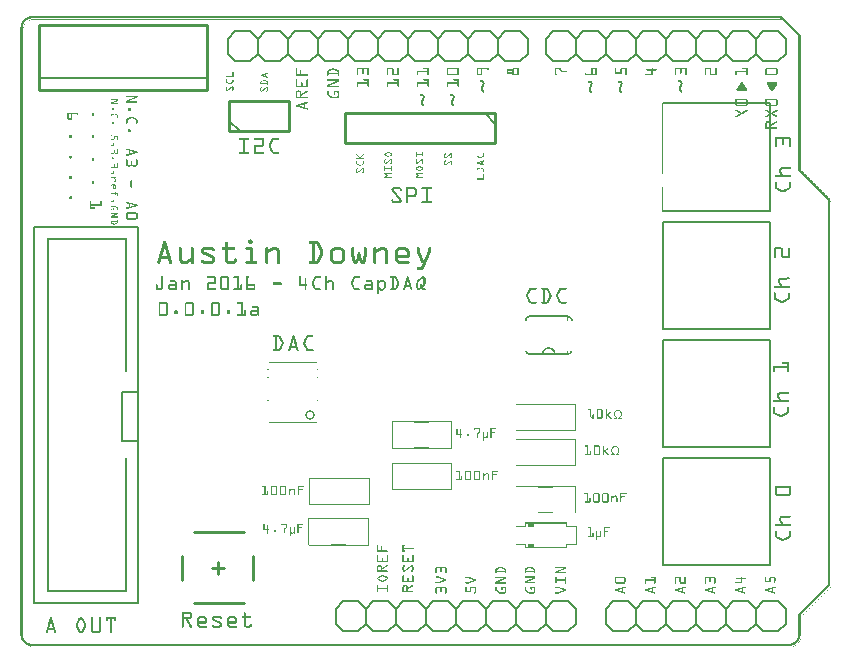
<source format=gto>
G04 MADE WITH FRITZING*
G04 WWW.FRITZING.ORG*
G04 DOUBLE SIDED*
G04 HOLES PLATED*
G04 CONTOUR ON CENTER OF CONTOUR VECTOR*
%ASAXBY*%
%FSLAX23Y23*%
%MOIN*%
%OFA0B0*%
%SFA1.0B1.0*%
%ADD10C,0.032858X0.0228584*%
%ADD11C,0.010000*%
%ADD12C,0.005000*%
%ADD13C,0.006000*%
%ADD14C,0.008000*%
%ADD15R,0.001000X0.001000*%
%LNSILK1*%
G90*
G70*
G54D10*
X968Y781D03*
G54D11*
X698Y1728D02*
X898Y1728D01*
D02*
X898Y1728D02*
X898Y1828D01*
D02*
X898Y1828D02*
X698Y1828D01*
D02*
X698Y1828D02*
X698Y1728D01*
G54D12*
D02*
X733Y1728D02*
X698Y1763D01*
G54D11*
D02*
X1585Y1788D02*
X1085Y1788D01*
D02*
X1085Y1788D02*
X1085Y1688D01*
D02*
X1085Y1688D02*
X1585Y1688D01*
D02*
X1585Y1688D02*
X1585Y1788D01*
G54D12*
D02*
X1550Y1788D02*
X1585Y1753D01*
G54D11*
D02*
X778Y311D02*
X778Y232D01*
D02*
X581Y390D02*
X748Y390D01*
D02*
X581Y154D02*
X748Y154D01*
D02*
X541Y311D02*
X541Y232D01*
D02*
X659Y291D02*
X659Y252D01*
D02*
X679Y272D02*
X640Y272D01*
G54D12*
D02*
X2501Y280D02*
X2501Y637D01*
D02*
X2501Y639D02*
X2144Y639D01*
D02*
X2143Y637D02*
X2143Y280D01*
D02*
X2144Y280D02*
X2501Y280D01*
D02*
X2501Y674D02*
X2501Y1031D01*
D02*
X2501Y1032D02*
X2144Y1032D01*
D02*
X2143Y1031D02*
X2143Y674D01*
D02*
X2144Y674D02*
X2501Y674D01*
D02*
X2501Y1462D02*
X2501Y1818D01*
D02*
X2501Y1820D02*
X2144Y1820D01*
D02*
X2144Y1461D02*
X2501Y1461D01*
G54D13*
D02*
X2278Y161D02*
X2328Y161D01*
D02*
X2328Y161D02*
X2353Y136D01*
D02*
X2353Y136D02*
X2353Y86D01*
D02*
X2353Y86D02*
X2328Y61D01*
D02*
X2353Y136D02*
X2378Y161D01*
D02*
X2378Y161D02*
X2428Y161D01*
D02*
X2428Y161D02*
X2453Y136D01*
D02*
X2453Y136D02*
X2453Y86D01*
D02*
X2453Y86D02*
X2428Y61D01*
D02*
X2428Y61D02*
X2378Y61D01*
D02*
X2378Y61D02*
X2353Y86D01*
D02*
X2153Y136D02*
X2178Y161D01*
D02*
X2178Y161D02*
X2228Y161D01*
D02*
X2228Y161D02*
X2253Y136D01*
D02*
X2253Y136D02*
X2253Y86D01*
D02*
X2253Y86D02*
X2228Y61D01*
D02*
X2228Y61D02*
X2178Y61D01*
D02*
X2178Y61D02*
X2153Y86D01*
D02*
X2278Y161D02*
X2253Y136D01*
D02*
X2253Y86D02*
X2278Y61D01*
D02*
X2328Y61D02*
X2278Y61D01*
D02*
X1978Y161D02*
X2028Y161D01*
D02*
X2028Y161D02*
X2053Y136D01*
D02*
X2053Y136D02*
X2053Y86D01*
D02*
X2053Y86D02*
X2028Y61D01*
D02*
X2053Y136D02*
X2078Y161D01*
D02*
X2078Y161D02*
X2128Y161D01*
D02*
X2128Y161D02*
X2153Y136D01*
D02*
X2153Y136D02*
X2153Y86D01*
D02*
X2153Y86D02*
X2128Y61D01*
D02*
X2128Y61D02*
X2078Y61D01*
D02*
X2078Y61D02*
X2053Y86D01*
D02*
X1953Y136D02*
X1953Y86D01*
D02*
X1978Y161D02*
X1953Y136D01*
D02*
X1953Y86D02*
X1978Y61D01*
D02*
X2028Y61D02*
X1978Y61D01*
D02*
X2478Y161D02*
X2528Y161D01*
D02*
X2528Y161D02*
X2553Y136D01*
D02*
X2553Y136D02*
X2553Y86D01*
D02*
X2553Y86D02*
X2528Y61D01*
D02*
X2478Y161D02*
X2453Y136D01*
D02*
X2453Y86D02*
X2478Y61D01*
D02*
X2528Y61D02*
X2478Y61D01*
D02*
X868Y1961D02*
X818Y1961D01*
D02*
X1068Y1961D02*
X1018Y1961D01*
D02*
X968Y1961D02*
X918Y1961D01*
D02*
X1168Y1961D02*
X1118Y1961D01*
D02*
X1368Y1961D02*
X1318Y1961D01*
D02*
X1268Y1961D02*
X1218Y1961D01*
D02*
X1468Y1961D02*
X1418Y1961D01*
D02*
X1668Y1961D02*
X1618Y1961D01*
D02*
X1568Y1961D02*
X1518Y1961D01*
D02*
X768Y1961D02*
X718Y1961D01*
D02*
X893Y1986D02*
X868Y1961D01*
D02*
X818Y1961D02*
X793Y1986D01*
D02*
X793Y1986D02*
X793Y2036D01*
D02*
X793Y2036D02*
X818Y2061D01*
D02*
X818Y2061D02*
X868Y2061D01*
D02*
X868Y2061D02*
X893Y2036D01*
D02*
X1018Y1961D02*
X993Y1986D01*
D02*
X993Y1986D02*
X993Y2036D01*
D02*
X993Y2036D02*
X1018Y2061D01*
D02*
X993Y1986D02*
X968Y1961D01*
D02*
X918Y1961D02*
X893Y1986D01*
D02*
X893Y1986D02*
X893Y2036D01*
D02*
X893Y2036D02*
X918Y2061D01*
D02*
X918Y2061D02*
X968Y2061D01*
D02*
X968Y2061D02*
X993Y2036D01*
D02*
X1193Y1986D02*
X1168Y1961D01*
D02*
X1118Y1961D02*
X1093Y1986D01*
D02*
X1093Y1986D02*
X1093Y2036D01*
D02*
X1093Y2036D02*
X1118Y2061D01*
D02*
X1118Y2061D02*
X1168Y2061D01*
D02*
X1168Y2061D02*
X1193Y2036D01*
D02*
X1068Y1961D02*
X1093Y1986D01*
D02*
X1093Y2036D02*
X1068Y2061D01*
D02*
X1018Y2061D02*
X1068Y2061D01*
D02*
X1318Y1961D02*
X1293Y1986D01*
D02*
X1293Y1986D02*
X1293Y2036D01*
D02*
X1293Y2036D02*
X1318Y2061D01*
D02*
X1293Y1986D02*
X1268Y1961D01*
D02*
X1218Y1961D02*
X1193Y1986D01*
D02*
X1193Y1986D02*
X1193Y2036D01*
D02*
X1193Y2036D02*
X1218Y2061D01*
D02*
X1218Y2061D02*
X1268Y2061D01*
D02*
X1268Y2061D02*
X1293Y2036D01*
D02*
X1493Y1986D02*
X1468Y1961D01*
D02*
X1418Y1961D02*
X1393Y1986D01*
D02*
X1393Y1986D02*
X1393Y2036D01*
D02*
X1393Y2036D02*
X1418Y2061D01*
D02*
X1418Y2061D02*
X1468Y2061D01*
D02*
X1468Y2061D02*
X1493Y2036D01*
D02*
X1368Y1961D02*
X1393Y1986D01*
D02*
X1393Y2036D02*
X1368Y2061D01*
D02*
X1318Y2061D02*
X1368Y2061D01*
D02*
X1618Y1961D02*
X1593Y1986D01*
D02*
X1593Y1986D02*
X1593Y2036D01*
D02*
X1593Y2036D02*
X1618Y2061D01*
D02*
X1593Y1986D02*
X1568Y1961D01*
D02*
X1518Y1961D02*
X1493Y1986D01*
D02*
X1493Y1986D02*
X1493Y2036D01*
D02*
X1493Y2036D02*
X1518Y2061D01*
D02*
X1518Y2061D02*
X1568Y2061D01*
D02*
X1568Y2061D02*
X1593Y2036D01*
D02*
X1693Y1986D02*
X1693Y2036D01*
D02*
X1668Y1961D02*
X1693Y1986D01*
D02*
X1693Y2036D02*
X1668Y2061D01*
D02*
X1618Y2061D02*
X1668Y2061D01*
D02*
X718Y1961D02*
X693Y1986D01*
D02*
X693Y1986D02*
X693Y2036D01*
D02*
X693Y2036D02*
X718Y2061D01*
D02*
X768Y1961D02*
X793Y1986D01*
D02*
X793Y2036D02*
X768Y2061D01*
D02*
X718Y2061D02*
X768Y2061D01*
D02*
X1928Y1961D02*
X1878Y1961D01*
D02*
X1878Y1961D02*
X1853Y1986D01*
D02*
X1853Y1986D02*
X1853Y2036D01*
D02*
X1853Y2036D02*
X1878Y2061D01*
D02*
X2053Y1986D02*
X2028Y1961D01*
D02*
X2028Y1961D02*
X1978Y1961D01*
D02*
X1978Y1961D02*
X1953Y1986D01*
D02*
X1953Y1986D02*
X1953Y2036D01*
D02*
X1953Y2036D02*
X1978Y2061D01*
D02*
X1978Y2061D02*
X2028Y2061D01*
D02*
X2028Y2061D02*
X2053Y2036D01*
D02*
X1928Y1961D02*
X1953Y1986D01*
D02*
X1953Y2036D02*
X1928Y2061D01*
D02*
X1878Y2061D02*
X1928Y2061D01*
D02*
X2228Y1961D02*
X2178Y1961D01*
D02*
X2178Y1961D02*
X2153Y1986D01*
D02*
X2153Y1986D02*
X2153Y2036D01*
D02*
X2153Y2036D02*
X2178Y2061D01*
D02*
X2153Y1986D02*
X2128Y1961D01*
D02*
X2128Y1961D02*
X2078Y1961D01*
D02*
X2078Y1961D02*
X2053Y1986D01*
D02*
X2053Y1986D02*
X2053Y2036D01*
D02*
X2053Y2036D02*
X2078Y2061D01*
D02*
X2078Y2061D02*
X2128Y2061D01*
D02*
X2128Y2061D02*
X2153Y2036D01*
D02*
X2353Y1986D02*
X2328Y1961D01*
D02*
X2328Y1961D02*
X2278Y1961D01*
D02*
X2278Y1961D02*
X2253Y1986D01*
D02*
X2253Y1986D02*
X2253Y2036D01*
D02*
X2253Y2036D02*
X2278Y2061D01*
D02*
X2278Y2061D02*
X2328Y2061D01*
D02*
X2328Y2061D02*
X2353Y2036D01*
D02*
X2228Y1961D02*
X2253Y1986D01*
D02*
X2253Y2036D02*
X2228Y2061D01*
D02*
X2178Y2061D02*
X2228Y2061D01*
D02*
X2528Y1961D02*
X2478Y1961D01*
D02*
X2478Y1961D02*
X2453Y1986D01*
D02*
X2453Y1986D02*
X2453Y2036D01*
D02*
X2453Y2036D02*
X2478Y2061D01*
D02*
X2453Y1986D02*
X2428Y1961D01*
D02*
X2428Y1961D02*
X2378Y1961D01*
D02*
X2378Y1961D02*
X2353Y1986D01*
D02*
X2353Y1986D02*
X2353Y2036D01*
D02*
X2353Y2036D02*
X2378Y2061D01*
D02*
X2378Y2061D02*
X2428Y2061D01*
D02*
X2428Y2061D02*
X2453Y2036D01*
D02*
X2553Y1986D02*
X2553Y2036D01*
D02*
X2528Y1961D02*
X2553Y1986D01*
D02*
X2553Y2036D02*
X2528Y2061D01*
D02*
X2478Y2061D02*
X2528Y2061D01*
D02*
X1828Y1961D02*
X1778Y1961D01*
D02*
X1778Y1961D02*
X1753Y1986D01*
D02*
X1753Y1986D02*
X1753Y2036D01*
D02*
X1753Y2036D02*
X1778Y2061D01*
D02*
X1828Y1961D02*
X1853Y1986D01*
D02*
X1853Y2036D02*
X1828Y2061D01*
D02*
X1778Y2061D02*
X1828Y2061D01*
D02*
X1678Y161D02*
X1728Y161D01*
D02*
X1728Y161D02*
X1753Y136D01*
D02*
X1753Y136D02*
X1753Y86D01*
D02*
X1753Y86D02*
X1728Y61D01*
D02*
X1553Y136D02*
X1578Y161D01*
D02*
X1578Y161D02*
X1628Y161D01*
D02*
X1628Y161D02*
X1653Y136D01*
D02*
X1653Y136D02*
X1653Y86D01*
D02*
X1653Y86D02*
X1628Y61D01*
D02*
X1628Y61D02*
X1578Y61D01*
D02*
X1578Y61D02*
X1553Y86D01*
D02*
X1678Y161D02*
X1653Y136D01*
D02*
X1653Y86D02*
X1678Y61D01*
D02*
X1728Y61D02*
X1678Y61D01*
D02*
X1378Y161D02*
X1428Y161D01*
D02*
X1428Y161D02*
X1453Y136D01*
D02*
X1453Y136D02*
X1453Y86D01*
D02*
X1453Y86D02*
X1428Y61D01*
D02*
X1453Y136D02*
X1478Y161D01*
D02*
X1478Y161D02*
X1528Y161D01*
D02*
X1528Y161D02*
X1553Y136D01*
D02*
X1553Y136D02*
X1553Y86D01*
D02*
X1553Y86D02*
X1528Y61D01*
D02*
X1528Y61D02*
X1478Y61D01*
D02*
X1478Y61D02*
X1453Y86D01*
D02*
X1253Y136D02*
X1278Y161D01*
D02*
X1278Y161D02*
X1328Y161D01*
D02*
X1328Y161D02*
X1353Y136D01*
D02*
X1353Y136D02*
X1353Y86D01*
D02*
X1353Y86D02*
X1328Y61D01*
D02*
X1328Y61D02*
X1278Y61D01*
D02*
X1278Y61D02*
X1253Y86D01*
D02*
X1378Y161D02*
X1353Y136D01*
D02*
X1353Y86D02*
X1378Y61D01*
D02*
X1428Y61D02*
X1378Y61D01*
D02*
X1078Y161D02*
X1128Y161D01*
D02*
X1128Y161D02*
X1153Y136D01*
D02*
X1153Y136D02*
X1153Y86D01*
D02*
X1153Y86D02*
X1128Y61D01*
D02*
X1153Y136D02*
X1178Y161D01*
D02*
X1178Y161D02*
X1228Y161D01*
D02*
X1228Y161D02*
X1253Y136D01*
D02*
X1253Y136D02*
X1253Y86D01*
D02*
X1253Y86D02*
X1228Y61D01*
D02*
X1228Y61D02*
X1178Y61D01*
D02*
X1178Y61D02*
X1153Y86D01*
D02*
X1053Y136D02*
X1053Y86D01*
D02*
X1078Y161D02*
X1053Y136D01*
D02*
X1053Y86D02*
X1078Y61D01*
D02*
X1128Y61D02*
X1078Y61D01*
D02*
X1778Y161D02*
X1828Y161D01*
D02*
X1828Y161D02*
X1853Y136D01*
D02*
X1853Y136D02*
X1853Y86D01*
D02*
X1853Y86D02*
X1828Y61D01*
D02*
X1778Y161D02*
X1753Y136D01*
D02*
X1753Y86D02*
X1778Y61D01*
D02*
X1828Y61D02*
X1778Y61D01*
G54D12*
D02*
X2501Y1068D02*
X2501Y1425D01*
D02*
X2501Y1426D02*
X2144Y1426D01*
D02*
X2143Y1425D02*
X2143Y1068D01*
D02*
X2144Y1068D02*
X2501Y1068D01*
G54D13*
D02*
X1826Y1110D02*
X1702Y1110D01*
D02*
X1702Y984D02*
X1744Y984D01*
D02*
X1744Y984D02*
X1784Y984D01*
D02*
X1784Y984D02*
X1826Y984D01*
G54D11*
D02*
X625Y2082D02*
X64Y2082D01*
D02*
X64Y2082D02*
X64Y1866D01*
D02*
X64Y1866D02*
X625Y1866D01*
D02*
X625Y1866D02*
X625Y2082D01*
G54D12*
D02*
X64Y1906D02*
X625Y1906D01*
G54D14*
X47Y155D02*
X47Y1407D01*
X394Y1407D01*
X394Y155D01*
X47Y155D01*
D02*
X339Y694D02*
X339Y859D01*
X394Y859D01*
X394Y694D01*
X339Y694D01*
D02*
G54D15*
X37Y2111D02*
X2539Y2111D01*
X32Y2110D02*
X2540Y2110D01*
X28Y2109D02*
X2541Y2109D01*
X26Y2108D02*
X2542Y2108D01*
X24Y2107D02*
X2543Y2107D01*
X22Y2106D02*
X2544Y2106D01*
X21Y2105D02*
X2545Y2105D01*
X19Y2104D02*
X2546Y2104D01*
X18Y2103D02*
X36Y2103D01*
X2536Y2103D02*
X2547Y2103D01*
X16Y2102D02*
X31Y2102D01*
X2538Y2102D02*
X2548Y2102D01*
X15Y2101D02*
X28Y2101D01*
X2539Y2101D02*
X2549Y2101D01*
X14Y2100D02*
X26Y2100D01*
X39Y2100D02*
X2550Y2100D01*
X13Y2099D02*
X24Y2099D01*
X35Y2099D02*
X38Y2099D01*
X2541Y2099D02*
X2551Y2099D01*
X12Y2098D02*
X23Y2098D01*
X32Y2098D02*
X34Y2098D01*
X2542Y2098D02*
X2552Y2098D01*
X12Y2097D02*
X21Y2097D01*
X30Y2097D02*
X32Y2097D01*
X2543Y2097D02*
X2553Y2097D01*
X11Y2096D02*
X20Y2096D01*
X29Y2096D02*
X30Y2096D01*
X2544Y2096D02*
X2554Y2096D01*
X10Y2095D02*
X19Y2095D01*
X27Y2095D02*
X28Y2095D01*
X2545Y2095D02*
X2555Y2095D01*
X9Y2094D02*
X18Y2094D01*
X25Y2094D02*
X26Y2094D01*
X2546Y2094D02*
X2556Y2094D01*
X9Y2093D02*
X17Y2093D01*
X24Y2093D02*
X25Y2093D01*
X2547Y2093D02*
X2557Y2093D01*
X8Y2092D02*
X16Y2092D01*
X23Y2092D02*
X23Y2092D01*
X2548Y2092D02*
X2558Y2092D01*
X7Y2091D02*
X15Y2091D01*
X22Y2091D02*
X22Y2091D01*
X2549Y2091D02*
X2559Y2091D01*
X7Y2090D02*
X15Y2090D01*
X21Y2090D02*
X21Y2090D01*
X2550Y2090D02*
X2560Y2090D01*
X6Y2089D02*
X14Y2089D01*
X20Y2089D02*
X20Y2089D01*
X2551Y2089D02*
X2561Y2089D01*
X6Y2088D02*
X13Y2088D01*
X19Y2088D02*
X19Y2088D01*
X2552Y2088D02*
X2562Y2088D01*
X5Y2087D02*
X13Y2087D01*
X18Y2087D02*
X18Y2087D01*
X2553Y2087D02*
X2563Y2087D01*
X5Y2086D02*
X12Y2086D01*
X18Y2086D02*
X18Y2086D01*
X2554Y2086D02*
X2564Y2086D01*
X5Y2085D02*
X12Y2085D01*
X17Y2085D02*
X17Y2085D01*
X2555Y2085D02*
X2565Y2085D01*
X4Y2084D02*
X11Y2084D01*
X16Y2084D02*
X16Y2084D01*
X2556Y2084D02*
X2566Y2084D01*
X4Y2083D02*
X11Y2083D01*
X16Y2083D02*
X16Y2083D01*
X2557Y2083D02*
X2567Y2083D01*
X4Y2082D02*
X11Y2082D01*
X15Y2082D02*
X15Y2082D01*
X2558Y2082D02*
X2568Y2082D01*
X3Y2081D02*
X10Y2081D01*
X14Y2081D02*
X15Y2081D01*
X2559Y2081D02*
X2569Y2081D01*
X3Y2080D02*
X10Y2080D01*
X14Y2080D02*
X14Y2080D01*
X2560Y2080D02*
X2570Y2080D01*
X3Y2079D02*
X10Y2079D01*
X14Y2079D02*
X14Y2079D01*
X2561Y2079D02*
X2571Y2079D01*
X3Y2078D02*
X10Y2078D01*
X13Y2078D02*
X13Y2078D01*
X2562Y2078D02*
X2572Y2078D01*
X3Y2077D02*
X9Y2077D01*
X13Y2077D02*
X13Y2077D01*
X2563Y2077D02*
X2573Y2077D01*
X2Y2076D02*
X9Y2076D01*
X12Y2076D02*
X12Y2076D01*
X2564Y2076D02*
X2574Y2076D01*
X2Y2075D02*
X9Y2075D01*
X12Y2075D02*
X12Y2075D01*
X2565Y2075D02*
X2575Y2075D01*
X2Y2074D02*
X9Y2074D01*
X12Y2074D02*
X12Y2074D01*
X2566Y2074D02*
X2576Y2074D01*
X2Y2073D02*
X9Y2073D01*
X12Y2073D02*
X12Y2073D01*
X2567Y2073D02*
X2577Y2073D01*
X2Y2072D02*
X9Y2072D01*
X11Y2072D02*
X11Y2072D01*
X2568Y2072D02*
X2578Y2072D01*
X2Y2071D02*
X9Y2071D01*
X11Y2071D02*
X11Y2071D01*
X2569Y2071D02*
X2579Y2071D01*
X2Y2070D02*
X9Y2070D01*
X11Y2070D02*
X11Y2070D01*
X2570Y2070D02*
X2580Y2070D01*
X2Y2069D02*
X9Y2069D01*
X11Y2069D02*
X11Y2069D01*
X2571Y2069D02*
X2581Y2069D01*
X2Y2068D02*
X9Y2068D01*
X11Y2068D02*
X11Y2068D01*
X2572Y2068D02*
X2582Y2068D01*
X2Y2067D02*
X9Y2067D01*
X11Y2067D02*
X11Y2067D01*
X2573Y2067D02*
X2583Y2067D01*
X2Y2066D02*
X9Y2066D01*
X11Y2066D02*
X11Y2066D01*
X2574Y2066D02*
X2584Y2066D01*
X2Y2065D02*
X9Y2065D01*
X11Y2065D02*
X11Y2065D01*
X2575Y2065D02*
X2585Y2065D01*
X2Y2064D02*
X9Y2064D01*
X11Y2064D02*
X11Y2064D01*
X2576Y2064D02*
X2586Y2064D01*
X2Y2063D02*
X9Y2063D01*
X11Y2063D02*
X11Y2063D01*
X2577Y2063D02*
X2587Y2063D01*
X2Y2062D02*
X9Y2062D01*
X11Y2062D02*
X11Y2062D01*
X2578Y2062D02*
X2588Y2062D01*
X2Y2061D02*
X9Y2061D01*
X11Y2061D02*
X11Y2061D01*
X2579Y2061D02*
X2589Y2061D01*
X2Y2060D02*
X9Y2060D01*
X11Y2060D02*
X11Y2060D01*
X2580Y2060D02*
X2590Y2060D01*
X2Y2059D02*
X9Y2059D01*
X11Y2059D02*
X11Y2059D01*
X2581Y2059D02*
X2591Y2059D01*
X2Y2058D02*
X9Y2058D01*
X11Y2058D02*
X11Y2058D01*
X2582Y2058D02*
X2592Y2058D01*
X2Y2057D02*
X9Y2057D01*
X11Y2057D02*
X11Y2057D01*
X2583Y2057D02*
X2593Y2057D01*
X2Y2056D02*
X9Y2056D01*
X11Y2056D02*
X11Y2056D01*
X2584Y2056D02*
X2594Y2056D01*
X2Y2055D02*
X9Y2055D01*
X11Y2055D02*
X11Y2055D01*
X2585Y2055D02*
X2595Y2055D01*
X2Y2054D02*
X9Y2054D01*
X11Y2054D02*
X11Y2054D01*
X2586Y2054D02*
X2596Y2054D01*
X2Y2053D02*
X9Y2053D01*
X11Y2053D02*
X11Y2053D01*
X2587Y2053D02*
X2597Y2053D01*
X2Y2052D02*
X9Y2052D01*
X11Y2052D02*
X11Y2052D01*
X2588Y2052D02*
X2599Y2052D01*
X2Y2051D02*
X9Y2051D01*
X11Y2051D02*
X11Y2051D01*
X2589Y2051D02*
X2600Y2051D01*
X2Y2050D02*
X9Y2050D01*
X11Y2050D02*
X11Y2050D01*
X2590Y2050D02*
X2601Y2050D01*
X2Y2049D02*
X9Y2049D01*
X11Y2049D02*
X11Y2049D01*
X2591Y2049D02*
X2601Y2049D01*
X2Y2048D02*
X9Y2048D01*
X11Y2048D02*
X11Y2048D01*
X2592Y2048D02*
X2602Y2048D01*
X2Y2047D02*
X9Y2047D01*
X11Y2047D02*
X11Y2047D01*
X2593Y2047D02*
X2602Y2047D01*
X2Y2046D02*
X9Y2046D01*
X11Y2046D02*
X11Y2046D01*
X2594Y2046D02*
X2602Y2046D01*
X2Y2045D02*
X9Y2045D01*
X11Y2045D02*
X11Y2045D01*
X2594Y2045D02*
X2602Y2045D01*
X2Y2044D02*
X9Y2044D01*
X11Y2044D02*
X11Y2044D01*
X2595Y2044D02*
X2602Y2044D01*
X2Y2043D02*
X9Y2043D01*
X11Y2043D02*
X11Y2043D01*
X2595Y2043D02*
X2602Y2043D01*
X2Y2042D02*
X9Y2042D01*
X11Y2042D02*
X11Y2042D01*
X2595Y2042D02*
X2602Y2042D01*
X2Y2041D02*
X9Y2041D01*
X11Y2041D02*
X11Y2041D01*
X2595Y2041D02*
X2603Y2041D01*
X2Y2040D02*
X9Y2040D01*
X11Y2040D02*
X11Y2040D01*
X2595Y2040D02*
X2603Y2040D01*
X2Y2039D02*
X9Y2039D01*
X11Y2039D02*
X11Y2039D01*
X2595Y2039D02*
X2603Y2039D01*
X2Y2038D02*
X9Y2038D01*
X11Y2038D02*
X11Y2038D01*
X2595Y2038D02*
X2603Y2038D01*
X2Y2037D02*
X9Y2037D01*
X11Y2037D02*
X11Y2037D01*
X2595Y2037D02*
X2603Y2037D01*
X2Y2036D02*
X9Y2036D01*
X11Y2036D02*
X11Y2036D01*
X2595Y2036D02*
X2603Y2036D01*
X2Y2035D02*
X9Y2035D01*
X11Y2035D02*
X11Y2035D01*
X2595Y2035D02*
X2603Y2035D01*
X2Y2034D02*
X9Y2034D01*
X11Y2034D02*
X11Y2034D01*
X2595Y2034D02*
X2603Y2034D01*
X2Y2033D02*
X9Y2033D01*
X11Y2033D02*
X11Y2033D01*
X2595Y2033D02*
X2603Y2033D01*
X2Y2032D02*
X9Y2032D01*
X11Y2032D02*
X11Y2032D01*
X2595Y2032D02*
X2603Y2032D01*
X2Y2031D02*
X9Y2031D01*
X11Y2031D02*
X11Y2031D01*
X2595Y2031D02*
X2603Y2031D01*
X2Y2030D02*
X9Y2030D01*
X11Y2030D02*
X11Y2030D01*
X2595Y2030D02*
X2603Y2030D01*
X2Y2029D02*
X9Y2029D01*
X11Y2029D02*
X11Y2029D01*
X2595Y2029D02*
X2603Y2029D01*
X2Y2028D02*
X9Y2028D01*
X11Y2028D02*
X11Y2028D01*
X2595Y2028D02*
X2603Y2028D01*
X2Y2027D02*
X9Y2027D01*
X11Y2027D02*
X11Y2027D01*
X2595Y2027D02*
X2603Y2027D01*
X2Y2026D02*
X9Y2026D01*
X11Y2026D02*
X11Y2026D01*
X2595Y2026D02*
X2603Y2026D01*
X2Y2025D02*
X9Y2025D01*
X11Y2025D02*
X11Y2025D01*
X2595Y2025D02*
X2603Y2025D01*
X2Y2024D02*
X9Y2024D01*
X11Y2024D02*
X11Y2024D01*
X2595Y2024D02*
X2603Y2024D01*
X2Y2023D02*
X9Y2023D01*
X11Y2023D02*
X11Y2023D01*
X2595Y2023D02*
X2603Y2023D01*
X2Y2022D02*
X9Y2022D01*
X11Y2022D02*
X11Y2022D01*
X2595Y2022D02*
X2603Y2022D01*
X2Y2021D02*
X9Y2021D01*
X11Y2021D02*
X11Y2021D01*
X2595Y2021D02*
X2603Y2021D01*
X2Y2020D02*
X9Y2020D01*
X11Y2020D02*
X11Y2020D01*
X2595Y2020D02*
X2603Y2020D01*
X2Y2019D02*
X9Y2019D01*
X11Y2019D02*
X11Y2019D01*
X2595Y2019D02*
X2603Y2019D01*
X2Y2018D02*
X9Y2018D01*
X11Y2018D02*
X11Y2018D01*
X2595Y2018D02*
X2603Y2018D01*
X2Y2017D02*
X9Y2017D01*
X11Y2017D02*
X11Y2017D01*
X2595Y2017D02*
X2603Y2017D01*
X2Y2016D02*
X9Y2016D01*
X11Y2016D02*
X11Y2016D01*
X2595Y2016D02*
X2603Y2016D01*
X2Y2015D02*
X9Y2015D01*
X11Y2015D02*
X11Y2015D01*
X2595Y2015D02*
X2603Y2015D01*
X2Y2014D02*
X9Y2014D01*
X11Y2014D02*
X11Y2014D01*
X2595Y2014D02*
X2603Y2014D01*
X2Y2013D02*
X9Y2013D01*
X11Y2013D02*
X11Y2013D01*
X2595Y2013D02*
X2603Y2013D01*
X2Y2012D02*
X9Y2012D01*
X11Y2012D02*
X11Y2012D01*
X2595Y2012D02*
X2603Y2012D01*
X2Y2011D02*
X9Y2011D01*
X11Y2011D02*
X11Y2011D01*
X2595Y2011D02*
X2603Y2011D01*
X2Y2010D02*
X9Y2010D01*
X11Y2010D02*
X11Y2010D01*
X2595Y2010D02*
X2603Y2010D01*
X2Y2009D02*
X9Y2009D01*
X11Y2009D02*
X11Y2009D01*
X2595Y2009D02*
X2603Y2009D01*
X2Y2008D02*
X9Y2008D01*
X11Y2008D02*
X11Y2008D01*
X2595Y2008D02*
X2603Y2008D01*
X2Y2007D02*
X9Y2007D01*
X11Y2007D02*
X11Y2007D01*
X2595Y2007D02*
X2603Y2007D01*
X2Y2006D02*
X9Y2006D01*
X11Y2006D02*
X11Y2006D01*
X2595Y2006D02*
X2603Y2006D01*
X2Y2005D02*
X9Y2005D01*
X11Y2005D02*
X11Y2005D01*
X2595Y2005D02*
X2603Y2005D01*
X2Y2004D02*
X9Y2004D01*
X11Y2004D02*
X11Y2004D01*
X2595Y2004D02*
X2603Y2004D01*
X2Y2003D02*
X9Y2003D01*
X11Y2003D02*
X11Y2003D01*
X2595Y2003D02*
X2603Y2003D01*
X2Y2002D02*
X9Y2002D01*
X11Y2002D02*
X11Y2002D01*
X2595Y2002D02*
X2603Y2002D01*
X2Y2001D02*
X9Y2001D01*
X11Y2001D02*
X11Y2001D01*
X2595Y2001D02*
X2603Y2001D01*
X2Y2000D02*
X9Y2000D01*
X11Y2000D02*
X11Y2000D01*
X2595Y2000D02*
X2603Y2000D01*
X2Y1999D02*
X9Y1999D01*
X11Y1999D02*
X11Y1999D01*
X2595Y1999D02*
X2603Y1999D01*
X2Y1998D02*
X9Y1998D01*
X11Y1998D02*
X11Y1998D01*
X2595Y1998D02*
X2603Y1998D01*
X2Y1997D02*
X9Y1997D01*
X11Y1997D02*
X11Y1997D01*
X2595Y1997D02*
X2603Y1997D01*
X2Y1996D02*
X9Y1996D01*
X11Y1996D02*
X11Y1996D01*
X2595Y1996D02*
X2603Y1996D01*
X2Y1995D02*
X9Y1995D01*
X11Y1995D02*
X11Y1995D01*
X2595Y1995D02*
X2603Y1995D01*
X2Y1994D02*
X9Y1994D01*
X11Y1994D02*
X11Y1994D01*
X2595Y1994D02*
X2603Y1994D01*
X2Y1993D02*
X9Y1993D01*
X11Y1993D02*
X11Y1993D01*
X2595Y1993D02*
X2603Y1993D01*
X2Y1992D02*
X9Y1992D01*
X11Y1992D02*
X11Y1992D01*
X2595Y1992D02*
X2603Y1992D01*
X2Y1991D02*
X9Y1991D01*
X11Y1991D02*
X11Y1991D01*
X2595Y1991D02*
X2603Y1991D01*
X2Y1990D02*
X9Y1990D01*
X11Y1990D02*
X11Y1990D01*
X2595Y1990D02*
X2603Y1990D01*
X2Y1989D02*
X9Y1989D01*
X11Y1989D02*
X11Y1989D01*
X2595Y1989D02*
X2603Y1989D01*
X2Y1988D02*
X9Y1988D01*
X11Y1988D02*
X11Y1988D01*
X2595Y1988D02*
X2603Y1988D01*
X2Y1987D02*
X9Y1987D01*
X11Y1987D02*
X11Y1987D01*
X2595Y1987D02*
X2603Y1987D01*
X2Y1986D02*
X9Y1986D01*
X11Y1986D02*
X11Y1986D01*
X2595Y1986D02*
X2603Y1986D01*
X2Y1985D02*
X9Y1985D01*
X11Y1985D02*
X11Y1985D01*
X2595Y1985D02*
X2603Y1985D01*
X2Y1984D02*
X9Y1984D01*
X11Y1984D02*
X11Y1984D01*
X2595Y1984D02*
X2603Y1984D01*
X2Y1983D02*
X9Y1983D01*
X11Y1983D02*
X11Y1983D01*
X2595Y1983D02*
X2603Y1983D01*
X2Y1982D02*
X9Y1982D01*
X11Y1982D02*
X11Y1982D01*
X2595Y1982D02*
X2603Y1982D01*
X2Y1981D02*
X9Y1981D01*
X11Y1981D02*
X11Y1981D01*
X2595Y1981D02*
X2603Y1981D01*
X2Y1980D02*
X9Y1980D01*
X11Y1980D02*
X11Y1980D01*
X2595Y1980D02*
X2603Y1980D01*
X2Y1979D02*
X9Y1979D01*
X11Y1979D02*
X11Y1979D01*
X2595Y1979D02*
X2603Y1979D01*
X2Y1978D02*
X9Y1978D01*
X11Y1978D02*
X11Y1978D01*
X2595Y1978D02*
X2603Y1978D01*
X2Y1977D02*
X9Y1977D01*
X11Y1977D02*
X11Y1977D01*
X2595Y1977D02*
X2603Y1977D01*
X2Y1976D02*
X9Y1976D01*
X11Y1976D02*
X11Y1976D01*
X2595Y1976D02*
X2603Y1976D01*
X2Y1975D02*
X9Y1975D01*
X11Y1975D02*
X11Y1975D01*
X2595Y1975D02*
X2603Y1975D01*
X2Y1974D02*
X9Y1974D01*
X11Y1974D02*
X11Y1974D01*
X2595Y1974D02*
X2603Y1974D01*
X2Y1973D02*
X9Y1973D01*
X11Y1973D02*
X11Y1973D01*
X2595Y1973D02*
X2603Y1973D01*
X2Y1972D02*
X9Y1972D01*
X11Y1972D02*
X11Y1972D01*
X2595Y1972D02*
X2603Y1972D01*
X2Y1971D02*
X9Y1971D01*
X11Y1971D02*
X11Y1971D01*
X2595Y1971D02*
X2603Y1971D01*
X2Y1970D02*
X9Y1970D01*
X11Y1970D02*
X11Y1970D01*
X2595Y1970D02*
X2603Y1970D01*
X2Y1969D02*
X9Y1969D01*
X11Y1969D02*
X11Y1969D01*
X2595Y1969D02*
X2603Y1969D01*
X2Y1968D02*
X9Y1968D01*
X11Y1968D02*
X11Y1968D01*
X2595Y1968D02*
X2603Y1968D01*
X2Y1967D02*
X9Y1967D01*
X11Y1967D02*
X11Y1967D01*
X2595Y1967D02*
X2603Y1967D01*
X2Y1966D02*
X9Y1966D01*
X11Y1966D02*
X11Y1966D01*
X2595Y1966D02*
X2603Y1966D01*
X2Y1965D02*
X9Y1965D01*
X11Y1965D02*
X11Y1965D01*
X2595Y1965D02*
X2603Y1965D01*
X2Y1964D02*
X9Y1964D01*
X11Y1964D02*
X11Y1964D01*
X2595Y1964D02*
X2603Y1964D01*
X2Y1963D02*
X9Y1963D01*
X11Y1963D02*
X11Y1963D01*
X2595Y1963D02*
X2603Y1963D01*
X2Y1962D02*
X9Y1962D01*
X11Y1962D02*
X11Y1962D01*
X2595Y1962D02*
X2603Y1962D01*
X2Y1961D02*
X9Y1961D01*
X11Y1961D02*
X11Y1961D01*
X2595Y1961D02*
X2603Y1961D01*
X2Y1960D02*
X9Y1960D01*
X11Y1960D02*
X11Y1960D01*
X2595Y1960D02*
X2603Y1960D01*
X2Y1959D02*
X9Y1959D01*
X11Y1959D02*
X11Y1959D01*
X2595Y1959D02*
X2603Y1959D01*
X2Y1958D02*
X9Y1958D01*
X11Y1958D02*
X11Y1958D01*
X2595Y1958D02*
X2603Y1958D01*
X2Y1957D02*
X9Y1957D01*
X11Y1957D02*
X11Y1957D01*
X2595Y1957D02*
X2603Y1957D01*
X2Y1956D02*
X9Y1956D01*
X11Y1956D02*
X11Y1956D01*
X2595Y1956D02*
X2603Y1956D01*
X2Y1955D02*
X9Y1955D01*
X11Y1955D02*
X11Y1955D01*
X2595Y1955D02*
X2603Y1955D01*
X2Y1954D02*
X9Y1954D01*
X11Y1954D02*
X11Y1954D01*
X2595Y1954D02*
X2603Y1954D01*
X2Y1953D02*
X9Y1953D01*
X11Y1953D02*
X11Y1953D01*
X2595Y1953D02*
X2603Y1953D01*
X2Y1952D02*
X9Y1952D01*
X11Y1952D02*
X11Y1952D01*
X2595Y1952D02*
X2603Y1952D01*
X2Y1951D02*
X9Y1951D01*
X11Y1951D02*
X11Y1951D01*
X2595Y1951D02*
X2603Y1951D01*
X2Y1950D02*
X9Y1950D01*
X11Y1950D02*
X11Y1950D01*
X2595Y1950D02*
X2603Y1950D01*
X2Y1949D02*
X9Y1949D01*
X11Y1949D02*
X11Y1949D01*
X2595Y1949D02*
X2603Y1949D01*
X2Y1948D02*
X9Y1948D01*
X11Y1948D02*
X11Y1948D01*
X2595Y1948D02*
X2603Y1948D01*
X2Y1947D02*
X9Y1947D01*
X11Y1947D02*
X11Y1947D01*
X2595Y1947D02*
X2603Y1947D01*
X2Y1946D02*
X9Y1946D01*
X11Y1946D02*
X11Y1946D01*
X2595Y1946D02*
X2603Y1946D01*
X2Y1945D02*
X9Y1945D01*
X11Y1945D02*
X11Y1945D01*
X2595Y1945D02*
X2603Y1945D01*
X2Y1944D02*
X9Y1944D01*
X11Y1944D02*
X11Y1944D01*
X2595Y1944D02*
X2603Y1944D01*
X2Y1943D02*
X9Y1943D01*
X11Y1943D02*
X11Y1943D01*
X2595Y1943D02*
X2603Y1943D01*
X2Y1942D02*
X9Y1942D01*
X11Y1942D02*
X11Y1942D01*
X2595Y1942D02*
X2603Y1942D01*
X2Y1941D02*
X9Y1941D01*
X11Y1941D02*
X11Y1941D01*
X2595Y1941D02*
X2603Y1941D01*
X2Y1940D02*
X9Y1940D01*
X11Y1940D02*
X11Y1940D01*
X2595Y1940D02*
X2603Y1940D01*
X2Y1939D02*
X9Y1939D01*
X11Y1939D02*
X11Y1939D01*
X1526Y1939D02*
X1561Y1939D01*
X1646Y1939D02*
X1658Y1939D01*
X1784Y1939D02*
X1799Y1939D01*
X1908Y1939D02*
X1921Y1939D01*
X2006Y1939D02*
X2018Y1939D01*
X2189Y1939D02*
X2198Y1939D01*
X2209Y1939D02*
X2218Y1939D01*
X2289Y1939D02*
X2301Y1939D01*
X2321Y1939D02*
X2321Y1939D01*
X2411Y1939D02*
X2423Y1939D01*
X2491Y1939D02*
X2521Y1939D01*
X2595Y1939D02*
X2603Y1939D01*
X2Y1938D02*
X9Y1938D01*
X11Y1938D02*
X11Y1938D01*
X922Y1938D02*
X922Y1938D01*
X1126Y1938D02*
X1142Y1938D01*
X1146Y1938D02*
X1161Y1938D01*
X1226Y1938D02*
X1243Y1938D01*
X1260Y1938D02*
X1263Y1938D01*
X1347Y1938D02*
X1363Y1938D01*
X1426Y1938D02*
X1461Y1938D01*
X1524Y1938D02*
X1563Y1938D01*
X1644Y1938D02*
X1661Y1938D01*
X1784Y1938D02*
X1801Y1938D01*
X1906Y1938D02*
X1923Y1938D01*
X1984Y1938D02*
X1987Y1938D01*
X2004Y1938D02*
X2021Y1938D01*
X2186Y1938D02*
X2202Y1938D01*
X2205Y1938D02*
X2221Y1938D01*
X2286Y1938D02*
X2303Y1938D01*
X2320Y1938D02*
X2323Y1938D01*
X2409Y1938D02*
X2425Y1938D01*
X2488Y1938D02*
X2523Y1938D01*
X2595Y1938D02*
X2603Y1938D01*
X2Y1937D02*
X9Y1937D01*
X11Y1937D02*
X11Y1937D01*
X921Y1937D02*
X924Y1937D01*
X1041Y1937D02*
X1048Y1937D01*
X1125Y1937D02*
X1162Y1937D01*
X1225Y1937D02*
X1245Y1937D01*
X1259Y1937D02*
X1263Y1937D01*
X1346Y1937D02*
X1363Y1937D01*
X1425Y1937D02*
X1462Y1937D01*
X1524Y1937D02*
X1563Y1937D01*
X1643Y1937D02*
X1662Y1937D01*
X1784Y1937D02*
X1802Y1937D01*
X1906Y1937D02*
X1923Y1937D01*
X1984Y1937D02*
X1988Y1937D01*
X2003Y1937D02*
X2022Y1937D01*
X2107Y1937D02*
X2109Y1937D01*
X2185Y1937D02*
X2222Y1937D01*
X2285Y1937D02*
X2304Y1937D01*
X2319Y1937D02*
X2323Y1937D01*
X2408Y1937D02*
X2426Y1937D01*
X2487Y1937D02*
X2524Y1937D01*
X2595Y1937D02*
X2603Y1937D01*
X2Y1936D02*
X9Y1936D01*
X11Y1936D02*
X11Y1936D01*
X920Y1936D02*
X924Y1936D01*
X1038Y1936D02*
X1051Y1936D01*
X1125Y1936D02*
X1163Y1936D01*
X1225Y1936D02*
X1245Y1936D01*
X1259Y1936D02*
X1264Y1936D01*
X1346Y1936D02*
X1364Y1936D01*
X1424Y1936D02*
X1463Y1936D01*
X1524Y1936D02*
X1563Y1936D01*
X1642Y1936D02*
X1663Y1936D01*
X1784Y1936D02*
X1802Y1936D01*
X1906Y1936D02*
X1923Y1936D01*
X1984Y1936D02*
X1988Y1936D01*
X2002Y1936D02*
X2023Y1936D01*
X2106Y1936D02*
X2110Y1936D01*
X2184Y1936D02*
X2223Y1936D01*
X2284Y1936D02*
X2305Y1936D01*
X2319Y1936D02*
X2323Y1936D01*
X2408Y1936D02*
X2426Y1936D01*
X2487Y1936D02*
X2525Y1936D01*
X2595Y1936D02*
X2603Y1936D01*
X2Y1935D02*
X9Y1935D01*
X11Y1935D02*
X11Y1935D01*
X920Y1935D02*
X924Y1935D01*
X1036Y1935D02*
X1053Y1935D01*
X1124Y1935D02*
X1163Y1935D01*
X1224Y1935D02*
X1246Y1935D01*
X1259Y1935D02*
X1264Y1935D01*
X1346Y1935D02*
X1364Y1935D01*
X1424Y1935D02*
X1463Y1935D01*
X1524Y1935D02*
X1563Y1935D01*
X1642Y1935D02*
X1663Y1935D01*
X1784Y1935D02*
X1803Y1935D01*
X1906Y1935D02*
X1923Y1935D01*
X1984Y1935D02*
X1988Y1935D01*
X2002Y1935D02*
X2023Y1935D01*
X2090Y1935D02*
X2121Y1935D01*
X2184Y1935D02*
X2223Y1935D01*
X2284Y1935D02*
X2305Y1935D01*
X2319Y1935D02*
X2323Y1935D01*
X2409Y1935D02*
X2426Y1935D01*
X2486Y1935D02*
X2525Y1935D01*
X2595Y1935D02*
X2603Y1935D01*
X2Y1934D02*
X9Y1934D01*
X11Y1934D02*
X11Y1934D01*
X920Y1934D02*
X924Y1934D01*
X1034Y1934D02*
X1055Y1934D01*
X1124Y1934D02*
X1164Y1934D01*
X1224Y1934D02*
X1246Y1934D01*
X1259Y1934D02*
X1264Y1934D01*
X1347Y1934D02*
X1364Y1934D01*
X1424Y1934D02*
X1463Y1934D01*
X1524Y1934D02*
X1563Y1934D01*
X1641Y1934D02*
X1663Y1934D01*
X1784Y1934D02*
X1804Y1934D01*
X1906Y1934D02*
X1923Y1934D01*
X1984Y1934D02*
X1988Y1934D01*
X2001Y1934D02*
X2023Y1934D01*
X2089Y1934D02*
X2123Y1934D01*
X2184Y1934D02*
X2223Y1934D01*
X2284Y1934D02*
X2305Y1934D01*
X2319Y1934D02*
X2323Y1934D01*
X2410Y1934D02*
X2426Y1934D01*
X2486Y1934D02*
X2526Y1934D01*
X2595Y1934D02*
X2603Y1934D01*
X2Y1933D02*
X9Y1933D01*
X11Y1933D02*
X11Y1933D01*
X920Y1933D02*
X924Y1933D01*
X1032Y1933D02*
X1057Y1933D01*
X1124Y1933D02*
X1128Y1933D01*
X1141Y1933D02*
X1147Y1933D01*
X1159Y1933D02*
X1164Y1933D01*
X1224Y1933D02*
X1228Y1933D01*
X1242Y1933D02*
X1246Y1933D01*
X1259Y1933D02*
X1264Y1933D01*
X1359Y1933D02*
X1364Y1933D01*
X1424Y1933D02*
X1428Y1933D01*
X1459Y1933D02*
X1463Y1933D01*
X1524Y1933D02*
X1528Y1933D01*
X1537Y1933D02*
X1541Y1933D01*
X1559Y1933D02*
X1563Y1933D01*
X1625Y1933D02*
X1646Y1933D01*
X1659Y1933D02*
X1663Y1933D01*
X1784Y1933D02*
X1788Y1933D01*
X1799Y1933D02*
X1805Y1933D01*
X1906Y1933D02*
X1910Y1933D01*
X1919Y1933D02*
X1923Y1933D01*
X1984Y1933D02*
X1988Y1933D01*
X2001Y1933D02*
X2006Y1933D01*
X2019Y1933D02*
X2023Y1933D01*
X2088Y1933D02*
X2123Y1933D01*
X2184Y1933D02*
X2188Y1933D01*
X2200Y1933D02*
X2206Y1933D01*
X2219Y1933D02*
X2223Y1933D01*
X2284Y1933D02*
X2288Y1933D01*
X2301Y1933D02*
X2305Y1933D01*
X2319Y1933D02*
X2323Y1933D01*
X2421Y1933D02*
X2426Y1933D01*
X2486Y1933D02*
X2490Y1933D01*
X2521Y1933D02*
X2526Y1933D01*
X2595Y1933D02*
X2603Y1933D01*
X2Y1932D02*
X9Y1932D01*
X11Y1932D02*
X11Y1932D01*
X920Y1932D02*
X924Y1932D01*
X934Y1932D02*
X937Y1932D01*
X1030Y1932D02*
X1041Y1932D01*
X1048Y1932D02*
X1059Y1932D01*
X1124Y1932D02*
X1128Y1932D01*
X1141Y1932D02*
X1146Y1932D01*
X1159Y1932D02*
X1164Y1932D01*
X1224Y1932D02*
X1228Y1932D01*
X1242Y1932D02*
X1246Y1932D01*
X1259Y1932D02*
X1264Y1932D01*
X1359Y1932D02*
X1364Y1932D01*
X1424Y1932D02*
X1428Y1932D01*
X1459Y1932D02*
X1463Y1932D01*
X1524Y1932D02*
X1528Y1932D01*
X1537Y1932D02*
X1541Y1932D01*
X1560Y1932D02*
X1563Y1932D01*
X1624Y1932D02*
X1646Y1932D01*
X1659Y1932D02*
X1663Y1932D01*
X1784Y1932D02*
X1788Y1932D01*
X1800Y1932D02*
X1806Y1932D01*
X1906Y1932D02*
X1910Y1932D01*
X1919Y1932D02*
X1923Y1932D01*
X1984Y1932D02*
X1988Y1932D01*
X2001Y1932D02*
X2006Y1932D01*
X2019Y1932D02*
X2023Y1932D01*
X2088Y1932D02*
X2123Y1932D01*
X2184Y1932D02*
X2188Y1932D01*
X2201Y1932D02*
X2206Y1932D01*
X2219Y1932D02*
X2223Y1932D01*
X2284Y1932D02*
X2288Y1932D01*
X2301Y1932D02*
X2305Y1932D01*
X2319Y1932D02*
X2323Y1932D01*
X2421Y1932D02*
X2426Y1932D01*
X2486Y1932D02*
X2490Y1932D01*
X2521Y1932D02*
X2526Y1932D01*
X2595Y1932D02*
X2603Y1932D01*
X2Y1931D02*
X9Y1931D01*
X11Y1931D02*
X11Y1931D01*
X920Y1931D02*
X924Y1931D01*
X934Y1931D02*
X938Y1931D01*
X1029Y1931D02*
X1039Y1931D01*
X1050Y1931D02*
X1061Y1931D01*
X1124Y1931D02*
X1128Y1931D01*
X1142Y1931D02*
X1146Y1931D01*
X1159Y1931D02*
X1164Y1931D01*
X1224Y1931D02*
X1228Y1931D01*
X1242Y1931D02*
X1246Y1931D01*
X1259Y1931D02*
X1264Y1931D01*
X1359Y1931D02*
X1364Y1931D01*
X1424Y1931D02*
X1428Y1931D01*
X1459Y1931D02*
X1463Y1931D01*
X1524Y1931D02*
X1528Y1931D01*
X1537Y1931D02*
X1541Y1931D01*
X1624Y1931D02*
X1646Y1931D01*
X1659Y1931D02*
X1663Y1931D01*
X1784Y1931D02*
X1788Y1931D01*
X1801Y1931D02*
X1807Y1931D01*
X1906Y1931D02*
X1910Y1931D01*
X1919Y1931D02*
X1923Y1931D01*
X1984Y1931D02*
X1988Y1931D01*
X2001Y1931D02*
X2006Y1931D01*
X2019Y1931D02*
X2023Y1931D01*
X2089Y1931D02*
X2123Y1931D01*
X2184Y1931D02*
X2188Y1931D01*
X2201Y1931D02*
X2206Y1931D01*
X2219Y1931D02*
X2223Y1931D01*
X2284Y1931D02*
X2288Y1931D01*
X2301Y1931D02*
X2305Y1931D01*
X2319Y1931D02*
X2323Y1931D01*
X2421Y1931D02*
X2426Y1931D01*
X2486Y1931D02*
X2490Y1931D01*
X2521Y1931D02*
X2526Y1931D01*
X2595Y1931D02*
X2603Y1931D01*
X2Y1930D02*
X9Y1930D01*
X11Y1930D02*
X11Y1930D01*
X920Y1930D02*
X924Y1930D01*
X933Y1930D02*
X938Y1930D01*
X1027Y1930D02*
X1037Y1930D01*
X1052Y1930D02*
X1062Y1930D01*
X1124Y1930D02*
X1128Y1930D01*
X1142Y1930D02*
X1146Y1930D01*
X1159Y1930D02*
X1164Y1930D01*
X1224Y1930D02*
X1228Y1930D01*
X1242Y1930D02*
X1246Y1930D01*
X1259Y1930D02*
X1264Y1930D01*
X1359Y1930D02*
X1364Y1930D01*
X1424Y1930D02*
X1428Y1930D01*
X1459Y1930D02*
X1463Y1930D01*
X1524Y1930D02*
X1528Y1930D01*
X1537Y1930D02*
X1541Y1930D01*
X1624Y1930D02*
X1646Y1930D01*
X1659Y1930D02*
X1663Y1930D01*
X1784Y1930D02*
X1788Y1930D01*
X1802Y1930D02*
X1808Y1930D01*
X1906Y1930D02*
X1910Y1930D01*
X1919Y1930D02*
X1923Y1930D01*
X1984Y1930D02*
X1988Y1930D01*
X2001Y1930D02*
X2006Y1930D01*
X2019Y1930D02*
X2023Y1930D01*
X2090Y1930D02*
X2121Y1930D01*
X2184Y1930D02*
X2188Y1930D01*
X2201Y1930D02*
X2206Y1930D01*
X2219Y1930D02*
X2223Y1930D01*
X2284Y1930D02*
X2288Y1930D01*
X2301Y1930D02*
X2305Y1930D01*
X2319Y1930D02*
X2323Y1930D01*
X2421Y1930D02*
X2426Y1930D01*
X2486Y1930D02*
X2490Y1930D01*
X2521Y1930D02*
X2526Y1930D01*
X2595Y1930D02*
X2603Y1930D01*
X2Y1929D02*
X9Y1929D01*
X11Y1929D02*
X11Y1929D01*
X920Y1929D02*
X924Y1929D01*
X933Y1929D02*
X938Y1929D01*
X1026Y1929D02*
X1035Y1929D01*
X1054Y1929D02*
X1063Y1929D01*
X1124Y1929D02*
X1128Y1929D01*
X1142Y1929D02*
X1146Y1929D01*
X1159Y1929D02*
X1164Y1929D01*
X1224Y1929D02*
X1228Y1929D01*
X1242Y1929D02*
X1246Y1929D01*
X1259Y1929D02*
X1264Y1929D01*
X1359Y1929D02*
X1364Y1929D01*
X1424Y1929D02*
X1428Y1929D01*
X1459Y1929D02*
X1463Y1929D01*
X1524Y1929D02*
X1528Y1929D01*
X1537Y1929D02*
X1541Y1929D01*
X1624Y1929D02*
X1646Y1929D01*
X1659Y1929D02*
X1663Y1929D01*
X1784Y1929D02*
X1788Y1929D01*
X1802Y1929D02*
X1808Y1929D01*
X1906Y1929D02*
X1910Y1929D01*
X1919Y1929D02*
X1923Y1929D01*
X1984Y1929D02*
X1988Y1929D01*
X2001Y1929D02*
X2006Y1929D01*
X2019Y1929D02*
X2023Y1929D01*
X2106Y1929D02*
X2110Y1929D01*
X2184Y1929D02*
X2188Y1929D01*
X2201Y1929D02*
X2206Y1929D01*
X2219Y1929D02*
X2223Y1929D01*
X2284Y1929D02*
X2288Y1929D01*
X2301Y1929D02*
X2305Y1929D01*
X2319Y1929D02*
X2323Y1929D01*
X2421Y1929D02*
X2426Y1929D01*
X2486Y1929D02*
X2490Y1929D01*
X2521Y1929D02*
X2526Y1929D01*
X2595Y1929D02*
X2603Y1929D01*
X2Y1928D02*
X9Y1928D01*
X11Y1928D02*
X11Y1928D01*
X920Y1928D02*
X924Y1928D01*
X933Y1928D02*
X938Y1928D01*
X1026Y1928D02*
X1033Y1928D01*
X1056Y1928D02*
X1063Y1928D01*
X1124Y1928D02*
X1128Y1928D01*
X1142Y1928D02*
X1146Y1928D01*
X1159Y1928D02*
X1164Y1928D01*
X1224Y1928D02*
X1228Y1928D01*
X1242Y1928D02*
X1246Y1928D01*
X1259Y1928D02*
X1264Y1928D01*
X1324Y1928D02*
X1364Y1928D01*
X1424Y1928D02*
X1428Y1928D01*
X1459Y1928D02*
X1463Y1928D01*
X1524Y1928D02*
X1528Y1928D01*
X1537Y1928D02*
X1541Y1928D01*
X1624Y1928D02*
X1628Y1928D01*
X1641Y1928D02*
X1646Y1928D01*
X1659Y1928D02*
X1663Y1928D01*
X1784Y1928D02*
X1788Y1928D01*
X1803Y1928D02*
X1822Y1928D01*
X1906Y1928D02*
X1910Y1928D01*
X1919Y1928D02*
X1923Y1928D01*
X1984Y1928D02*
X1988Y1928D01*
X2001Y1928D02*
X2006Y1928D01*
X2019Y1928D02*
X2023Y1928D01*
X2106Y1928D02*
X2110Y1928D01*
X2184Y1928D02*
X2188Y1928D01*
X2201Y1928D02*
X2206Y1928D01*
X2219Y1928D02*
X2223Y1928D01*
X2284Y1928D02*
X2288Y1928D01*
X2301Y1928D02*
X2305Y1928D01*
X2319Y1928D02*
X2323Y1928D01*
X2386Y1928D02*
X2426Y1928D01*
X2486Y1928D02*
X2490Y1928D01*
X2521Y1928D02*
X2526Y1928D01*
X2595Y1928D02*
X2603Y1928D01*
X2Y1927D02*
X9Y1927D01*
X11Y1927D02*
X11Y1927D01*
X920Y1927D02*
X924Y1927D01*
X933Y1927D02*
X938Y1927D01*
X1025Y1927D02*
X1031Y1927D01*
X1058Y1927D02*
X1064Y1927D01*
X1124Y1927D02*
X1128Y1927D01*
X1142Y1927D02*
X1146Y1927D01*
X1159Y1927D02*
X1164Y1927D01*
X1224Y1927D02*
X1228Y1927D01*
X1242Y1927D02*
X1246Y1927D01*
X1259Y1927D02*
X1264Y1927D01*
X1324Y1927D02*
X1364Y1927D01*
X1424Y1927D02*
X1428Y1927D01*
X1459Y1927D02*
X1463Y1927D01*
X1524Y1927D02*
X1528Y1927D01*
X1537Y1927D02*
X1541Y1927D01*
X1624Y1927D02*
X1628Y1927D01*
X1641Y1927D02*
X1646Y1927D01*
X1659Y1927D02*
X1663Y1927D01*
X1784Y1927D02*
X1788Y1927D01*
X1804Y1927D02*
X1823Y1927D01*
X1906Y1927D02*
X1910Y1927D01*
X1919Y1927D02*
X1923Y1927D01*
X1984Y1927D02*
X1988Y1927D01*
X2001Y1927D02*
X2006Y1927D01*
X2019Y1927D02*
X2023Y1927D01*
X2106Y1927D02*
X2110Y1927D01*
X2184Y1927D02*
X2188Y1927D01*
X2201Y1927D02*
X2206Y1927D01*
X2219Y1927D02*
X2223Y1927D01*
X2284Y1927D02*
X2288Y1927D01*
X2301Y1927D02*
X2305Y1927D01*
X2319Y1927D02*
X2323Y1927D01*
X2386Y1927D02*
X2426Y1927D01*
X2486Y1927D02*
X2490Y1927D01*
X2521Y1927D02*
X2526Y1927D01*
X2595Y1927D02*
X2603Y1927D01*
X2Y1926D02*
X9Y1926D01*
X11Y1926D02*
X11Y1926D01*
X920Y1926D02*
X924Y1926D01*
X933Y1926D02*
X938Y1926D01*
X1025Y1926D02*
X1030Y1926D01*
X1059Y1926D02*
X1064Y1926D01*
X1124Y1926D02*
X1128Y1926D01*
X1142Y1926D02*
X1146Y1926D01*
X1159Y1926D02*
X1164Y1926D01*
X1224Y1926D02*
X1228Y1926D01*
X1242Y1926D02*
X1246Y1926D01*
X1259Y1926D02*
X1264Y1926D01*
X1324Y1926D02*
X1364Y1926D01*
X1424Y1926D02*
X1428Y1926D01*
X1459Y1926D02*
X1463Y1926D01*
X1524Y1926D02*
X1528Y1926D01*
X1537Y1926D02*
X1541Y1926D01*
X1624Y1926D02*
X1628Y1926D01*
X1641Y1926D02*
X1646Y1926D01*
X1659Y1926D02*
X1663Y1926D01*
X1784Y1926D02*
X1788Y1926D01*
X1805Y1926D02*
X1823Y1926D01*
X1906Y1926D02*
X1910Y1926D01*
X1919Y1926D02*
X1923Y1926D01*
X1984Y1926D02*
X1988Y1926D01*
X2001Y1926D02*
X2006Y1926D01*
X2019Y1926D02*
X2023Y1926D01*
X2106Y1926D02*
X2110Y1926D01*
X2184Y1926D02*
X2188Y1926D01*
X2201Y1926D02*
X2206Y1926D01*
X2219Y1926D02*
X2223Y1926D01*
X2284Y1926D02*
X2288Y1926D01*
X2301Y1926D02*
X2305Y1926D01*
X2319Y1926D02*
X2323Y1926D01*
X2386Y1926D02*
X2426Y1926D01*
X2486Y1926D02*
X2490Y1926D01*
X2521Y1926D02*
X2526Y1926D01*
X2595Y1926D02*
X2603Y1926D01*
X2Y1925D02*
X9Y1925D01*
X11Y1925D02*
X11Y1925D01*
X920Y1925D02*
X924Y1925D01*
X933Y1925D02*
X938Y1925D01*
X1025Y1925D02*
X1029Y1925D01*
X1060Y1925D02*
X1064Y1925D01*
X1124Y1925D02*
X1128Y1925D01*
X1142Y1925D02*
X1146Y1925D01*
X1159Y1925D02*
X1164Y1925D01*
X1224Y1925D02*
X1228Y1925D01*
X1242Y1925D02*
X1246Y1925D01*
X1259Y1925D02*
X1264Y1925D01*
X1324Y1925D02*
X1364Y1925D01*
X1424Y1925D02*
X1428Y1925D01*
X1459Y1925D02*
X1463Y1925D01*
X1524Y1925D02*
X1528Y1925D01*
X1537Y1925D02*
X1541Y1925D01*
X1624Y1925D02*
X1628Y1925D01*
X1641Y1925D02*
X1646Y1925D01*
X1659Y1925D02*
X1663Y1925D01*
X1784Y1925D02*
X1788Y1925D01*
X1806Y1925D02*
X1823Y1925D01*
X1906Y1925D02*
X1910Y1925D01*
X1919Y1925D02*
X1923Y1925D01*
X1984Y1925D02*
X1988Y1925D01*
X2001Y1925D02*
X2006Y1925D01*
X2019Y1925D02*
X2023Y1925D01*
X2106Y1925D02*
X2110Y1925D01*
X2184Y1925D02*
X2188Y1925D01*
X2201Y1925D02*
X2206Y1925D01*
X2219Y1925D02*
X2223Y1925D01*
X2284Y1925D02*
X2288Y1925D01*
X2301Y1925D02*
X2305Y1925D01*
X2319Y1925D02*
X2323Y1925D01*
X2386Y1925D02*
X2426Y1925D01*
X2486Y1925D02*
X2490Y1925D01*
X2521Y1925D02*
X2526Y1925D01*
X2595Y1925D02*
X2603Y1925D01*
X2Y1924D02*
X9Y1924D01*
X11Y1924D02*
X11Y1924D01*
X710Y1924D02*
X711Y1924D01*
X920Y1924D02*
X924Y1924D01*
X933Y1924D02*
X938Y1924D01*
X1025Y1924D02*
X1029Y1924D01*
X1060Y1924D02*
X1064Y1924D01*
X1124Y1924D02*
X1128Y1924D01*
X1142Y1924D02*
X1146Y1924D01*
X1159Y1924D02*
X1164Y1924D01*
X1224Y1924D02*
X1228Y1924D01*
X1242Y1924D02*
X1246Y1924D01*
X1259Y1924D02*
X1264Y1924D01*
X1324Y1924D02*
X1364Y1924D01*
X1424Y1924D02*
X1428Y1924D01*
X1459Y1924D02*
X1463Y1924D01*
X1524Y1924D02*
X1528Y1924D01*
X1537Y1924D02*
X1541Y1924D01*
X1624Y1924D02*
X1628Y1924D01*
X1641Y1924D02*
X1646Y1924D01*
X1659Y1924D02*
X1663Y1924D01*
X1784Y1924D02*
X1788Y1924D01*
X1807Y1924D02*
X1822Y1924D01*
X1906Y1924D02*
X1910Y1924D01*
X1919Y1924D02*
X1923Y1924D01*
X1984Y1924D02*
X1988Y1924D01*
X2001Y1924D02*
X2006Y1924D01*
X2019Y1924D02*
X2023Y1924D01*
X2106Y1924D02*
X2110Y1924D01*
X2184Y1924D02*
X2188Y1924D01*
X2201Y1924D02*
X2206Y1924D01*
X2219Y1924D02*
X2223Y1924D01*
X2284Y1924D02*
X2288Y1924D01*
X2301Y1924D02*
X2305Y1924D01*
X2319Y1924D02*
X2323Y1924D01*
X2386Y1924D02*
X2426Y1924D01*
X2486Y1924D02*
X2490Y1924D01*
X2521Y1924D02*
X2526Y1924D01*
X2595Y1924D02*
X2603Y1924D01*
X2Y1923D02*
X9Y1923D01*
X11Y1923D02*
X11Y1923D01*
X709Y1923D02*
X712Y1923D01*
X920Y1923D02*
X924Y1923D01*
X933Y1923D02*
X938Y1923D01*
X1025Y1923D02*
X1029Y1923D01*
X1060Y1923D02*
X1064Y1923D01*
X1124Y1923D02*
X1128Y1923D01*
X1142Y1923D02*
X1146Y1923D01*
X1159Y1923D02*
X1164Y1923D01*
X1224Y1923D02*
X1228Y1923D01*
X1242Y1923D02*
X1246Y1923D01*
X1259Y1923D02*
X1264Y1923D01*
X1324Y1923D02*
X1328Y1923D01*
X1359Y1923D02*
X1364Y1923D01*
X1424Y1923D02*
X1428Y1923D01*
X1459Y1923D02*
X1463Y1923D01*
X1524Y1923D02*
X1528Y1923D01*
X1537Y1923D02*
X1541Y1923D01*
X1624Y1923D02*
X1646Y1923D01*
X1659Y1923D02*
X1663Y1923D01*
X1784Y1923D02*
X1788Y1923D01*
X1906Y1923D02*
X1910Y1923D01*
X1919Y1923D02*
X1923Y1923D01*
X1984Y1923D02*
X2006Y1923D01*
X2019Y1923D02*
X2023Y1923D01*
X2106Y1923D02*
X2110Y1923D01*
X2184Y1923D02*
X2188Y1923D01*
X2201Y1923D02*
X2206Y1923D01*
X2219Y1923D02*
X2223Y1923D01*
X2284Y1923D02*
X2288Y1923D01*
X2301Y1923D02*
X2305Y1923D01*
X2319Y1923D02*
X2323Y1923D01*
X2386Y1923D02*
X2390Y1923D01*
X2421Y1923D02*
X2426Y1923D01*
X2486Y1923D02*
X2490Y1923D01*
X2521Y1923D02*
X2526Y1923D01*
X2595Y1923D02*
X2603Y1923D01*
X2Y1922D02*
X9Y1922D01*
X11Y1922D02*
X11Y1922D01*
X709Y1922D02*
X712Y1922D01*
X825Y1922D02*
X826Y1922D01*
X920Y1922D02*
X924Y1922D01*
X933Y1922D02*
X938Y1922D01*
X1025Y1922D02*
X1064Y1922D01*
X1124Y1922D02*
X1128Y1922D01*
X1142Y1922D02*
X1146Y1922D01*
X1159Y1922D02*
X1164Y1922D01*
X1224Y1922D02*
X1228Y1922D01*
X1242Y1922D02*
X1246Y1922D01*
X1259Y1922D02*
X1264Y1922D01*
X1324Y1922D02*
X1328Y1922D01*
X1359Y1922D02*
X1364Y1922D01*
X1424Y1922D02*
X1428Y1922D01*
X1459Y1922D02*
X1463Y1922D01*
X1524Y1922D02*
X1528Y1922D01*
X1537Y1922D02*
X1541Y1922D01*
X1624Y1922D02*
X1646Y1922D01*
X1659Y1922D02*
X1663Y1922D01*
X1784Y1922D02*
X1788Y1922D01*
X1906Y1922D02*
X1910Y1922D01*
X1919Y1922D02*
X1923Y1922D01*
X1984Y1922D02*
X2006Y1922D01*
X2019Y1922D02*
X2023Y1922D01*
X2106Y1922D02*
X2110Y1922D01*
X2184Y1922D02*
X2188Y1922D01*
X2201Y1922D02*
X2206Y1922D01*
X2219Y1922D02*
X2223Y1922D01*
X2284Y1922D02*
X2288Y1922D01*
X2301Y1922D02*
X2305Y1922D01*
X2319Y1922D02*
X2323Y1922D01*
X2386Y1922D02*
X2390Y1922D01*
X2421Y1922D02*
X2426Y1922D01*
X2486Y1922D02*
X2490Y1922D01*
X2521Y1922D02*
X2526Y1922D01*
X2595Y1922D02*
X2603Y1922D01*
X2Y1921D02*
X9Y1921D01*
X11Y1921D02*
X11Y1921D01*
X709Y1921D02*
X712Y1921D01*
X821Y1921D02*
X827Y1921D01*
X920Y1921D02*
X924Y1921D01*
X933Y1921D02*
X938Y1921D01*
X1025Y1921D02*
X1064Y1921D01*
X1124Y1921D02*
X1128Y1921D01*
X1142Y1921D02*
X1146Y1921D01*
X1159Y1921D02*
X1164Y1921D01*
X1224Y1921D02*
X1228Y1921D01*
X1242Y1921D02*
X1246Y1921D01*
X1259Y1921D02*
X1264Y1921D01*
X1324Y1921D02*
X1328Y1921D01*
X1359Y1921D02*
X1364Y1921D01*
X1424Y1921D02*
X1428Y1921D01*
X1459Y1921D02*
X1463Y1921D01*
X1524Y1921D02*
X1528Y1921D01*
X1537Y1921D02*
X1541Y1921D01*
X1624Y1921D02*
X1646Y1921D01*
X1659Y1921D02*
X1663Y1921D01*
X1784Y1921D02*
X1788Y1921D01*
X1906Y1921D02*
X1910Y1921D01*
X1919Y1921D02*
X1923Y1921D01*
X1984Y1921D02*
X2006Y1921D01*
X2019Y1921D02*
X2023Y1921D01*
X2106Y1921D02*
X2110Y1921D01*
X2184Y1921D02*
X2188Y1921D01*
X2201Y1921D02*
X2206Y1921D01*
X2219Y1921D02*
X2223Y1921D01*
X2284Y1921D02*
X2288Y1921D01*
X2301Y1921D02*
X2305Y1921D01*
X2319Y1921D02*
X2323Y1921D01*
X2386Y1921D02*
X2390Y1921D01*
X2421Y1921D02*
X2426Y1921D01*
X2486Y1921D02*
X2490Y1921D01*
X2521Y1921D02*
X2526Y1921D01*
X2595Y1921D02*
X2603Y1921D01*
X2Y1920D02*
X9Y1920D01*
X11Y1920D02*
X11Y1920D01*
X709Y1920D02*
X712Y1920D01*
X818Y1920D02*
X826Y1920D01*
X920Y1920D02*
X924Y1920D01*
X933Y1920D02*
X938Y1920D01*
X1025Y1920D02*
X1064Y1920D01*
X1124Y1920D02*
X1128Y1920D01*
X1142Y1920D02*
X1146Y1920D01*
X1159Y1920D02*
X1164Y1920D01*
X1224Y1920D02*
X1228Y1920D01*
X1242Y1920D02*
X1246Y1920D01*
X1259Y1920D02*
X1264Y1920D01*
X1324Y1920D02*
X1328Y1920D01*
X1359Y1920D02*
X1364Y1920D01*
X1424Y1920D02*
X1428Y1920D01*
X1459Y1920D02*
X1463Y1920D01*
X1524Y1920D02*
X1528Y1920D01*
X1537Y1920D02*
X1541Y1920D01*
X1624Y1920D02*
X1646Y1920D01*
X1659Y1920D02*
X1663Y1920D01*
X1784Y1920D02*
X1788Y1920D01*
X1884Y1920D02*
X1887Y1920D01*
X1906Y1920D02*
X1910Y1920D01*
X1919Y1920D02*
X1923Y1920D01*
X1984Y1920D02*
X2006Y1920D01*
X2018Y1920D02*
X2023Y1920D01*
X2106Y1920D02*
X2110Y1920D01*
X2184Y1920D02*
X2188Y1920D01*
X2201Y1920D02*
X2205Y1920D01*
X2219Y1920D02*
X2223Y1920D01*
X2284Y1920D02*
X2288Y1920D01*
X2301Y1920D02*
X2305Y1920D01*
X2319Y1920D02*
X2323Y1920D01*
X2386Y1920D02*
X2390Y1920D01*
X2421Y1920D02*
X2426Y1920D01*
X2486Y1920D02*
X2490Y1920D01*
X2521Y1920D02*
X2526Y1920D01*
X2595Y1920D02*
X2603Y1920D01*
X2Y1919D02*
X9Y1919D01*
X11Y1919D02*
X11Y1919D01*
X709Y1919D02*
X712Y1919D01*
X814Y1919D02*
X825Y1919D01*
X920Y1919D02*
X924Y1919D01*
X933Y1919D02*
X938Y1919D01*
X1025Y1919D02*
X1064Y1919D01*
X1124Y1919D02*
X1128Y1919D01*
X1142Y1919D02*
X1145Y1919D01*
X1159Y1919D02*
X1164Y1919D01*
X1224Y1919D02*
X1228Y1919D01*
X1242Y1919D02*
X1246Y1919D01*
X1259Y1919D02*
X1264Y1919D01*
X1324Y1919D02*
X1328Y1919D01*
X1359Y1919D02*
X1364Y1919D01*
X1424Y1919D02*
X1428Y1919D01*
X1459Y1919D02*
X1463Y1919D01*
X1524Y1919D02*
X1528Y1919D01*
X1537Y1919D02*
X1541Y1919D01*
X1625Y1919D02*
X1646Y1919D01*
X1659Y1919D02*
X1663Y1919D01*
X1784Y1919D02*
X1788Y1919D01*
X1884Y1919D02*
X1888Y1919D01*
X1906Y1919D02*
X1910Y1919D01*
X1919Y1919D02*
X1923Y1919D01*
X1984Y1919D02*
X2006Y1919D01*
X2018Y1919D02*
X2023Y1919D01*
X2085Y1919D02*
X2110Y1919D01*
X2184Y1919D02*
X2188Y1919D01*
X2202Y1919D02*
X2205Y1919D01*
X2219Y1919D02*
X2223Y1919D01*
X2284Y1919D02*
X2288Y1919D01*
X2301Y1919D02*
X2305Y1919D01*
X2319Y1919D02*
X2323Y1919D01*
X2386Y1919D02*
X2390Y1919D01*
X2421Y1919D02*
X2426Y1919D01*
X2486Y1919D02*
X2490Y1919D01*
X2521Y1919D02*
X2526Y1919D01*
X2595Y1919D02*
X2603Y1919D01*
X2Y1918D02*
X9Y1918D01*
X11Y1918D02*
X11Y1918D01*
X709Y1918D02*
X712Y1918D01*
X811Y1918D02*
X822Y1918D01*
X920Y1918D02*
X924Y1918D01*
X933Y1918D02*
X938Y1918D01*
X1025Y1918D02*
X1064Y1918D01*
X1124Y1918D02*
X1128Y1918D01*
X1159Y1918D02*
X1164Y1918D01*
X1224Y1918D02*
X1228Y1918D01*
X1242Y1918D02*
X1264Y1918D01*
X1324Y1918D02*
X1328Y1918D01*
X1359Y1918D02*
X1364Y1918D01*
X1424Y1918D02*
X1463Y1918D01*
X1524Y1918D02*
X1541Y1918D01*
X1641Y1918D02*
X1663Y1918D01*
X1784Y1918D02*
X1789Y1918D01*
X1884Y1918D02*
X1923Y1918D01*
X2018Y1918D02*
X2022Y1918D01*
X2084Y1918D02*
X2110Y1918D01*
X2184Y1918D02*
X2188Y1918D01*
X2219Y1918D02*
X2223Y1918D01*
X2284Y1918D02*
X2288Y1918D01*
X2301Y1918D02*
X2323Y1918D01*
X2386Y1918D02*
X2390Y1918D01*
X2421Y1918D02*
X2426Y1918D01*
X2486Y1918D02*
X2526Y1918D01*
X2595Y1918D02*
X2603Y1918D01*
X2Y1917D02*
X9Y1917D01*
X11Y1917D02*
X11Y1917D01*
X709Y1917D02*
X712Y1917D01*
X808Y1917D02*
X821Y1917D01*
X920Y1917D02*
X959Y1917D01*
X1025Y1917D02*
X1029Y1917D01*
X1060Y1917D02*
X1064Y1917D01*
X1124Y1917D02*
X1128Y1917D01*
X1159Y1917D02*
X1164Y1917D01*
X1224Y1917D02*
X1228Y1917D01*
X1242Y1917D02*
X1264Y1917D01*
X1324Y1917D02*
X1328Y1917D01*
X1359Y1917D02*
X1364Y1917D01*
X1424Y1917D02*
X1463Y1917D01*
X1524Y1917D02*
X1541Y1917D01*
X1642Y1917D02*
X1663Y1917D01*
X1784Y1917D02*
X1790Y1917D01*
X1884Y1917D02*
X1923Y1917D01*
X2017Y1917D02*
X2022Y1917D01*
X2084Y1917D02*
X2110Y1917D01*
X2184Y1917D02*
X2188Y1917D01*
X2219Y1917D02*
X2223Y1917D01*
X2284Y1917D02*
X2288Y1917D01*
X2302Y1917D02*
X2323Y1917D01*
X2386Y1917D02*
X2390Y1917D01*
X2421Y1917D02*
X2426Y1917D01*
X2486Y1917D02*
X2525Y1917D01*
X2595Y1917D02*
X2603Y1917D01*
X2Y1916D02*
X9Y1916D01*
X11Y1916D02*
X11Y1916D01*
X709Y1916D02*
X712Y1916D01*
X804Y1916D02*
X815Y1916D01*
X819Y1916D02*
X821Y1916D01*
X920Y1916D02*
X959Y1916D01*
X1025Y1916D02*
X1029Y1916D01*
X1060Y1916D02*
X1064Y1916D01*
X1124Y1916D02*
X1128Y1916D01*
X1159Y1916D02*
X1164Y1916D01*
X1224Y1916D02*
X1228Y1916D01*
X1242Y1916D02*
X1264Y1916D01*
X1324Y1916D02*
X1328Y1916D01*
X1359Y1916D02*
X1364Y1916D01*
X1424Y1916D02*
X1463Y1916D01*
X1524Y1916D02*
X1541Y1916D01*
X1642Y1916D02*
X1663Y1916D01*
X1784Y1916D02*
X1790Y1916D01*
X1884Y1916D02*
X1923Y1916D01*
X2017Y1916D02*
X2022Y1916D01*
X2084Y1916D02*
X2110Y1916D01*
X2184Y1916D02*
X2188Y1916D01*
X2219Y1916D02*
X2223Y1916D01*
X2284Y1916D02*
X2288Y1916D01*
X2302Y1916D02*
X2323Y1916D01*
X2386Y1916D02*
X2390Y1916D01*
X2421Y1916D02*
X2426Y1916D01*
X2487Y1916D02*
X2525Y1916D01*
X2595Y1916D02*
X2603Y1916D01*
X2Y1915D02*
X9Y1915D01*
X11Y1915D02*
X11Y1915D01*
X709Y1915D02*
X712Y1915D01*
X802Y1915D02*
X812Y1915D01*
X819Y1915D02*
X821Y1915D01*
X920Y1915D02*
X960Y1915D01*
X1025Y1915D02*
X1029Y1915D01*
X1060Y1915D02*
X1064Y1915D01*
X1124Y1915D02*
X1128Y1915D01*
X1159Y1915D02*
X1163Y1915D01*
X1224Y1915D02*
X1228Y1915D01*
X1243Y1915D02*
X1264Y1915D01*
X1324Y1915D02*
X1328Y1915D01*
X1359Y1915D02*
X1363Y1915D01*
X1425Y1915D02*
X1462Y1915D01*
X1524Y1915D02*
X1541Y1915D01*
X1643Y1915D02*
X1662Y1915D01*
X1784Y1915D02*
X1790Y1915D01*
X1884Y1915D02*
X1923Y1915D01*
X2017Y1915D02*
X2021Y1915D01*
X2085Y1915D02*
X2110Y1915D01*
X2184Y1915D02*
X2188Y1915D01*
X2219Y1915D02*
X2223Y1915D01*
X2284Y1915D02*
X2288Y1915D01*
X2303Y1915D02*
X2323Y1915D01*
X2386Y1915D02*
X2390Y1915D01*
X2422Y1915D02*
X2425Y1915D01*
X2487Y1915D02*
X2524Y1915D01*
X2595Y1915D02*
X2603Y1915D01*
X2Y1914D02*
X9Y1914D01*
X11Y1914D02*
X11Y1914D01*
X709Y1914D02*
X712Y1914D01*
X802Y1914D02*
X810Y1914D01*
X819Y1914D02*
X821Y1914D01*
X920Y1914D02*
X960Y1914D01*
X1025Y1914D02*
X1029Y1914D01*
X1060Y1914D02*
X1064Y1914D01*
X1125Y1914D02*
X1128Y1914D01*
X1160Y1914D02*
X1163Y1914D01*
X1225Y1914D02*
X1228Y1914D01*
X1244Y1914D02*
X1264Y1914D01*
X1325Y1914D02*
X1328Y1914D01*
X1360Y1914D02*
X1363Y1914D01*
X1426Y1914D02*
X1461Y1914D01*
X1525Y1914D02*
X1541Y1914D01*
X1644Y1914D02*
X1661Y1914D01*
X1784Y1914D02*
X1789Y1914D01*
X1884Y1914D02*
X1923Y1914D01*
X2018Y1914D02*
X2020Y1914D01*
X2184Y1914D02*
X2187Y1914D01*
X2220Y1914D02*
X2222Y1914D01*
X2284Y1914D02*
X2287Y1914D01*
X2304Y1914D02*
X2323Y1914D01*
X2387Y1914D02*
X2390Y1914D01*
X2422Y1914D02*
X2425Y1914D01*
X2489Y1914D02*
X2523Y1914D01*
X2595Y1914D02*
X2603Y1914D01*
X2Y1913D02*
X9Y1913D01*
X11Y1913D02*
X11Y1913D01*
X709Y1913D02*
X712Y1913D01*
X803Y1913D02*
X813Y1913D01*
X819Y1913D02*
X821Y1913D01*
X920Y1913D02*
X959Y1913D01*
X1025Y1913D02*
X1028Y1913D01*
X1061Y1913D02*
X1064Y1913D01*
X2595Y1913D02*
X2603Y1913D01*
X2Y1912D02*
X9Y1912D01*
X11Y1912D02*
X11Y1912D01*
X709Y1912D02*
X712Y1912D01*
X805Y1912D02*
X816Y1912D01*
X819Y1912D02*
X821Y1912D01*
X2595Y1912D02*
X2603Y1912D01*
X2Y1911D02*
X9Y1911D01*
X11Y1911D02*
X11Y1911D01*
X688Y1911D02*
X712Y1911D01*
X809Y1911D02*
X821Y1911D01*
X2595Y1911D02*
X2603Y1911D01*
X2Y1910D02*
X9Y1910D01*
X11Y1910D02*
X11Y1910D01*
X687Y1910D02*
X712Y1910D01*
X812Y1910D02*
X823Y1910D01*
X2595Y1910D02*
X2603Y1910D01*
X2Y1909D02*
X9Y1909D01*
X11Y1909D02*
X11Y1909D01*
X687Y1909D02*
X712Y1909D01*
X815Y1909D02*
X826Y1909D01*
X2595Y1909D02*
X2603Y1909D01*
X2Y1908D02*
X9Y1908D01*
X11Y1908D02*
X11Y1908D01*
X819Y1908D02*
X827Y1908D01*
X2595Y1908D02*
X2603Y1908D01*
X2Y1907D02*
X9Y1907D01*
X11Y1907D02*
X11Y1907D01*
X822Y1907D02*
X827Y1907D01*
X2595Y1907D02*
X2603Y1907D01*
X2Y1906D02*
X9Y1906D01*
X11Y1906D02*
X11Y1906D01*
X2595Y1906D02*
X2603Y1906D01*
X2Y1905D02*
X9Y1905D01*
X11Y1905D02*
X11Y1905D01*
X2595Y1905D02*
X2603Y1905D01*
X2Y1904D02*
X9Y1904D01*
X11Y1904D02*
X11Y1904D01*
X2595Y1904D02*
X2603Y1904D01*
X2Y1903D02*
X9Y1903D01*
X11Y1903D02*
X11Y1903D01*
X2595Y1903D02*
X2603Y1903D01*
X2Y1902D02*
X9Y1902D01*
X11Y1902D02*
X11Y1902D01*
X2595Y1902D02*
X2603Y1902D01*
X2Y1901D02*
X9Y1901D01*
X11Y1901D02*
X11Y1901D01*
X1147Y1901D02*
X1162Y1901D01*
X1247Y1901D02*
X1262Y1901D01*
X1347Y1901D02*
X1362Y1901D01*
X1447Y1901D02*
X1462Y1901D01*
X2595Y1901D02*
X2603Y1901D01*
X2Y1900D02*
X9Y1900D01*
X11Y1900D02*
X11Y1900D01*
X687Y1900D02*
X689Y1900D01*
X710Y1900D02*
X711Y1900D01*
X921Y1900D02*
X923Y1900D01*
X957Y1900D02*
X959Y1900D01*
X1026Y1900D02*
X1064Y1900D01*
X1146Y1900D02*
X1163Y1900D01*
X1246Y1900D02*
X1263Y1900D01*
X1346Y1900D02*
X1363Y1900D01*
X1446Y1900D02*
X1463Y1900D01*
X2595Y1900D02*
X2603Y1900D01*
X2Y1899D02*
X9Y1899D01*
X11Y1899D02*
X11Y1899D01*
X687Y1899D02*
X689Y1899D01*
X709Y1899D02*
X712Y1899D01*
X920Y1899D02*
X924Y1899D01*
X956Y1899D02*
X960Y1899D01*
X1025Y1899D02*
X1064Y1899D01*
X1146Y1899D02*
X1164Y1899D01*
X1246Y1899D02*
X1264Y1899D01*
X1346Y1899D02*
X1364Y1899D01*
X1446Y1899D02*
X1463Y1899D01*
X2595Y1899D02*
X2603Y1899D01*
X2Y1898D02*
X9Y1898D01*
X11Y1898D02*
X11Y1898D01*
X687Y1898D02*
X689Y1898D01*
X709Y1898D02*
X712Y1898D01*
X812Y1898D02*
X817Y1898D01*
X920Y1898D02*
X924Y1898D01*
X956Y1898D02*
X960Y1898D01*
X1025Y1898D02*
X1064Y1898D01*
X1146Y1898D02*
X1164Y1898D01*
X1246Y1898D02*
X1264Y1898D01*
X1346Y1898D02*
X1364Y1898D01*
X1446Y1898D02*
X1463Y1898D01*
X1536Y1898D02*
X1539Y1898D01*
X2196Y1898D02*
X2199Y1898D01*
X2595Y1898D02*
X2603Y1898D01*
X2Y1897D02*
X9Y1897D01*
X11Y1897D02*
X11Y1897D01*
X687Y1897D02*
X689Y1897D01*
X709Y1897D02*
X712Y1897D01*
X810Y1897D02*
X819Y1897D01*
X920Y1897D02*
X924Y1897D01*
X956Y1897D02*
X960Y1897D01*
X1025Y1897D02*
X1064Y1897D01*
X1147Y1897D02*
X1164Y1897D01*
X1247Y1897D02*
X1264Y1897D01*
X1347Y1897D02*
X1364Y1897D01*
X1447Y1897D02*
X1463Y1897D01*
X1536Y1897D02*
X1542Y1897D01*
X2196Y1897D02*
X2202Y1897D01*
X2595Y1897D02*
X2603Y1897D01*
X2Y1896D02*
X9Y1896D01*
X11Y1896D02*
X11Y1896D01*
X687Y1896D02*
X689Y1896D01*
X709Y1896D02*
X712Y1896D01*
X808Y1896D02*
X821Y1896D01*
X920Y1896D02*
X924Y1896D01*
X956Y1896D02*
X960Y1896D01*
X1026Y1896D02*
X1064Y1896D01*
X1159Y1896D02*
X1164Y1896D01*
X1259Y1896D02*
X1264Y1896D01*
X1359Y1896D02*
X1364Y1896D01*
X1459Y1896D02*
X1463Y1896D01*
X1536Y1896D02*
X1544Y1896D01*
X1896Y1896D02*
X1901Y1896D01*
X1996Y1896D02*
X2001Y1896D01*
X2196Y1896D02*
X2204Y1896D01*
X2595Y1896D02*
X2603Y1896D01*
X2Y1895D02*
X9Y1895D01*
X11Y1895D02*
X11Y1895D01*
X687Y1895D02*
X689Y1895D01*
X709Y1895D02*
X712Y1895D01*
X806Y1895D02*
X812Y1895D01*
X817Y1895D02*
X823Y1895D01*
X920Y1895D02*
X924Y1895D01*
X956Y1895D02*
X960Y1895D01*
X1055Y1895D02*
X1064Y1895D01*
X1159Y1895D02*
X1164Y1895D01*
X1259Y1895D02*
X1264Y1895D01*
X1359Y1895D02*
X1364Y1895D01*
X1459Y1895D02*
X1463Y1895D01*
X1536Y1895D02*
X1545Y1895D01*
X1896Y1895D02*
X1903Y1895D01*
X1996Y1895D02*
X2003Y1895D01*
X2196Y1895D02*
X2205Y1895D01*
X2595Y1895D02*
X2603Y1895D01*
X2Y1894D02*
X9Y1894D01*
X11Y1894D02*
X11Y1894D01*
X687Y1894D02*
X689Y1894D01*
X709Y1894D02*
X712Y1894D01*
X804Y1894D02*
X810Y1894D01*
X819Y1894D02*
X825Y1894D01*
X920Y1894D02*
X924Y1894D01*
X956Y1894D02*
X960Y1894D01*
X1053Y1894D02*
X1064Y1894D01*
X1159Y1894D02*
X1164Y1894D01*
X1259Y1894D02*
X1264Y1894D01*
X1359Y1894D02*
X1364Y1894D01*
X1459Y1894D02*
X1463Y1894D01*
X1536Y1894D02*
X1546Y1894D01*
X1896Y1894D02*
X1904Y1894D01*
X1996Y1894D02*
X2004Y1894D01*
X2196Y1894D02*
X2206Y1894D01*
X2595Y1894D02*
X2603Y1894D01*
X2Y1893D02*
X9Y1893D01*
X11Y1893D02*
X11Y1893D01*
X687Y1893D02*
X690Y1893D01*
X709Y1893D02*
X712Y1893D01*
X803Y1893D02*
X808Y1893D01*
X821Y1893D02*
X826Y1893D01*
X920Y1893D02*
X924Y1893D01*
X956Y1893D02*
X960Y1893D01*
X1051Y1893D02*
X1063Y1893D01*
X1159Y1893D02*
X1164Y1893D01*
X1259Y1893D02*
X1264Y1893D01*
X1359Y1893D02*
X1364Y1893D01*
X1459Y1893D02*
X1463Y1893D01*
X1536Y1893D02*
X1547Y1893D01*
X1896Y1893D02*
X1906Y1893D01*
X1996Y1893D02*
X2006Y1893D01*
X2196Y1893D02*
X2207Y1893D01*
X2595Y1893D02*
X2603Y1893D01*
X2Y1892D02*
X9Y1892D01*
X11Y1892D02*
X11Y1892D01*
X687Y1892D02*
X690Y1892D01*
X709Y1892D02*
X712Y1892D01*
X803Y1892D02*
X806Y1892D01*
X823Y1892D02*
X826Y1892D01*
X920Y1892D02*
X924Y1892D01*
X956Y1892D02*
X960Y1892D01*
X1049Y1892D02*
X1061Y1892D01*
X1159Y1892D02*
X1164Y1892D01*
X1259Y1892D02*
X1264Y1892D01*
X1359Y1892D02*
X1364Y1892D01*
X1459Y1892D02*
X1463Y1892D01*
X1536Y1892D02*
X1547Y1892D01*
X1896Y1892D02*
X1906Y1892D01*
X1996Y1892D02*
X2006Y1892D01*
X2196Y1892D02*
X2207Y1892D01*
X2595Y1892D02*
X2603Y1892D01*
X2Y1891D02*
X9Y1891D01*
X11Y1891D02*
X11Y1891D01*
X688Y1891D02*
X692Y1891D01*
X707Y1891D02*
X711Y1891D01*
X802Y1891D02*
X805Y1891D01*
X824Y1891D02*
X827Y1891D01*
X920Y1891D02*
X924Y1891D01*
X956Y1891D02*
X960Y1891D01*
X1047Y1891D02*
X1059Y1891D01*
X1124Y1891D02*
X1164Y1891D01*
X1224Y1891D02*
X1264Y1891D01*
X1324Y1891D02*
X1364Y1891D01*
X1424Y1891D02*
X1463Y1891D01*
X1541Y1891D02*
X1548Y1891D01*
X1896Y1891D02*
X1907Y1891D01*
X1996Y1891D02*
X2007Y1891D01*
X2200Y1891D02*
X2208Y1891D01*
X2595Y1891D02*
X2603Y1891D01*
X2Y1890D02*
X9Y1890D01*
X11Y1890D02*
X11Y1890D01*
X688Y1890D02*
X694Y1890D01*
X705Y1890D02*
X711Y1890D01*
X802Y1890D02*
X804Y1890D01*
X824Y1890D02*
X827Y1890D01*
X920Y1890D02*
X924Y1890D01*
X939Y1890D02*
X941Y1890D01*
X956Y1890D02*
X960Y1890D01*
X1044Y1890D02*
X1056Y1890D01*
X1124Y1890D02*
X1164Y1890D01*
X1224Y1890D02*
X1264Y1890D01*
X1324Y1890D02*
X1364Y1890D01*
X1424Y1890D02*
X1463Y1890D01*
X1542Y1890D02*
X1548Y1890D01*
X1896Y1890D02*
X1908Y1890D01*
X1996Y1890D02*
X2008Y1890D01*
X2202Y1890D02*
X2208Y1890D01*
X2405Y1890D02*
X2409Y1890D01*
X2492Y1890D02*
X2523Y1890D01*
X2595Y1890D02*
X2603Y1890D01*
X2Y1889D02*
X9Y1889D01*
X11Y1889D02*
X11Y1889D01*
X689Y1889D02*
X696Y1889D01*
X703Y1889D02*
X709Y1889D01*
X802Y1889D02*
X805Y1889D01*
X824Y1889D02*
X827Y1889D01*
X920Y1889D02*
X924Y1889D01*
X938Y1889D02*
X942Y1889D01*
X956Y1889D02*
X960Y1889D01*
X1042Y1889D02*
X1054Y1889D01*
X1124Y1889D02*
X1164Y1889D01*
X1224Y1889D02*
X1264Y1889D01*
X1324Y1889D02*
X1364Y1889D01*
X1424Y1889D02*
X1463Y1889D01*
X1543Y1889D02*
X1549Y1889D01*
X1901Y1889D02*
X1908Y1889D01*
X2001Y1889D02*
X2008Y1889D01*
X2202Y1889D02*
X2208Y1889D01*
X2404Y1889D02*
X2410Y1889D01*
X2491Y1889D02*
X2524Y1889D01*
X2595Y1889D02*
X2603Y1889D01*
X2Y1888D02*
X9Y1888D01*
X11Y1888D02*
X11Y1888D01*
X691Y1888D02*
X698Y1888D01*
X701Y1888D02*
X708Y1888D01*
X802Y1888D02*
X827Y1888D01*
X920Y1888D02*
X924Y1888D01*
X938Y1888D02*
X942Y1888D01*
X956Y1888D02*
X960Y1888D01*
X1040Y1888D02*
X1052Y1888D01*
X1124Y1888D02*
X1164Y1888D01*
X1224Y1888D02*
X1264Y1888D01*
X1324Y1888D02*
X1364Y1888D01*
X1424Y1888D02*
X1463Y1888D01*
X1543Y1888D02*
X1549Y1888D01*
X1902Y1888D02*
X1908Y1888D01*
X2002Y1888D02*
X2008Y1888D01*
X2203Y1888D02*
X2209Y1888D01*
X2403Y1888D02*
X2411Y1888D01*
X2490Y1888D02*
X2525Y1888D01*
X2595Y1888D02*
X2603Y1888D01*
X2Y1887D02*
X9Y1887D01*
X11Y1887D02*
X11Y1887D01*
X693Y1887D02*
X706Y1887D01*
X802Y1887D02*
X827Y1887D01*
X920Y1887D02*
X924Y1887D01*
X938Y1887D02*
X942Y1887D01*
X956Y1887D02*
X960Y1887D01*
X1037Y1887D02*
X1050Y1887D01*
X1124Y1887D02*
X1164Y1887D01*
X1224Y1887D02*
X1264Y1887D01*
X1324Y1887D02*
X1364Y1887D01*
X1424Y1887D02*
X1463Y1887D01*
X1543Y1887D02*
X1549Y1887D01*
X1903Y1887D02*
X1909Y1887D01*
X2003Y1887D02*
X2009Y1887D01*
X2203Y1887D02*
X2209Y1887D01*
X2402Y1887D02*
X2411Y1887D01*
X2490Y1887D02*
X2525Y1887D01*
X2595Y1887D02*
X2603Y1887D01*
X2Y1886D02*
X9Y1886D01*
X11Y1886D02*
X11Y1886D01*
X695Y1886D02*
X704Y1886D01*
X802Y1886D02*
X827Y1886D01*
X920Y1886D02*
X924Y1886D01*
X938Y1886D02*
X942Y1886D01*
X956Y1886D02*
X960Y1886D01*
X1035Y1886D02*
X1047Y1886D01*
X1124Y1886D02*
X1164Y1886D01*
X1224Y1886D02*
X1264Y1886D01*
X1324Y1886D02*
X1364Y1886D01*
X1424Y1886D02*
X1463Y1886D01*
X1543Y1886D02*
X1549Y1886D01*
X1903Y1886D02*
X1909Y1886D01*
X2003Y1886D02*
X2009Y1886D01*
X2203Y1886D02*
X2209Y1886D01*
X2402Y1886D02*
X2412Y1886D01*
X2490Y1886D02*
X2525Y1886D01*
X2595Y1886D02*
X2603Y1886D01*
X2Y1885D02*
X9Y1885D01*
X11Y1885D02*
X11Y1885D01*
X697Y1885D02*
X701Y1885D01*
X802Y1885D02*
X804Y1885D01*
X824Y1885D02*
X827Y1885D01*
X920Y1885D02*
X924Y1885D01*
X938Y1885D02*
X942Y1885D01*
X956Y1885D02*
X960Y1885D01*
X1033Y1885D02*
X1045Y1885D01*
X1124Y1885D02*
X1128Y1885D01*
X1159Y1885D02*
X1164Y1885D01*
X1224Y1885D02*
X1228Y1885D01*
X1259Y1885D02*
X1264Y1885D01*
X1324Y1885D02*
X1328Y1885D01*
X1359Y1885D02*
X1364Y1885D01*
X1424Y1885D02*
X1428Y1885D01*
X1459Y1885D02*
X1463Y1885D01*
X1543Y1885D02*
X1549Y1885D01*
X1903Y1885D02*
X1909Y1885D01*
X2003Y1885D02*
X2009Y1885D01*
X2202Y1885D02*
X2208Y1885D01*
X2401Y1885D02*
X2413Y1885D01*
X2490Y1885D02*
X2525Y1885D01*
X2595Y1885D02*
X2603Y1885D01*
X2Y1884D02*
X9Y1884D01*
X11Y1884D02*
X11Y1884D01*
X802Y1884D02*
X804Y1884D01*
X824Y1884D02*
X827Y1884D01*
X920Y1884D02*
X924Y1884D01*
X938Y1884D02*
X942Y1884D01*
X956Y1884D02*
X960Y1884D01*
X1031Y1884D02*
X1043Y1884D01*
X1124Y1884D02*
X1128Y1884D01*
X1159Y1884D02*
X1164Y1884D01*
X1224Y1884D02*
X1228Y1884D01*
X1259Y1884D02*
X1264Y1884D01*
X1324Y1884D02*
X1328Y1884D01*
X1359Y1884D02*
X1364Y1884D01*
X1424Y1884D02*
X1428Y1884D01*
X1459Y1884D02*
X1463Y1884D01*
X1542Y1884D02*
X1549Y1884D01*
X1903Y1884D02*
X1909Y1884D01*
X2003Y1884D02*
X2009Y1884D01*
X2202Y1884D02*
X2208Y1884D01*
X2400Y1884D02*
X2413Y1884D01*
X2490Y1884D02*
X2525Y1884D01*
X2595Y1884D02*
X2603Y1884D01*
X2Y1883D02*
X9Y1883D01*
X11Y1883D02*
X11Y1883D01*
X803Y1883D02*
X804Y1883D01*
X825Y1883D02*
X826Y1883D01*
X920Y1883D02*
X924Y1883D01*
X938Y1883D02*
X942Y1883D01*
X956Y1883D02*
X960Y1883D01*
X1028Y1883D02*
X1040Y1883D01*
X1124Y1883D02*
X1128Y1883D01*
X1159Y1883D02*
X1164Y1883D01*
X1224Y1883D02*
X1228Y1883D01*
X1259Y1883D02*
X1264Y1883D01*
X1324Y1883D02*
X1328Y1883D01*
X1359Y1883D02*
X1364Y1883D01*
X1424Y1883D02*
X1428Y1883D01*
X1459Y1883D02*
X1463Y1883D01*
X1542Y1883D02*
X1548Y1883D01*
X1902Y1883D02*
X1908Y1883D01*
X2002Y1883D02*
X2008Y1883D01*
X2202Y1883D02*
X2208Y1883D01*
X2400Y1883D02*
X2414Y1883D01*
X2491Y1883D02*
X2524Y1883D01*
X2595Y1883D02*
X2603Y1883D01*
X2Y1882D02*
X9Y1882D01*
X11Y1882D02*
X11Y1882D01*
X920Y1882D02*
X924Y1882D01*
X938Y1882D02*
X942Y1882D01*
X956Y1882D02*
X960Y1882D01*
X1026Y1882D02*
X1038Y1882D01*
X1124Y1882D02*
X1128Y1882D01*
X1159Y1882D02*
X1164Y1882D01*
X1224Y1882D02*
X1228Y1882D01*
X1259Y1882D02*
X1264Y1882D01*
X1324Y1882D02*
X1328Y1882D01*
X1359Y1882D02*
X1364Y1882D01*
X1424Y1882D02*
X1428Y1882D01*
X1459Y1882D02*
X1463Y1882D01*
X1542Y1882D02*
X1548Y1882D01*
X1902Y1882D02*
X1908Y1882D01*
X2002Y1882D02*
X2008Y1882D01*
X2201Y1882D02*
X2208Y1882D01*
X2399Y1882D02*
X2415Y1882D01*
X2491Y1882D02*
X2524Y1882D01*
X2595Y1882D02*
X2603Y1882D01*
X2Y1881D02*
X9Y1881D01*
X11Y1881D02*
X11Y1881D01*
X920Y1881D02*
X924Y1881D01*
X938Y1881D02*
X942Y1881D01*
X956Y1881D02*
X960Y1881D01*
X1025Y1881D02*
X1036Y1881D01*
X1124Y1881D02*
X1128Y1881D01*
X1159Y1881D02*
X1164Y1881D01*
X1224Y1881D02*
X1228Y1881D01*
X1259Y1881D02*
X1264Y1881D01*
X1324Y1881D02*
X1328Y1881D01*
X1359Y1881D02*
X1364Y1881D01*
X1424Y1881D02*
X1428Y1881D01*
X1459Y1881D02*
X1463Y1881D01*
X1541Y1881D02*
X1548Y1881D01*
X1902Y1881D02*
X1908Y1881D01*
X2002Y1881D02*
X2008Y1881D01*
X2201Y1881D02*
X2207Y1881D01*
X2398Y1881D02*
X2415Y1881D01*
X2492Y1881D02*
X2523Y1881D01*
X2595Y1881D02*
X2603Y1881D01*
X2Y1880D02*
X9Y1880D01*
X11Y1880D02*
X11Y1880D01*
X920Y1880D02*
X925Y1880D01*
X937Y1880D02*
X943Y1880D01*
X955Y1880D02*
X960Y1880D01*
X1025Y1880D02*
X1034Y1880D01*
X1124Y1880D02*
X1128Y1880D01*
X1159Y1880D02*
X1164Y1880D01*
X1224Y1880D02*
X1228Y1880D01*
X1259Y1880D02*
X1264Y1880D01*
X1324Y1880D02*
X1328Y1880D01*
X1359Y1880D02*
X1364Y1880D01*
X1424Y1880D02*
X1428Y1880D01*
X1459Y1880D02*
X1463Y1880D01*
X1541Y1880D02*
X1547Y1880D01*
X1901Y1880D02*
X1908Y1880D01*
X2001Y1880D02*
X2008Y1880D01*
X2201Y1880D02*
X2207Y1880D01*
X2398Y1880D02*
X2416Y1880D01*
X2493Y1880D02*
X2522Y1880D01*
X2595Y1880D02*
X2603Y1880D01*
X2Y1879D02*
X9Y1879D01*
X11Y1879D02*
X11Y1879D01*
X920Y1879D02*
X960Y1879D01*
X1025Y1879D02*
X1063Y1879D01*
X1124Y1879D02*
X1128Y1879D01*
X1159Y1879D02*
X1164Y1879D01*
X1224Y1879D02*
X1228Y1879D01*
X1259Y1879D02*
X1264Y1879D01*
X1324Y1879D02*
X1328Y1879D01*
X1359Y1879D02*
X1364Y1879D01*
X1424Y1879D02*
X1428Y1879D01*
X1459Y1879D02*
X1463Y1879D01*
X1540Y1879D02*
X1547Y1879D01*
X1901Y1879D02*
X1907Y1879D01*
X2001Y1879D02*
X2007Y1879D01*
X2200Y1879D02*
X2207Y1879D01*
X2397Y1879D02*
X2417Y1879D01*
X2493Y1879D02*
X2522Y1879D01*
X2595Y1879D02*
X2603Y1879D01*
X2Y1878D02*
X9Y1878D01*
X11Y1878D02*
X11Y1878D01*
X920Y1878D02*
X960Y1878D01*
X1025Y1878D02*
X1064Y1878D01*
X1124Y1878D02*
X1128Y1878D01*
X1159Y1878D02*
X1164Y1878D01*
X1224Y1878D02*
X1228Y1878D01*
X1259Y1878D02*
X1264Y1878D01*
X1324Y1878D02*
X1328Y1878D01*
X1359Y1878D02*
X1364Y1878D01*
X1424Y1878D02*
X1428Y1878D01*
X1459Y1878D02*
X1463Y1878D01*
X1540Y1878D02*
X1546Y1878D01*
X1900Y1878D02*
X1907Y1878D01*
X2000Y1878D02*
X2007Y1878D01*
X2200Y1878D02*
X2206Y1878D01*
X2396Y1878D02*
X2417Y1878D01*
X2494Y1878D02*
X2521Y1878D01*
X2595Y1878D02*
X2603Y1878D01*
X2Y1877D02*
X9Y1877D01*
X11Y1877D02*
X11Y1877D01*
X690Y1877D02*
X691Y1877D01*
X708Y1877D02*
X709Y1877D01*
X920Y1877D02*
X960Y1877D01*
X1025Y1877D02*
X1064Y1877D01*
X1124Y1877D02*
X1128Y1877D01*
X1160Y1877D02*
X1163Y1877D01*
X1224Y1877D02*
X1228Y1877D01*
X1260Y1877D02*
X1263Y1877D01*
X1324Y1877D02*
X1328Y1877D01*
X1360Y1877D02*
X1363Y1877D01*
X1424Y1877D02*
X1428Y1877D01*
X1460Y1877D02*
X1463Y1877D01*
X1539Y1877D02*
X1546Y1877D01*
X1900Y1877D02*
X1907Y1877D01*
X2000Y1877D02*
X2007Y1877D01*
X2199Y1877D02*
X2206Y1877D01*
X2396Y1877D02*
X2418Y1877D01*
X2495Y1877D02*
X2520Y1877D01*
X2595Y1877D02*
X2603Y1877D01*
X2Y1876D02*
X9Y1876D01*
X11Y1876D02*
X11Y1876D01*
X689Y1876D02*
X692Y1876D01*
X706Y1876D02*
X711Y1876D01*
X920Y1876D02*
X960Y1876D01*
X1025Y1876D02*
X1064Y1876D01*
X1125Y1876D02*
X1127Y1876D01*
X1161Y1876D02*
X1162Y1876D01*
X1225Y1876D02*
X1227Y1876D01*
X1261Y1876D02*
X1262Y1876D01*
X1325Y1876D02*
X1327Y1876D01*
X1360Y1876D02*
X1362Y1876D01*
X1425Y1876D02*
X1427Y1876D01*
X1460Y1876D02*
X1462Y1876D01*
X1539Y1876D02*
X1546Y1876D01*
X1900Y1876D02*
X1906Y1876D01*
X2000Y1876D02*
X2006Y1876D01*
X2199Y1876D02*
X2205Y1876D01*
X2395Y1876D02*
X2419Y1876D01*
X2495Y1876D02*
X2520Y1876D01*
X2595Y1876D02*
X2603Y1876D01*
X2Y1875D02*
X9Y1875D01*
X11Y1875D02*
X11Y1875D01*
X688Y1875D02*
X692Y1875D01*
X705Y1875D02*
X711Y1875D01*
X806Y1875D02*
X806Y1875D01*
X823Y1875D02*
X823Y1875D01*
X920Y1875D02*
X960Y1875D01*
X1025Y1875D02*
X1063Y1875D01*
X1539Y1875D02*
X1545Y1875D01*
X1899Y1875D02*
X1906Y1875D01*
X1999Y1875D02*
X2006Y1875D01*
X2198Y1875D02*
X2205Y1875D01*
X2394Y1875D02*
X2419Y1875D01*
X2496Y1875D02*
X2519Y1875D01*
X2595Y1875D02*
X2603Y1875D01*
X2Y1874D02*
X9Y1874D01*
X11Y1874D02*
X11Y1874D01*
X687Y1874D02*
X691Y1874D01*
X704Y1874D02*
X712Y1874D01*
X804Y1874D02*
X807Y1874D01*
X821Y1874D02*
X825Y1874D01*
X1538Y1874D02*
X1545Y1874D01*
X1899Y1874D02*
X1905Y1874D01*
X1999Y1874D02*
X2005Y1874D01*
X2198Y1874D02*
X2205Y1874D01*
X2394Y1874D02*
X2420Y1874D01*
X2497Y1874D02*
X2518Y1874D01*
X2595Y1874D02*
X2603Y1874D01*
X2Y1873D02*
X9Y1873D01*
X11Y1873D02*
X11Y1873D01*
X687Y1873D02*
X690Y1873D01*
X702Y1873D02*
X707Y1873D01*
X709Y1873D02*
X712Y1873D01*
X803Y1873D02*
X807Y1873D01*
X820Y1873D02*
X826Y1873D01*
X1538Y1873D02*
X1544Y1873D01*
X1898Y1873D02*
X1905Y1873D01*
X1998Y1873D02*
X2005Y1873D01*
X2197Y1873D02*
X2204Y1873D01*
X2393Y1873D02*
X2421Y1873D01*
X2497Y1873D02*
X2518Y1873D01*
X2595Y1873D02*
X2603Y1873D01*
X2Y1872D02*
X9Y1872D01*
X11Y1872D02*
X11Y1872D01*
X687Y1872D02*
X689Y1872D01*
X701Y1872D02*
X705Y1872D01*
X709Y1872D02*
X712Y1872D01*
X802Y1872D02*
X806Y1872D01*
X819Y1872D02*
X827Y1872D01*
X1537Y1872D02*
X1544Y1872D01*
X1898Y1872D02*
X1904Y1872D01*
X1998Y1872D02*
X2004Y1872D01*
X2197Y1872D02*
X2204Y1872D01*
X2392Y1872D02*
X2421Y1872D01*
X2498Y1872D02*
X2517Y1872D01*
X2595Y1872D02*
X2603Y1872D01*
X2Y1871D02*
X9Y1871D01*
X11Y1871D02*
X11Y1871D01*
X687Y1871D02*
X689Y1871D01*
X700Y1871D02*
X704Y1871D01*
X709Y1871D02*
X712Y1871D01*
X802Y1871D02*
X805Y1871D01*
X817Y1871D02*
X822Y1871D01*
X824Y1871D02*
X827Y1871D01*
X1537Y1871D02*
X1543Y1871D01*
X1897Y1871D02*
X1904Y1871D01*
X1997Y1871D02*
X2004Y1871D01*
X2197Y1871D02*
X2203Y1871D01*
X2392Y1871D02*
X2422Y1871D01*
X2499Y1871D02*
X2516Y1871D01*
X2595Y1871D02*
X2603Y1871D01*
X2Y1870D02*
X9Y1870D01*
X11Y1870D02*
X11Y1870D01*
X687Y1870D02*
X689Y1870D01*
X698Y1870D02*
X703Y1870D01*
X709Y1870D02*
X712Y1870D01*
X802Y1870D02*
X804Y1870D01*
X816Y1870D02*
X821Y1870D01*
X824Y1870D02*
X827Y1870D01*
X1537Y1870D02*
X1543Y1870D01*
X1897Y1870D02*
X1903Y1870D01*
X1997Y1870D02*
X2003Y1870D01*
X2197Y1870D02*
X2203Y1870D01*
X2391Y1870D02*
X2423Y1870D01*
X2499Y1870D02*
X2516Y1870D01*
X2595Y1870D02*
X2603Y1870D01*
X2Y1869D02*
X9Y1869D01*
X11Y1869D02*
X11Y1869D01*
X687Y1869D02*
X689Y1869D01*
X697Y1869D02*
X702Y1869D01*
X709Y1869D02*
X712Y1869D01*
X802Y1869D02*
X804Y1869D01*
X815Y1869D02*
X819Y1869D01*
X824Y1869D02*
X827Y1869D01*
X1537Y1869D02*
X1543Y1869D01*
X1897Y1869D02*
X1903Y1869D01*
X1997Y1869D02*
X2003Y1869D01*
X2196Y1869D02*
X2202Y1869D01*
X2390Y1869D02*
X2423Y1869D01*
X2500Y1869D02*
X2515Y1869D01*
X2595Y1869D02*
X2603Y1869D01*
X2Y1868D02*
X9Y1868D01*
X11Y1868D02*
X11Y1868D01*
X687Y1868D02*
X689Y1868D01*
X696Y1868D02*
X700Y1868D01*
X709Y1868D02*
X712Y1868D01*
X802Y1868D02*
X804Y1868D01*
X814Y1868D02*
X818Y1868D01*
X824Y1868D02*
X827Y1868D01*
X1537Y1868D02*
X1543Y1868D01*
X1897Y1868D02*
X1903Y1868D01*
X1997Y1868D02*
X2003Y1868D01*
X2196Y1868D02*
X2202Y1868D01*
X2390Y1868D02*
X2424Y1868D01*
X2501Y1868D02*
X2514Y1868D01*
X2595Y1868D02*
X2603Y1868D01*
X2Y1867D02*
X9Y1867D01*
X11Y1867D02*
X11Y1867D01*
X687Y1867D02*
X689Y1867D01*
X695Y1867D02*
X699Y1867D01*
X709Y1867D02*
X712Y1867D01*
X802Y1867D02*
X804Y1867D01*
X812Y1867D02*
X817Y1867D01*
X824Y1867D02*
X827Y1867D01*
X1537Y1867D02*
X1543Y1867D01*
X1897Y1867D02*
X1903Y1867D01*
X1997Y1867D02*
X2002Y1867D01*
X2197Y1867D02*
X2203Y1867D01*
X2389Y1867D02*
X2424Y1867D01*
X2501Y1867D02*
X2514Y1867D01*
X2595Y1867D02*
X2603Y1867D01*
X2Y1866D02*
X9Y1866D01*
X11Y1866D02*
X11Y1866D01*
X687Y1866D02*
X689Y1866D01*
X693Y1866D02*
X698Y1866D01*
X709Y1866D02*
X712Y1866D01*
X802Y1866D02*
X804Y1866D01*
X811Y1866D02*
X815Y1866D01*
X824Y1866D02*
X827Y1866D01*
X1537Y1866D02*
X1543Y1866D01*
X1897Y1866D02*
X1903Y1866D01*
X1997Y1866D02*
X2003Y1866D01*
X2197Y1866D02*
X2203Y1866D01*
X2389Y1866D02*
X2425Y1866D01*
X2502Y1866D02*
X2513Y1866D01*
X2595Y1866D02*
X2603Y1866D01*
X2Y1865D02*
X9Y1865D01*
X11Y1865D02*
X11Y1865D01*
X687Y1865D02*
X689Y1865D01*
X692Y1865D02*
X696Y1865D01*
X709Y1865D02*
X712Y1865D01*
X802Y1865D02*
X804Y1865D01*
X810Y1865D02*
X814Y1865D01*
X824Y1865D02*
X827Y1865D01*
X1537Y1865D02*
X1544Y1865D01*
X1897Y1865D02*
X1903Y1865D01*
X1997Y1865D02*
X2003Y1865D01*
X2197Y1865D02*
X2204Y1865D01*
X2389Y1865D02*
X2424Y1865D01*
X2503Y1865D02*
X2512Y1865D01*
X2595Y1865D02*
X2603Y1865D01*
X2Y1864D02*
X9Y1864D01*
X11Y1864D02*
X11Y1864D01*
X687Y1864D02*
X695Y1864D01*
X708Y1864D02*
X711Y1864D01*
X802Y1864D02*
X804Y1864D01*
X808Y1864D02*
X813Y1864D01*
X824Y1864D02*
X827Y1864D01*
X1538Y1864D02*
X1545Y1864D01*
X1897Y1864D02*
X1903Y1864D01*
X1997Y1864D02*
X2003Y1864D01*
X2197Y1864D02*
X2205Y1864D01*
X2389Y1864D02*
X2424Y1864D01*
X2503Y1864D02*
X2512Y1864D01*
X2595Y1864D02*
X2603Y1864D01*
X2Y1863D02*
X9Y1863D01*
X11Y1863D02*
X11Y1863D01*
X688Y1863D02*
X694Y1863D01*
X707Y1863D02*
X711Y1863D01*
X802Y1863D02*
X804Y1863D01*
X807Y1863D02*
X812Y1863D01*
X824Y1863D02*
X827Y1863D01*
X927Y1863D02*
X931Y1863D01*
X958Y1863D02*
X958Y1863D01*
X1538Y1863D02*
X1548Y1863D01*
X1897Y1863D02*
X1904Y1863D01*
X1997Y1863D02*
X2004Y1863D01*
X2198Y1863D02*
X2208Y1863D01*
X2390Y1863D02*
X2424Y1863D01*
X2504Y1863D02*
X2511Y1863D01*
X2595Y1863D02*
X2603Y1863D01*
X2Y1862D02*
X9Y1862D01*
X11Y1862D02*
X11Y1862D01*
X688Y1862D02*
X693Y1862D01*
X707Y1862D02*
X710Y1862D01*
X802Y1862D02*
X810Y1862D01*
X823Y1862D02*
X826Y1862D01*
X924Y1862D02*
X934Y1862D01*
X956Y1862D02*
X959Y1862D01*
X1025Y1862D02*
X1028Y1862D01*
X1047Y1862D02*
X1060Y1862D01*
X1539Y1862D02*
X1548Y1862D01*
X1898Y1862D02*
X1906Y1862D01*
X1998Y1862D02*
X2006Y1862D01*
X2199Y1862D02*
X2208Y1862D01*
X2391Y1862D02*
X2423Y1862D01*
X2505Y1862D02*
X2510Y1862D01*
X2595Y1862D02*
X2603Y1862D01*
X2Y1861D02*
X9Y1861D01*
X11Y1861D02*
X11Y1861D01*
X690Y1861D02*
X690Y1861D01*
X708Y1861D02*
X708Y1861D01*
X802Y1861D02*
X809Y1861D01*
X822Y1861D02*
X826Y1861D01*
X923Y1861D02*
X935Y1861D01*
X954Y1861D02*
X960Y1861D01*
X1025Y1861D02*
X1029Y1861D01*
X1047Y1861D02*
X1062Y1861D01*
X1540Y1861D02*
X1548Y1861D01*
X1898Y1861D02*
X1908Y1861D01*
X1998Y1861D02*
X2008Y1861D01*
X2199Y1861D02*
X2208Y1861D01*
X2595Y1861D02*
X2603Y1861D01*
X2Y1860D02*
X9Y1860D01*
X11Y1860D02*
X11Y1860D01*
X803Y1860D02*
X808Y1860D01*
X822Y1860D02*
X825Y1860D01*
X922Y1860D02*
X936Y1860D01*
X952Y1860D02*
X960Y1860D01*
X1025Y1860D02*
X1029Y1860D01*
X1047Y1860D02*
X1063Y1860D01*
X1541Y1860D02*
X1548Y1860D01*
X1899Y1860D02*
X1908Y1860D01*
X1999Y1860D02*
X2008Y1860D01*
X2200Y1860D02*
X2208Y1860D01*
X2595Y1860D02*
X2603Y1860D01*
X2Y1859D02*
X9Y1859D01*
X11Y1859D02*
X11Y1859D01*
X805Y1859D02*
X806Y1859D01*
X822Y1859D02*
X823Y1859D01*
X921Y1859D02*
X937Y1859D01*
X950Y1859D02*
X959Y1859D01*
X1025Y1859D02*
X1029Y1859D01*
X1047Y1859D02*
X1063Y1859D01*
X1542Y1859D02*
X1548Y1859D01*
X1900Y1859D02*
X1908Y1859D01*
X2000Y1859D02*
X2008Y1859D01*
X2201Y1859D02*
X2208Y1859D01*
X2595Y1859D02*
X2603Y1859D01*
X2Y1858D02*
X9Y1858D01*
X11Y1858D02*
X11Y1858D01*
X921Y1858D02*
X937Y1858D01*
X949Y1858D02*
X958Y1858D01*
X1025Y1858D02*
X1029Y1858D01*
X1047Y1858D02*
X1064Y1858D01*
X1543Y1858D02*
X1548Y1858D01*
X1901Y1858D02*
X1908Y1858D01*
X2001Y1858D02*
X2008Y1858D01*
X2203Y1858D02*
X2208Y1858D01*
X2595Y1858D02*
X2603Y1858D01*
X2Y1857D02*
X9Y1857D01*
X11Y1857D02*
X11Y1857D01*
X920Y1857D02*
X925Y1857D01*
X933Y1857D02*
X938Y1857D01*
X947Y1857D02*
X957Y1857D01*
X1025Y1857D02*
X1029Y1857D01*
X1047Y1857D02*
X1051Y1857D01*
X1059Y1857D02*
X1064Y1857D01*
X1545Y1857D02*
X1548Y1857D01*
X1902Y1857D02*
X1908Y1857D01*
X2002Y1857D02*
X2008Y1857D01*
X2205Y1857D02*
X2208Y1857D01*
X2595Y1857D02*
X2603Y1857D01*
X2Y1856D02*
X9Y1856D01*
X11Y1856D02*
X11Y1856D01*
X920Y1856D02*
X925Y1856D01*
X933Y1856D02*
X938Y1856D01*
X945Y1856D02*
X955Y1856D01*
X1025Y1856D02*
X1029Y1856D01*
X1047Y1856D02*
X1051Y1856D01*
X1060Y1856D02*
X1064Y1856D01*
X1904Y1856D02*
X1908Y1856D01*
X2004Y1856D02*
X2008Y1856D01*
X2595Y1856D02*
X2603Y1856D01*
X2Y1855D02*
X9Y1855D01*
X11Y1855D02*
X11Y1855D01*
X920Y1855D02*
X924Y1855D01*
X933Y1855D02*
X938Y1855D01*
X944Y1855D02*
X953Y1855D01*
X1025Y1855D02*
X1029Y1855D01*
X1047Y1855D02*
X1051Y1855D01*
X1060Y1855D02*
X1064Y1855D01*
X1907Y1855D02*
X1908Y1855D01*
X2007Y1855D02*
X2008Y1855D01*
X2595Y1855D02*
X2603Y1855D01*
X2Y1854D02*
X9Y1854D01*
X11Y1854D02*
X11Y1854D01*
X920Y1854D02*
X924Y1854D01*
X933Y1854D02*
X938Y1854D01*
X942Y1854D02*
X951Y1854D01*
X1025Y1854D02*
X1029Y1854D01*
X1047Y1854D02*
X1051Y1854D01*
X1060Y1854D02*
X1064Y1854D01*
X2595Y1854D02*
X2603Y1854D01*
X2Y1853D02*
X9Y1853D01*
X11Y1853D02*
X11Y1853D01*
X920Y1853D02*
X924Y1853D01*
X933Y1853D02*
X938Y1853D01*
X940Y1853D02*
X950Y1853D01*
X1025Y1853D02*
X1029Y1853D01*
X1047Y1853D02*
X1051Y1853D01*
X1060Y1853D02*
X1064Y1853D01*
X2595Y1853D02*
X2603Y1853D01*
X2Y1852D02*
X9Y1852D01*
X11Y1852D02*
X11Y1852D01*
X920Y1852D02*
X924Y1852D01*
X933Y1852D02*
X948Y1852D01*
X1025Y1852D02*
X1029Y1852D01*
X1047Y1852D02*
X1051Y1852D01*
X1060Y1852D02*
X1064Y1852D01*
X1336Y1852D02*
X1340Y1852D01*
X1436Y1852D02*
X1440Y1852D01*
X2595Y1852D02*
X2603Y1852D01*
X2Y1851D02*
X9Y1851D01*
X11Y1851D02*
X11Y1851D01*
X920Y1851D02*
X924Y1851D01*
X933Y1851D02*
X946Y1851D01*
X1025Y1851D02*
X1030Y1851D01*
X1047Y1851D02*
X1051Y1851D01*
X1060Y1851D02*
X1064Y1851D01*
X1336Y1851D02*
X1343Y1851D01*
X1436Y1851D02*
X1443Y1851D01*
X2595Y1851D02*
X2603Y1851D01*
X2Y1850D02*
X9Y1850D01*
X11Y1850D02*
X11Y1850D01*
X920Y1850D02*
X924Y1850D01*
X933Y1850D02*
X945Y1850D01*
X1025Y1850D02*
X1031Y1850D01*
X1049Y1850D02*
X1049Y1850D01*
X1060Y1850D02*
X1064Y1850D01*
X1336Y1850D02*
X1344Y1850D01*
X1436Y1850D02*
X1444Y1850D01*
X2595Y1850D02*
X2603Y1850D01*
X2Y1849D02*
X9Y1849D01*
X11Y1849D02*
X11Y1849D01*
X920Y1849D02*
X924Y1849D01*
X933Y1849D02*
X943Y1849D01*
X1026Y1849D02*
X1032Y1849D01*
X1060Y1849D02*
X1064Y1849D01*
X1336Y1849D02*
X1346Y1849D01*
X1436Y1849D02*
X1445Y1849D01*
X2595Y1849D02*
X2603Y1849D01*
X2Y1848D02*
X9Y1848D01*
X11Y1848D02*
X11Y1848D01*
X920Y1848D02*
X924Y1848D01*
X933Y1848D02*
X941Y1848D01*
X1026Y1848D02*
X1033Y1848D01*
X1060Y1848D02*
X1064Y1848D01*
X1336Y1848D02*
X1346Y1848D01*
X1436Y1848D02*
X1446Y1848D01*
X2595Y1848D02*
X2603Y1848D01*
X2Y1847D02*
X9Y1847D01*
X11Y1847D02*
X11Y1847D01*
X920Y1847D02*
X924Y1847D01*
X933Y1847D02*
X939Y1847D01*
X1027Y1847D02*
X1034Y1847D01*
X1060Y1847D02*
X1064Y1847D01*
X1336Y1847D02*
X1347Y1847D01*
X1436Y1847D02*
X1447Y1847D01*
X2595Y1847D02*
X2603Y1847D01*
X2Y1846D02*
X9Y1846D01*
X11Y1846D02*
X11Y1846D01*
X355Y1846D02*
X392Y1846D01*
X920Y1846D02*
X924Y1846D01*
X933Y1846D02*
X938Y1846D01*
X1028Y1846D02*
X1036Y1846D01*
X1060Y1846D02*
X1064Y1846D01*
X1336Y1846D02*
X1348Y1846D01*
X1436Y1846D02*
X1448Y1846D01*
X2595Y1846D02*
X2603Y1846D01*
X2Y1845D02*
X9Y1845D01*
X11Y1845D02*
X11Y1845D01*
X355Y1845D02*
X392Y1845D01*
X920Y1845D02*
X924Y1845D01*
X933Y1845D02*
X938Y1845D01*
X1029Y1845D02*
X1037Y1845D01*
X1060Y1845D02*
X1064Y1845D01*
X1341Y1845D02*
X1348Y1845D01*
X1441Y1845D02*
X1448Y1845D01*
X2595Y1845D02*
X2603Y1845D01*
X2Y1844D02*
X9Y1844D01*
X11Y1844D02*
X11Y1844D01*
X355Y1844D02*
X392Y1844D01*
X920Y1844D02*
X924Y1844D01*
X933Y1844D02*
X938Y1844D01*
X1031Y1844D02*
X1038Y1844D01*
X1060Y1844D02*
X1064Y1844D01*
X1342Y1844D02*
X1348Y1844D01*
X1442Y1844D02*
X1448Y1844D01*
X2595Y1844D02*
X2603Y1844D01*
X2Y1843D02*
X9Y1843D01*
X11Y1843D02*
X11Y1843D01*
X355Y1843D02*
X392Y1843D01*
X920Y1843D02*
X924Y1843D01*
X933Y1843D02*
X938Y1843D01*
X1032Y1843D02*
X1040Y1843D01*
X1059Y1843D02*
X1064Y1843D01*
X1343Y1843D02*
X1349Y1843D01*
X1443Y1843D02*
X1449Y1843D01*
X2595Y1843D02*
X2603Y1843D01*
X2Y1842D02*
X9Y1842D01*
X11Y1842D02*
X11Y1842D01*
X357Y1842D02*
X392Y1842D01*
X920Y1842D02*
X959Y1842D01*
X1033Y1842D02*
X1064Y1842D01*
X1343Y1842D02*
X1349Y1842D01*
X1443Y1842D02*
X1449Y1842D01*
X2595Y1842D02*
X2603Y1842D01*
X2Y1841D02*
X9Y1841D01*
X11Y1841D02*
X11Y1841D01*
X382Y1841D02*
X392Y1841D01*
X920Y1841D02*
X959Y1841D01*
X1035Y1841D02*
X1063Y1841D01*
X1343Y1841D02*
X1349Y1841D01*
X1443Y1841D02*
X1449Y1841D01*
X2595Y1841D02*
X2603Y1841D01*
X2Y1840D02*
X9Y1840D01*
X11Y1840D02*
X11Y1840D01*
X380Y1840D02*
X391Y1840D01*
X920Y1840D02*
X960Y1840D01*
X1036Y1840D02*
X1063Y1840D01*
X1343Y1840D02*
X1349Y1840D01*
X1443Y1840D02*
X1449Y1840D01*
X2595Y1840D02*
X2603Y1840D01*
X2Y1839D02*
X9Y1839D01*
X11Y1839D02*
X11Y1839D01*
X377Y1839D02*
X389Y1839D01*
X920Y1839D02*
X960Y1839D01*
X1037Y1839D02*
X1062Y1839D01*
X1343Y1839D02*
X1349Y1839D01*
X1443Y1839D02*
X1449Y1839D01*
X2595Y1839D02*
X2603Y1839D01*
X2Y1838D02*
X9Y1838D01*
X11Y1838D02*
X11Y1838D01*
X375Y1838D02*
X386Y1838D01*
X920Y1838D02*
X959Y1838D01*
X1039Y1838D02*
X1060Y1838D01*
X1342Y1838D02*
X1349Y1838D01*
X1442Y1838D02*
X1448Y1838D01*
X2595Y1838D02*
X2603Y1838D01*
X2Y1837D02*
X9Y1837D01*
X11Y1837D02*
X11Y1837D01*
X373Y1837D02*
X384Y1837D01*
X1342Y1837D02*
X1348Y1837D01*
X1442Y1837D02*
X1448Y1837D01*
X2595Y1837D02*
X2603Y1837D01*
X2Y1836D02*
X9Y1836D01*
X11Y1836D02*
X11Y1836D01*
X371Y1836D02*
X382Y1836D01*
X1342Y1836D02*
X1348Y1836D01*
X1442Y1836D02*
X1448Y1836D01*
X2389Y1836D02*
X2423Y1836D01*
X2489Y1836D02*
X2523Y1836D01*
X2595Y1836D02*
X2603Y1836D01*
X2Y1835D02*
X9Y1835D01*
X11Y1835D02*
X11Y1835D01*
X368Y1835D02*
X380Y1835D01*
X1341Y1835D02*
X1348Y1835D01*
X1441Y1835D02*
X1448Y1835D01*
X2387Y1835D02*
X2424Y1835D01*
X2487Y1835D02*
X2524Y1835D01*
X2595Y1835D02*
X2603Y1835D01*
X2Y1834D02*
X9Y1834D01*
X11Y1834D02*
X11Y1834D01*
X366Y1834D02*
X377Y1834D01*
X1341Y1834D02*
X1347Y1834D01*
X1441Y1834D02*
X1447Y1834D01*
X2387Y1834D02*
X2425Y1834D01*
X2487Y1834D02*
X2525Y1834D01*
X2595Y1834D02*
X2603Y1834D01*
X2Y1833D02*
X9Y1833D01*
X11Y1833D02*
X11Y1833D01*
X303Y1833D02*
X327Y1833D01*
X364Y1833D02*
X375Y1833D01*
X1340Y1833D02*
X1347Y1833D01*
X1440Y1833D02*
X1447Y1833D01*
X2386Y1833D02*
X2425Y1833D01*
X2486Y1833D02*
X2525Y1833D01*
X2595Y1833D02*
X2603Y1833D01*
X2Y1832D02*
X9Y1832D01*
X11Y1832D02*
X11Y1832D01*
X303Y1832D02*
X327Y1832D01*
X361Y1832D02*
X373Y1832D01*
X1340Y1832D02*
X1346Y1832D01*
X1440Y1832D02*
X1446Y1832D01*
X2386Y1832D02*
X2426Y1832D01*
X2486Y1832D02*
X2526Y1832D01*
X2595Y1832D02*
X2603Y1832D01*
X2Y1831D02*
X9Y1831D01*
X11Y1831D02*
X11Y1831D01*
X304Y1831D02*
X327Y1831D01*
X359Y1831D02*
X370Y1831D01*
X1339Y1831D02*
X1346Y1831D01*
X1439Y1831D02*
X1446Y1831D01*
X2386Y1831D02*
X2390Y1831D01*
X2421Y1831D02*
X2426Y1831D01*
X2486Y1831D02*
X2490Y1831D01*
X2521Y1831D02*
X2526Y1831D01*
X2595Y1831D02*
X2603Y1831D01*
X2Y1830D02*
X9Y1830D01*
X11Y1830D02*
X11Y1830D01*
X321Y1830D02*
X327Y1830D01*
X357Y1830D02*
X368Y1830D01*
X1339Y1830D02*
X1346Y1830D01*
X1439Y1830D02*
X1446Y1830D01*
X2386Y1830D02*
X2390Y1830D01*
X2421Y1830D02*
X2426Y1830D01*
X2486Y1830D02*
X2490Y1830D01*
X2521Y1830D02*
X2526Y1830D01*
X2595Y1830D02*
X2603Y1830D01*
X2Y1829D02*
X9Y1829D01*
X11Y1829D02*
X11Y1829D01*
X319Y1829D02*
X326Y1829D01*
X355Y1829D02*
X366Y1829D01*
X1338Y1829D02*
X1345Y1829D01*
X1438Y1829D02*
X1445Y1829D01*
X2386Y1829D02*
X2390Y1829D01*
X2421Y1829D02*
X2426Y1829D01*
X2486Y1829D02*
X2490Y1829D01*
X2521Y1829D02*
X2526Y1829D01*
X2595Y1829D02*
X2603Y1829D01*
X2Y1828D02*
X9Y1828D01*
X11Y1828D02*
X11Y1828D01*
X317Y1828D02*
X324Y1828D01*
X355Y1828D02*
X364Y1828D01*
X1338Y1828D02*
X1345Y1828D01*
X1438Y1828D02*
X1445Y1828D01*
X2386Y1828D02*
X2390Y1828D01*
X2421Y1828D02*
X2426Y1828D01*
X2486Y1828D02*
X2490Y1828D01*
X2521Y1828D02*
X2526Y1828D01*
X2595Y1828D02*
X2603Y1828D01*
X2Y1827D02*
X9Y1827D01*
X11Y1827D02*
X11Y1827D01*
X314Y1827D02*
X322Y1827D01*
X355Y1827D02*
X391Y1827D01*
X1338Y1827D02*
X1344Y1827D01*
X1438Y1827D02*
X1444Y1827D01*
X2386Y1827D02*
X2390Y1827D01*
X2421Y1827D02*
X2426Y1827D01*
X2486Y1827D02*
X2490Y1827D01*
X2521Y1827D02*
X2526Y1827D01*
X2595Y1827D02*
X2603Y1827D01*
X2Y1826D02*
X9Y1826D01*
X11Y1826D02*
X11Y1826D01*
X312Y1826D02*
X319Y1826D01*
X355Y1826D02*
X392Y1826D01*
X1337Y1826D02*
X1344Y1826D01*
X1437Y1826D02*
X1444Y1826D01*
X2386Y1826D02*
X2390Y1826D01*
X2421Y1826D02*
X2426Y1826D01*
X2486Y1826D02*
X2490Y1826D01*
X2521Y1826D02*
X2526Y1826D01*
X2595Y1826D02*
X2603Y1826D01*
X2Y1825D02*
X9Y1825D01*
X11Y1825D02*
X11Y1825D01*
X310Y1825D02*
X317Y1825D01*
X355Y1825D02*
X392Y1825D01*
X956Y1825D02*
X959Y1825D01*
X1337Y1825D02*
X1343Y1825D01*
X1437Y1825D02*
X1443Y1825D01*
X2386Y1825D02*
X2390Y1825D01*
X2421Y1825D02*
X2426Y1825D01*
X2486Y1825D02*
X2490Y1825D01*
X2521Y1825D02*
X2526Y1825D01*
X2595Y1825D02*
X2603Y1825D01*
X2Y1824D02*
X9Y1824D01*
X11Y1824D02*
X11Y1824D01*
X307Y1824D02*
X315Y1824D01*
X355Y1824D02*
X391Y1824D01*
X952Y1824D02*
X960Y1824D01*
X1337Y1824D02*
X1343Y1824D01*
X1437Y1824D02*
X1443Y1824D01*
X2386Y1824D02*
X2390Y1824D01*
X2421Y1824D02*
X2426Y1824D01*
X2486Y1824D02*
X2490Y1824D01*
X2521Y1824D02*
X2526Y1824D01*
X2595Y1824D02*
X2603Y1824D01*
X2Y1823D02*
X9Y1823D01*
X11Y1823D02*
X11Y1823D01*
X305Y1823D02*
X312Y1823D01*
X355Y1823D02*
X391Y1823D01*
X949Y1823D02*
X960Y1823D01*
X1337Y1823D02*
X1343Y1823D01*
X1437Y1823D02*
X1443Y1823D01*
X2386Y1823D02*
X2390Y1823D01*
X2421Y1823D02*
X2426Y1823D01*
X2486Y1823D02*
X2490Y1823D01*
X2521Y1823D02*
X2526Y1823D01*
X2595Y1823D02*
X2603Y1823D01*
X2Y1822D02*
X9Y1822D01*
X11Y1822D02*
X11Y1822D01*
X303Y1822D02*
X310Y1822D01*
X946Y1822D02*
X960Y1822D01*
X1337Y1822D02*
X1343Y1822D01*
X1437Y1822D02*
X1443Y1822D01*
X2386Y1822D02*
X2390Y1822D01*
X2421Y1822D02*
X2426Y1822D01*
X2486Y1822D02*
X2490Y1822D01*
X2521Y1822D02*
X2526Y1822D01*
X2595Y1822D02*
X2603Y1822D01*
X2Y1821D02*
X9Y1821D01*
X11Y1821D02*
X11Y1821D01*
X303Y1821D02*
X309Y1821D01*
X942Y1821D02*
X959Y1821D01*
X1337Y1821D02*
X1343Y1821D01*
X1437Y1821D02*
X1443Y1821D01*
X2386Y1821D02*
X2390Y1821D01*
X2421Y1821D02*
X2426Y1821D01*
X2486Y1821D02*
X2490Y1821D01*
X2521Y1821D02*
X2526Y1821D01*
X2595Y1821D02*
X2603Y1821D01*
X2Y1820D02*
X9Y1820D01*
X11Y1820D02*
X11Y1820D01*
X303Y1820D02*
X327Y1820D01*
X939Y1820D02*
X956Y1820D01*
X1337Y1820D02*
X1343Y1820D01*
X1437Y1820D02*
X1443Y1820D01*
X2140Y1820D02*
X2143Y1820D01*
X2386Y1820D02*
X2390Y1820D01*
X2421Y1820D02*
X2426Y1820D01*
X2486Y1820D02*
X2490Y1820D01*
X2521Y1820D02*
X2526Y1820D01*
X2595Y1820D02*
X2603Y1820D01*
X2Y1819D02*
X9Y1819D01*
X11Y1819D02*
X11Y1819D01*
X303Y1819D02*
X327Y1819D01*
X935Y1819D02*
X953Y1819D01*
X1337Y1819D02*
X1344Y1819D01*
X1437Y1819D02*
X1444Y1819D01*
X2140Y1819D02*
X2144Y1819D01*
X2386Y1819D02*
X2390Y1819D01*
X2421Y1819D02*
X2426Y1819D01*
X2486Y1819D02*
X2490Y1819D01*
X2521Y1819D02*
X2526Y1819D01*
X2595Y1819D02*
X2603Y1819D01*
X2Y1818D02*
X9Y1818D01*
X11Y1818D02*
X11Y1818D01*
X303Y1818D02*
X327Y1818D01*
X932Y1818D02*
X951Y1818D01*
X1338Y1818D02*
X1346Y1818D01*
X1438Y1818D02*
X1446Y1818D01*
X2140Y1818D02*
X2144Y1818D01*
X2386Y1818D02*
X2390Y1818D01*
X2421Y1818D02*
X2426Y1818D01*
X2486Y1818D02*
X2490Y1818D01*
X2521Y1818D02*
X2526Y1818D01*
X2595Y1818D02*
X2603Y1818D01*
X2Y1817D02*
X9Y1817D01*
X11Y1817D02*
X11Y1817D01*
X928Y1817D02*
X951Y1817D01*
X1338Y1817D02*
X1348Y1817D01*
X1438Y1817D02*
X1448Y1817D01*
X2140Y1817D02*
X2144Y1817D01*
X2386Y1817D02*
X2390Y1817D01*
X2421Y1817D02*
X2426Y1817D01*
X2486Y1817D02*
X2490Y1817D01*
X2521Y1817D02*
X2526Y1817D01*
X2595Y1817D02*
X2603Y1817D01*
X2Y1816D02*
X9Y1816D01*
X11Y1816D02*
X11Y1816D01*
X925Y1816D02*
X943Y1816D01*
X947Y1816D02*
X951Y1816D01*
X1339Y1816D02*
X1348Y1816D01*
X1439Y1816D02*
X1448Y1816D01*
X2140Y1816D02*
X2144Y1816D01*
X2386Y1816D02*
X2426Y1816D01*
X2486Y1816D02*
X2526Y1816D01*
X2595Y1816D02*
X2603Y1816D01*
X2Y1815D02*
X9Y1815D01*
X11Y1815D02*
X11Y1815D01*
X922Y1815D02*
X939Y1815D01*
X947Y1815D02*
X951Y1815D01*
X1340Y1815D02*
X1348Y1815D01*
X1440Y1815D02*
X1448Y1815D01*
X2140Y1815D02*
X2144Y1815D01*
X2386Y1815D02*
X2425Y1815D01*
X2486Y1815D02*
X2525Y1815D01*
X2595Y1815D02*
X2603Y1815D01*
X2Y1814D02*
X9Y1814D01*
X11Y1814D02*
X11Y1814D01*
X921Y1814D02*
X936Y1814D01*
X947Y1814D02*
X951Y1814D01*
X1341Y1814D02*
X1348Y1814D01*
X1441Y1814D02*
X1448Y1814D01*
X2140Y1814D02*
X2144Y1814D01*
X2387Y1814D02*
X2425Y1814D01*
X2487Y1814D02*
X2525Y1814D01*
X2595Y1814D02*
X2603Y1814D01*
X2Y1813D02*
X9Y1813D01*
X11Y1813D02*
X11Y1813D01*
X920Y1813D02*
X933Y1813D01*
X947Y1813D02*
X951Y1813D01*
X1342Y1813D02*
X1348Y1813D01*
X1442Y1813D02*
X1448Y1813D01*
X2140Y1813D02*
X2144Y1813D01*
X2387Y1813D02*
X2424Y1813D01*
X2487Y1813D02*
X2524Y1813D01*
X2595Y1813D02*
X2603Y1813D01*
X2Y1812D02*
X9Y1812D01*
X11Y1812D02*
X11Y1812D01*
X920Y1812D02*
X933Y1812D01*
X947Y1812D02*
X951Y1812D01*
X1344Y1812D02*
X1348Y1812D01*
X1444Y1812D02*
X1448Y1812D01*
X2140Y1812D02*
X2144Y1812D01*
X2388Y1812D02*
X2423Y1812D01*
X2488Y1812D02*
X2523Y1812D01*
X2595Y1812D02*
X2603Y1812D01*
X2Y1811D02*
X9Y1811D01*
X11Y1811D02*
X11Y1811D01*
X921Y1811D02*
X937Y1811D01*
X947Y1811D02*
X951Y1811D01*
X1346Y1811D02*
X1348Y1811D01*
X1446Y1811D02*
X1448Y1811D01*
X2140Y1811D02*
X2144Y1811D01*
X2391Y1811D02*
X2420Y1811D01*
X2491Y1811D02*
X2520Y1811D01*
X2595Y1811D02*
X2603Y1811D01*
X2Y1810D02*
X9Y1810D01*
X11Y1810D02*
X11Y1810D01*
X922Y1810D02*
X940Y1810D01*
X947Y1810D02*
X951Y1810D01*
X2140Y1810D02*
X2144Y1810D01*
X2595Y1810D02*
X2603Y1810D01*
X2Y1809D02*
X9Y1809D01*
X11Y1809D02*
X11Y1809D01*
X926Y1809D02*
X944Y1809D01*
X947Y1809D02*
X951Y1809D01*
X2140Y1809D02*
X2144Y1809D01*
X2595Y1809D02*
X2603Y1809D01*
X2Y1808D02*
X9Y1808D01*
X11Y1808D02*
X11Y1808D01*
X929Y1808D02*
X951Y1808D01*
X2140Y1808D02*
X2144Y1808D01*
X2595Y1808D02*
X2603Y1808D01*
X2Y1807D02*
X9Y1807D01*
X11Y1807D02*
X11Y1807D01*
X933Y1807D02*
X951Y1807D01*
X2140Y1807D02*
X2144Y1807D01*
X2595Y1807D02*
X2603Y1807D01*
X2Y1806D02*
X9Y1806D01*
X11Y1806D02*
X11Y1806D01*
X936Y1806D02*
X954Y1806D01*
X2140Y1806D02*
X2144Y1806D01*
X2595Y1806D02*
X2603Y1806D01*
X2Y1805D02*
X9Y1805D01*
X11Y1805D02*
X11Y1805D01*
X308Y1805D02*
X311Y1805D01*
X940Y1805D02*
X957Y1805D01*
X2140Y1805D02*
X2144Y1805D01*
X2595Y1805D02*
X2603Y1805D01*
X2Y1804D02*
X9Y1804D01*
X11Y1804D02*
X11Y1804D01*
X307Y1804D02*
X312Y1804D01*
X363Y1804D02*
X367Y1804D01*
X943Y1804D02*
X959Y1804D01*
X2140Y1804D02*
X2144Y1804D01*
X2595Y1804D02*
X2603Y1804D01*
X2Y1803D02*
X9Y1803D01*
X11Y1803D02*
X11Y1803D01*
X307Y1803D02*
X312Y1803D01*
X361Y1803D02*
X369Y1803D01*
X946Y1803D02*
X960Y1803D01*
X2140Y1803D02*
X2144Y1803D01*
X2595Y1803D02*
X2603Y1803D01*
X2Y1802D02*
X9Y1802D01*
X11Y1802D02*
X11Y1802D01*
X307Y1802D02*
X312Y1802D01*
X361Y1802D02*
X369Y1802D01*
X950Y1802D02*
X960Y1802D01*
X2140Y1802D02*
X2144Y1802D01*
X2595Y1802D02*
X2603Y1802D01*
X2Y1801D02*
X9Y1801D01*
X11Y1801D02*
X11Y1801D01*
X307Y1801D02*
X312Y1801D01*
X361Y1801D02*
X369Y1801D01*
X953Y1801D02*
X959Y1801D01*
X2140Y1801D02*
X2144Y1801D01*
X2595Y1801D02*
X2603Y1801D01*
X2Y1800D02*
X9Y1800D01*
X11Y1800D02*
X11Y1800D01*
X307Y1800D02*
X312Y1800D01*
X361Y1800D02*
X369Y1800D01*
X957Y1800D02*
X959Y1800D01*
X2140Y1800D02*
X2144Y1800D01*
X2595Y1800D02*
X2603Y1800D01*
X2Y1799D02*
X9Y1799D01*
X11Y1799D02*
X11Y1799D01*
X308Y1799D02*
X311Y1799D01*
X361Y1799D02*
X369Y1799D01*
X2140Y1799D02*
X2144Y1799D01*
X2387Y1799D02*
X2389Y1799D01*
X2423Y1799D02*
X2424Y1799D01*
X2487Y1799D02*
X2489Y1799D01*
X2523Y1799D02*
X2524Y1799D01*
X2595Y1799D02*
X2603Y1799D01*
X2Y1798D02*
X9Y1798D01*
X11Y1798D02*
X11Y1798D01*
X361Y1798D02*
X369Y1798D01*
X2140Y1798D02*
X2144Y1798D01*
X2386Y1798D02*
X2391Y1798D01*
X2421Y1798D02*
X2425Y1798D01*
X2486Y1798D02*
X2491Y1798D01*
X2521Y1798D02*
X2525Y1798D01*
X2595Y1798D02*
X2603Y1798D01*
X2Y1797D02*
X9Y1797D01*
X11Y1797D02*
X11Y1797D01*
X361Y1797D02*
X369Y1797D01*
X2140Y1797D02*
X2144Y1797D01*
X2386Y1797D02*
X2392Y1797D01*
X2419Y1797D02*
X2426Y1797D01*
X2486Y1797D02*
X2492Y1797D01*
X2519Y1797D02*
X2526Y1797D01*
X2595Y1797D02*
X2603Y1797D01*
X2Y1796D02*
X9Y1796D01*
X11Y1796D02*
X11Y1796D01*
X361Y1796D02*
X369Y1796D01*
X2140Y1796D02*
X2144Y1796D01*
X2386Y1796D02*
X2394Y1796D01*
X2417Y1796D02*
X2425Y1796D01*
X2486Y1796D02*
X2494Y1796D01*
X2517Y1796D02*
X2525Y1796D01*
X2595Y1796D02*
X2603Y1796D01*
X2Y1795D02*
X9Y1795D01*
X11Y1795D02*
X11Y1795D01*
X362Y1795D02*
X368Y1795D01*
X2140Y1795D02*
X2144Y1795D01*
X2387Y1795D02*
X2396Y1795D01*
X2416Y1795D02*
X2425Y1795D01*
X2487Y1795D02*
X2496Y1795D01*
X2516Y1795D02*
X2525Y1795D01*
X2595Y1795D02*
X2603Y1795D01*
X2Y1794D02*
X9Y1794D01*
X11Y1794D02*
X11Y1794D01*
X2140Y1794D02*
X2144Y1794D01*
X2388Y1794D02*
X2398Y1794D01*
X2414Y1794D02*
X2424Y1794D01*
X2488Y1794D02*
X2498Y1794D01*
X2514Y1794D02*
X2523Y1794D01*
X2595Y1794D02*
X2603Y1794D01*
X2Y1793D02*
X9Y1793D01*
X11Y1793D02*
X11Y1793D01*
X2140Y1793D02*
X2144Y1793D01*
X2390Y1793D02*
X2399Y1793D01*
X2412Y1793D02*
X2422Y1793D01*
X2490Y1793D02*
X2499Y1793D01*
X2512Y1793D02*
X2522Y1793D01*
X2595Y1793D02*
X2603Y1793D01*
X2Y1792D02*
X9Y1792D01*
X11Y1792D02*
X11Y1792D01*
X2140Y1792D02*
X2144Y1792D01*
X2392Y1792D02*
X2401Y1792D01*
X2411Y1792D02*
X2420Y1792D01*
X2492Y1792D02*
X2501Y1792D01*
X2511Y1792D02*
X2520Y1792D01*
X2595Y1792D02*
X2603Y1792D01*
X2Y1791D02*
X9Y1791D01*
X11Y1791D02*
X11Y1791D01*
X2140Y1791D02*
X2144Y1791D01*
X2393Y1791D02*
X2403Y1791D01*
X2409Y1791D02*
X2418Y1791D01*
X2493Y1791D02*
X2503Y1791D01*
X2509Y1791D02*
X2518Y1791D01*
X2595Y1791D02*
X2603Y1791D01*
X2Y1790D02*
X9Y1790D01*
X11Y1790D02*
X11Y1790D01*
X2140Y1790D02*
X2144Y1790D01*
X2395Y1790D02*
X2404Y1790D01*
X2407Y1790D02*
X2417Y1790D01*
X2495Y1790D02*
X2504Y1790D01*
X2507Y1790D02*
X2517Y1790D01*
X2595Y1790D02*
X2603Y1790D01*
X2Y1789D02*
X9Y1789D01*
X11Y1789D02*
X11Y1789D01*
X160Y1789D02*
X194Y1789D01*
X241Y1789D02*
X247Y1789D01*
X2140Y1789D02*
X2144Y1789D01*
X2397Y1789D02*
X2415Y1789D01*
X2497Y1789D02*
X2515Y1789D01*
X2595Y1789D02*
X2603Y1789D01*
X2Y1788D02*
X9Y1788D01*
X11Y1788D02*
X11Y1788D01*
X159Y1788D02*
X195Y1788D01*
X240Y1788D02*
X248Y1788D01*
X2140Y1788D02*
X2144Y1788D01*
X2398Y1788D02*
X2413Y1788D01*
X2498Y1788D02*
X2513Y1788D01*
X2595Y1788D02*
X2603Y1788D01*
X2Y1787D02*
X9Y1787D01*
X11Y1787D02*
X11Y1787D01*
X159Y1787D02*
X195Y1787D01*
X240Y1787D02*
X248Y1787D01*
X2140Y1787D02*
X2144Y1787D01*
X2400Y1787D02*
X2412Y1787D01*
X2500Y1787D02*
X2511Y1787D01*
X2595Y1787D02*
X2603Y1787D01*
X2Y1786D02*
X9Y1786D01*
X11Y1786D02*
X11Y1786D01*
X159Y1786D02*
X195Y1786D01*
X240Y1786D02*
X248Y1786D01*
X313Y1786D02*
X318Y1786D01*
X2140Y1786D02*
X2144Y1786D01*
X2400Y1786D02*
X2411Y1786D01*
X2500Y1786D02*
X2511Y1786D01*
X2595Y1786D02*
X2603Y1786D01*
X2Y1785D02*
X9Y1785D01*
X11Y1785D02*
X11Y1785D01*
X159Y1785D02*
X195Y1785D01*
X240Y1785D02*
X248Y1785D01*
X310Y1785D02*
X320Y1785D01*
X2140Y1785D02*
X2144Y1785D01*
X2399Y1785D02*
X2411Y1785D01*
X2499Y1785D02*
X2513Y1785D01*
X2595Y1785D02*
X2603Y1785D01*
X2Y1784D02*
X9Y1784D01*
X11Y1784D02*
X11Y1784D01*
X159Y1784D02*
X163Y1784D01*
X171Y1784D02*
X175Y1784D01*
X191Y1784D02*
X195Y1784D01*
X240Y1784D02*
X248Y1784D01*
X308Y1784D02*
X322Y1784D01*
X2140Y1784D02*
X2144Y1784D01*
X2397Y1784D02*
X2407Y1784D01*
X2497Y1784D02*
X2515Y1784D01*
X2595Y1784D02*
X2603Y1784D01*
X2Y1783D02*
X9Y1783D01*
X11Y1783D02*
X11Y1783D01*
X159Y1783D02*
X163Y1783D01*
X171Y1783D02*
X175Y1783D01*
X192Y1783D02*
X194Y1783D01*
X240Y1783D02*
X248Y1783D01*
X306Y1783D02*
X313Y1783D01*
X317Y1783D02*
X324Y1783D01*
X2140Y1783D02*
X2144Y1783D01*
X2395Y1783D02*
X2405Y1783D01*
X2495Y1783D02*
X2505Y1783D01*
X2507Y1783D02*
X2516Y1783D01*
X2595Y1783D02*
X2603Y1783D01*
X2Y1782D02*
X9Y1782D01*
X11Y1782D02*
X11Y1782D01*
X159Y1782D02*
X163Y1782D01*
X171Y1782D02*
X175Y1782D01*
X240Y1782D02*
X248Y1782D01*
X305Y1782D02*
X311Y1782D01*
X319Y1782D02*
X326Y1782D01*
X2140Y1782D02*
X2144Y1782D01*
X2393Y1782D02*
X2402Y1782D01*
X2493Y1782D02*
X2503Y1782D01*
X2509Y1782D02*
X2518Y1782D01*
X2595Y1782D02*
X2603Y1782D01*
X2Y1781D02*
X9Y1781D01*
X11Y1781D02*
X11Y1781D01*
X159Y1781D02*
X163Y1781D01*
X171Y1781D02*
X175Y1781D01*
X240Y1781D02*
X248Y1781D01*
X304Y1781D02*
X309Y1781D01*
X321Y1781D02*
X326Y1781D01*
X2140Y1781D02*
X2144Y1781D01*
X2392Y1781D02*
X2400Y1781D01*
X2492Y1781D02*
X2501Y1781D01*
X2510Y1781D02*
X2520Y1781D01*
X2595Y1781D02*
X2603Y1781D01*
X2Y1780D02*
X9Y1780D01*
X11Y1780D02*
X11Y1780D01*
X159Y1780D02*
X163Y1780D01*
X171Y1780D02*
X175Y1780D01*
X240Y1780D02*
X248Y1780D01*
X303Y1780D02*
X307Y1780D01*
X323Y1780D02*
X327Y1780D01*
X2140Y1780D02*
X2144Y1780D01*
X2390Y1780D02*
X2399Y1780D01*
X2490Y1780D02*
X2500Y1780D01*
X2512Y1780D02*
X2522Y1780D01*
X2595Y1780D02*
X2603Y1780D01*
X2Y1779D02*
X9Y1779D01*
X11Y1779D02*
X11Y1779D01*
X159Y1779D02*
X163Y1779D01*
X171Y1779D02*
X175Y1779D01*
X241Y1779D02*
X247Y1779D01*
X303Y1779D02*
X305Y1779D01*
X325Y1779D02*
X327Y1779D01*
X2140Y1779D02*
X2144Y1779D01*
X2388Y1779D02*
X2397Y1779D01*
X2488Y1779D02*
X2498Y1779D01*
X2514Y1779D02*
X2523Y1779D01*
X2595Y1779D02*
X2603Y1779D01*
X2Y1778D02*
X9Y1778D01*
X11Y1778D02*
X11Y1778D01*
X159Y1778D02*
X163Y1778D01*
X171Y1778D02*
X175Y1778D01*
X303Y1778D02*
X305Y1778D01*
X325Y1778D02*
X327Y1778D01*
X2140Y1778D02*
X2144Y1778D01*
X2387Y1778D02*
X2396Y1778D01*
X2487Y1778D02*
X2496Y1778D01*
X2515Y1778D02*
X2525Y1778D01*
X2595Y1778D02*
X2603Y1778D01*
X2Y1777D02*
X9Y1777D01*
X11Y1777D02*
X11Y1777D01*
X159Y1777D02*
X163Y1777D01*
X171Y1777D02*
X175Y1777D01*
X303Y1777D02*
X305Y1777D01*
X325Y1777D02*
X327Y1777D01*
X2140Y1777D02*
X2144Y1777D01*
X2386Y1777D02*
X2394Y1777D01*
X2486Y1777D02*
X2494Y1777D01*
X2517Y1777D02*
X2525Y1777D01*
X2595Y1777D02*
X2603Y1777D01*
X2Y1776D02*
X9Y1776D01*
X11Y1776D02*
X11Y1776D01*
X159Y1776D02*
X163Y1776D01*
X171Y1776D02*
X175Y1776D01*
X303Y1776D02*
X305Y1776D01*
X325Y1776D02*
X327Y1776D01*
X2140Y1776D02*
X2144Y1776D01*
X2386Y1776D02*
X2393Y1776D01*
X2486Y1776D02*
X2493Y1776D01*
X2519Y1776D02*
X2526Y1776D01*
X2595Y1776D02*
X2603Y1776D01*
X2Y1775D02*
X9Y1775D01*
X11Y1775D02*
X11Y1775D01*
X159Y1775D02*
X163Y1775D01*
X171Y1775D02*
X175Y1775D01*
X303Y1775D02*
X305Y1775D01*
X325Y1775D02*
X327Y1775D01*
X369Y1775D02*
X377Y1775D01*
X2140Y1775D02*
X2144Y1775D01*
X2386Y1775D02*
X2391Y1775D01*
X2486Y1775D02*
X2491Y1775D01*
X2521Y1775D02*
X2525Y1775D01*
X2595Y1775D02*
X2603Y1775D01*
X2Y1774D02*
X9Y1774D01*
X11Y1774D02*
X11Y1774D01*
X159Y1774D02*
X163Y1774D01*
X171Y1774D02*
X175Y1774D01*
X303Y1774D02*
X305Y1774D01*
X325Y1774D02*
X327Y1774D01*
X367Y1774D02*
X379Y1774D01*
X2140Y1774D02*
X2144Y1774D01*
X2387Y1774D02*
X2389Y1774D01*
X2487Y1774D02*
X2489Y1774D01*
X2522Y1774D02*
X2524Y1774D01*
X2595Y1774D02*
X2603Y1774D01*
X2Y1773D02*
X9Y1773D01*
X11Y1773D02*
X11Y1773D01*
X159Y1773D02*
X163Y1773D01*
X171Y1773D02*
X175Y1773D01*
X303Y1773D02*
X305Y1773D01*
X325Y1773D02*
X327Y1773D01*
X365Y1773D02*
X381Y1773D01*
X2140Y1773D02*
X2144Y1773D01*
X2595Y1773D02*
X2603Y1773D01*
X2Y1772D02*
X9Y1772D01*
X11Y1772D02*
X11Y1772D01*
X159Y1772D02*
X163Y1772D01*
X171Y1772D02*
X175Y1772D01*
X303Y1772D02*
X305Y1772D01*
X325Y1772D02*
X327Y1772D01*
X363Y1772D02*
X383Y1772D01*
X2140Y1772D02*
X2144Y1772D01*
X2595Y1772D02*
X2603Y1772D01*
X2Y1771D02*
X9Y1771D01*
X11Y1771D02*
X11Y1771D01*
X159Y1771D02*
X163Y1771D01*
X171Y1771D02*
X175Y1771D01*
X303Y1771D02*
X305Y1771D01*
X326Y1771D02*
X327Y1771D01*
X361Y1771D02*
X385Y1771D01*
X2140Y1771D02*
X2144Y1771D01*
X2595Y1771D02*
X2603Y1771D01*
X2Y1770D02*
X9Y1770D01*
X11Y1770D02*
X11Y1770D01*
X159Y1770D02*
X175Y1770D01*
X359Y1770D02*
X369Y1770D01*
X377Y1770D02*
X387Y1770D01*
X2140Y1770D02*
X2144Y1770D01*
X2595Y1770D02*
X2603Y1770D01*
X2Y1769D02*
X9Y1769D01*
X11Y1769D02*
X11Y1769D01*
X159Y1769D02*
X175Y1769D01*
X358Y1769D02*
X367Y1769D01*
X379Y1769D02*
X389Y1769D01*
X2140Y1769D02*
X2144Y1769D01*
X2595Y1769D02*
X2603Y1769D01*
X2Y1768D02*
X9Y1768D01*
X11Y1768D02*
X11Y1768D01*
X159Y1768D02*
X175Y1768D01*
X357Y1768D02*
X365Y1768D01*
X381Y1768D02*
X390Y1768D01*
X2140Y1768D02*
X2144Y1768D01*
X2595Y1768D02*
X2603Y1768D01*
X2Y1767D02*
X9Y1767D01*
X11Y1767D02*
X11Y1767D01*
X160Y1767D02*
X175Y1767D01*
X356Y1767D02*
X363Y1767D01*
X383Y1767D02*
X391Y1767D01*
X2140Y1767D02*
X2144Y1767D01*
X2595Y1767D02*
X2603Y1767D01*
X2Y1766D02*
X9Y1766D01*
X11Y1766D02*
X11Y1766D01*
X161Y1766D02*
X173Y1766D01*
X355Y1766D02*
X361Y1766D01*
X385Y1766D02*
X391Y1766D01*
X2140Y1766D02*
X2144Y1766D01*
X2595Y1766D02*
X2603Y1766D01*
X2Y1765D02*
X9Y1765D01*
X11Y1765D02*
X11Y1765D01*
X355Y1765D02*
X360Y1765D01*
X387Y1765D02*
X392Y1765D01*
X2140Y1765D02*
X2144Y1765D01*
X2595Y1765D02*
X2603Y1765D01*
X2Y1764D02*
X9Y1764D01*
X11Y1764D02*
X11Y1764D01*
X355Y1764D02*
X359Y1764D01*
X388Y1764D02*
X392Y1764D01*
X2140Y1764D02*
X2144Y1764D01*
X2595Y1764D02*
X2603Y1764D01*
X2Y1763D02*
X9Y1763D01*
X11Y1763D02*
X11Y1763D01*
X355Y1763D02*
X359Y1763D01*
X388Y1763D02*
X392Y1763D01*
X2140Y1763D02*
X2144Y1763D01*
X2595Y1763D02*
X2603Y1763D01*
X2Y1762D02*
X9Y1762D01*
X11Y1762D02*
X11Y1762D01*
X355Y1762D02*
X359Y1762D01*
X388Y1762D02*
X392Y1762D01*
X2140Y1762D02*
X2144Y1762D01*
X2595Y1762D02*
X2603Y1762D01*
X2Y1761D02*
X9Y1761D01*
X11Y1761D02*
X11Y1761D01*
X355Y1761D02*
X359Y1761D01*
X388Y1761D02*
X392Y1761D01*
X2140Y1761D02*
X2144Y1761D01*
X2490Y1761D02*
X2499Y1761D01*
X2522Y1761D02*
X2525Y1761D01*
X2595Y1761D02*
X2603Y1761D01*
X2Y1760D02*
X9Y1760D01*
X11Y1760D02*
X11Y1760D01*
X355Y1760D02*
X359Y1760D01*
X388Y1760D02*
X392Y1760D01*
X2140Y1760D02*
X2144Y1760D01*
X2489Y1760D02*
X2501Y1760D01*
X2520Y1760D02*
X2525Y1760D01*
X2595Y1760D02*
X2603Y1760D01*
X2Y1759D02*
X9Y1759D01*
X11Y1759D02*
X11Y1759D01*
X355Y1759D02*
X359Y1759D01*
X388Y1759D02*
X392Y1759D01*
X2140Y1759D02*
X2144Y1759D01*
X2488Y1759D02*
X2502Y1759D01*
X2518Y1759D02*
X2526Y1759D01*
X2595Y1759D02*
X2603Y1759D01*
X2Y1758D02*
X9Y1758D01*
X11Y1758D02*
X11Y1758D01*
X308Y1758D02*
X311Y1758D01*
X355Y1758D02*
X359Y1758D01*
X388Y1758D02*
X392Y1758D01*
X2140Y1758D02*
X2144Y1758D01*
X2487Y1758D02*
X2502Y1758D01*
X2517Y1758D02*
X2525Y1758D01*
X2595Y1758D02*
X2603Y1758D01*
X2Y1757D02*
X9Y1757D01*
X11Y1757D02*
X11Y1757D01*
X307Y1757D02*
X312Y1757D01*
X355Y1757D02*
X359Y1757D01*
X388Y1757D02*
X392Y1757D01*
X2140Y1757D02*
X2144Y1757D01*
X2487Y1757D02*
X2503Y1757D01*
X2515Y1757D02*
X2524Y1757D01*
X2595Y1757D02*
X2603Y1757D01*
X2Y1756D02*
X9Y1756D01*
X11Y1756D02*
X11Y1756D01*
X307Y1756D02*
X312Y1756D01*
X355Y1756D02*
X359Y1756D01*
X388Y1756D02*
X392Y1756D01*
X2140Y1756D02*
X2144Y1756D01*
X2486Y1756D02*
X2491Y1756D01*
X2498Y1756D02*
X2503Y1756D01*
X2513Y1756D02*
X2523Y1756D01*
X2595Y1756D02*
X2603Y1756D01*
X2Y1755D02*
X9Y1755D01*
X11Y1755D02*
X11Y1755D01*
X307Y1755D02*
X312Y1755D01*
X355Y1755D02*
X359Y1755D01*
X388Y1755D02*
X392Y1755D01*
X2140Y1755D02*
X2144Y1755D01*
X2486Y1755D02*
X2491Y1755D01*
X2499Y1755D02*
X2503Y1755D01*
X2511Y1755D02*
X2521Y1755D01*
X2595Y1755D02*
X2603Y1755D01*
X2Y1754D02*
X9Y1754D01*
X11Y1754D02*
X11Y1754D01*
X307Y1754D02*
X312Y1754D01*
X355Y1754D02*
X359Y1754D01*
X388Y1754D02*
X392Y1754D01*
X2140Y1754D02*
X2144Y1754D01*
X2486Y1754D02*
X2490Y1754D01*
X2499Y1754D02*
X2504Y1754D01*
X2510Y1754D02*
X2519Y1754D01*
X2595Y1754D02*
X2603Y1754D01*
X2Y1753D02*
X9Y1753D01*
X11Y1753D02*
X11Y1753D01*
X307Y1753D02*
X312Y1753D01*
X355Y1753D02*
X358Y1753D01*
X388Y1753D02*
X391Y1753D01*
X2140Y1753D02*
X2144Y1753D01*
X2486Y1753D02*
X2490Y1753D01*
X2499Y1753D02*
X2504Y1753D01*
X2508Y1753D02*
X2517Y1753D01*
X2595Y1753D02*
X2603Y1753D01*
X2Y1752D02*
X9Y1752D01*
X11Y1752D02*
X11Y1752D01*
X308Y1752D02*
X311Y1752D01*
X356Y1752D02*
X357Y1752D01*
X389Y1752D02*
X390Y1752D01*
X2140Y1752D02*
X2144Y1752D01*
X2486Y1752D02*
X2490Y1752D01*
X2499Y1752D02*
X2504Y1752D01*
X2506Y1752D02*
X2516Y1752D01*
X2595Y1752D02*
X2603Y1752D01*
X2Y1751D02*
X9Y1751D01*
X11Y1751D02*
X11Y1751D01*
X2140Y1751D02*
X2144Y1751D01*
X2486Y1751D02*
X2490Y1751D01*
X2499Y1751D02*
X2514Y1751D01*
X2595Y1751D02*
X2603Y1751D01*
X2Y1750D02*
X9Y1750D01*
X11Y1750D02*
X11Y1750D01*
X2140Y1750D02*
X2144Y1750D01*
X2486Y1750D02*
X2490Y1750D01*
X2499Y1750D02*
X2512Y1750D01*
X2595Y1750D02*
X2603Y1750D01*
X2Y1749D02*
X9Y1749D01*
X11Y1749D02*
X11Y1749D01*
X2140Y1749D02*
X2144Y1749D01*
X2486Y1749D02*
X2490Y1749D01*
X2499Y1749D02*
X2511Y1749D01*
X2595Y1749D02*
X2603Y1749D01*
X2Y1748D02*
X9Y1748D01*
X11Y1748D02*
X11Y1748D01*
X2140Y1748D02*
X2144Y1748D01*
X2486Y1748D02*
X2490Y1748D01*
X2499Y1748D02*
X2509Y1748D01*
X2595Y1748D02*
X2603Y1748D01*
X2Y1747D02*
X9Y1747D01*
X11Y1747D02*
X11Y1747D01*
X2140Y1747D02*
X2144Y1747D01*
X2486Y1747D02*
X2490Y1747D01*
X2499Y1747D02*
X2507Y1747D01*
X2595Y1747D02*
X2603Y1747D01*
X2Y1746D02*
X9Y1746D01*
X11Y1746D02*
X11Y1746D01*
X2140Y1746D02*
X2144Y1746D01*
X2486Y1746D02*
X2490Y1746D01*
X2499Y1746D02*
X2505Y1746D01*
X2595Y1746D02*
X2603Y1746D01*
X2Y1745D02*
X9Y1745D01*
X11Y1745D02*
X11Y1745D01*
X2140Y1745D02*
X2144Y1745D01*
X2486Y1745D02*
X2490Y1745D01*
X2499Y1745D02*
X2504Y1745D01*
X2595Y1745D02*
X2603Y1745D01*
X2Y1744D02*
X9Y1744D01*
X11Y1744D02*
X11Y1744D01*
X2140Y1744D02*
X2144Y1744D01*
X2486Y1744D02*
X2490Y1744D01*
X2499Y1744D02*
X2504Y1744D01*
X2595Y1744D02*
X2603Y1744D01*
X2Y1743D02*
X9Y1743D01*
X11Y1743D02*
X11Y1743D01*
X2140Y1743D02*
X2144Y1743D01*
X2486Y1743D02*
X2490Y1743D01*
X2499Y1743D02*
X2504Y1743D01*
X2595Y1743D02*
X2603Y1743D01*
X2Y1742D02*
X9Y1742D01*
X11Y1742D02*
X11Y1742D01*
X2140Y1742D02*
X2144Y1742D01*
X2486Y1742D02*
X2490Y1742D01*
X2499Y1742D02*
X2504Y1742D01*
X2595Y1742D02*
X2603Y1742D01*
X2Y1741D02*
X9Y1741D01*
X11Y1741D02*
X11Y1741D01*
X2140Y1741D02*
X2144Y1741D01*
X2486Y1741D02*
X2524Y1741D01*
X2595Y1741D02*
X2603Y1741D01*
X2Y1740D02*
X9Y1740D01*
X11Y1740D02*
X11Y1740D01*
X2140Y1740D02*
X2144Y1740D01*
X2486Y1740D02*
X2525Y1740D01*
X2595Y1740D02*
X2603Y1740D01*
X2Y1739D02*
X9Y1739D01*
X11Y1739D02*
X11Y1739D01*
X2140Y1739D02*
X2144Y1739D01*
X2486Y1739D02*
X2526Y1739D01*
X2595Y1739D02*
X2603Y1739D01*
X2Y1738D02*
X9Y1738D01*
X11Y1738D02*
X11Y1738D01*
X2140Y1738D02*
X2144Y1738D01*
X2486Y1738D02*
X2525Y1738D01*
X2595Y1738D02*
X2603Y1738D01*
X2Y1737D02*
X9Y1737D01*
X11Y1737D02*
X11Y1737D01*
X2140Y1737D02*
X2144Y1737D01*
X2486Y1737D02*
X2525Y1737D01*
X2595Y1737D02*
X2603Y1737D01*
X2Y1736D02*
X9Y1736D01*
X11Y1736D02*
X11Y1736D01*
X2140Y1736D02*
X2144Y1736D01*
X2486Y1736D02*
X2523Y1736D01*
X2595Y1736D02*
X2603Y1736D01*
X2Y1735D02*
X9Y1735D01*
X11Y1735D02*
X11Y1735D01*
X2140Y1735D02*
X2144Y1735D01*
X2595Y1735D02*
X2603Y1735D01*
X2Y1734D02*
X9Y1734D01*
X11Y1734D02*
X11Y1734D01*
X2140Y1734D02*
X2144Y1734D01*
X2595Y1734D02*
X2603Y1734D01*
X2Y1733D02*
X9Y1733D01*
X11Y1733D02*
X11Y1733D01*
X362Y1733D02*
X368Y1733D01*
X2140Y1733D02*
X2144Y1733D01*
X2595Y1733D02*
X2603Y1733D01*
X2Y1732D02*
X9Y1732D01*
X11Y1732D02*
X11Y1732D01*
X361Y1732D02*
X369Y1732D01*
X2140Y1732D02*
X2144Y1732D01*
X2595Y1732D02*
X2603Y1732D01*
X2Y1731D02*
X9Y1731D01*
X11Y1731D02*
X11Y1731D01*
X361Y1731D02*
X369Y1731D01*
X2140Y1731D02*
X2144Y1731D01*
X2595Y1731D02*
X2603Y1731D01*
X2Y1730D02*
X9Y1730D01*
X11Y1730D02*
X11Y1730D01*
X361Y1730D02*
X369Y1730D01*
X2140Y1730D02*
X2144Y1730D01*
X2595Y1730D02*
X2603Y1730D01*
X2Y1729D02*
X9Y1729D01*
X11Y1729D02*
X11Y1729D01*
X361Y1729D02*
X369Y1729D01*
X2140Y1729D02*
X2144Y1729D01*
X2595Y1729D02*
X2603Y1729D01*
X2Y1728D02*
X9Y1728D01*
X11Y1728D02*
X11Y1728D01*
X361Y1728D02*
X369Y1728D01*
X2140Y1728D02*
X2144Y1728D01*
X2595Y1728D02*
X2603Y1728D01*
X2Y1727D02*
X9Y1727D01*
X11Y1727D02*
X11Y1727D01*
X361Y1727D02*
X369Y1727D01*
X2140Y1727D02*
X2144Y1727D01*
X2595Y1727D02*
X2603Y1727D01*
X2Y1726D02*
X9Y1726D01*
X11Y1726D02*
X11Y1726D01*
X361Y1726D02*
X369Y1726D01*
X2140Y1726D02*
X2144Y1726D01*
X2595Y1726D02*
X2603Y1726D01*
X2Y1725D02*
X9Y1725D01*
X11Y1725D02*
X11Y1725D01*
X361Y1725D02*
X369Y1725D01*
X2140Y1725D02*
X2144Y1725D01*
X2595Y1725D02*
X2603Y1725D01*
X2Y1724D02*
X9Y1724D01*
X11Y1724D02*
X11Y1724D01*
X362Y1724D02*
X368Y1724D01*
X2140Y1724D02*
X2144Y1724D01*
X2595Y1724D02*
X2603Y1724D01*
X2Y1723D02*
X9Y1723D01*
X11Y1723D02*
X11Y1723D01*
X2140Y1723D02*
X2144Y1723D01*
X2595Y1723D02*
X2603Y1723D01*
X2Y1722D02*
X9Y1722D01*
X11Y1722D02*
X11Y1722D01*
X2140Y1722D02*
X2144Y1722D01*
X2595Y1722D02*
X2603Y1722D01*
X2Y1721D02*
X9Y1721D01*
X11Y1721D02*
X11Y1721D01*
X2140Y1721D02*
X2144Y1721D01*
X2595Y1721D02*
X2603Y1721D01*
X2Y1720D02*
X9Y1720D01*
X11Y1720D02*
X11Y1720D01*
X2140Y1720D02*
X2144Y1720D01*
X2595Y1720D02*
X2603Y1720D01*
X2Y1719D02*
X9Y1719D01*
X11Y1719D02*
X11Y1719D01*
X2140Y1719D02*
X2144Y1719D01*
X2595Y1719D02*
X2603Y1719D01*
X2Y1718D02*
X9Y1718D01*
X11Y1718D02*
X11Y1718D01*
X2140Y1718D02*
X2144Y1718D01*
X2595Y1718D02*
X2603Y1718D01*
X2Y1717D02*
X9Y1717D01*
X11Y1717D02*
X11Y1717D01*
X2140Y1717D02*
X2144Y1717D01*
X2595Y1717D02*
X2603Y1717D01*
X2Y1716D02*
X9Y1716D01*
X11Y1716D02*
X11Y1716D01*
X2140Y1716D02*
X2144Y1716D01*
X2595Y1716D02*
X2603Y1716D01*
X2Y1715D02*
X9Y1715D01*
X11Y1715D02*
X11Y1715D01*
X304Y1715D02*
X306Y1715D01*
X2140Y1715D02*
X2144Y1715D01*
X2595Y1715D02*
X2603Y1715D01*
X2Y1714D02*
X9Y1714D01*
X11Y1714D02*
X11Y1714D01*
X166Y1714D02*
X172Y1714D01*
X304Y1714D02*
X306Y1714D01*
X2140Y1714D02*
X2144Y1714D01*
X2595Y1714D02*
X2603Y1714D01*
X2Y1713D02*
X9Y1713D01*
X11Y1713D02*
X11Y1713D01*
X165Y1713D02*
X173Y1713D01*
X241Y1713D02*
X247Y1713D01*
X303Y1713D02*
X306Y1713D01*
X2140Y1713D02*
X2144Y1713D01*
X2595Y1713D02*
X2603Y1713D01*
X2Y1712D02*
X9Y1712D01*
X11Y1712D02*
X11Y1712D01*
X165Y1712D02*
X173Y1712D01*
X240Y1712D02*
X248Y1712D01*
X303Y1712D02*
X306Y1712D01*
X314Y1712D02*
X327Y1712D01*
X2140Y1712D02*
X2144Y1712D01*
X2595Y1712D02*
X2603Y1712D01*
X2Y1711D02*
X9Y1711D01*
X11Y1711D02*
X11Y1711D01*
X165Y1711D02*
X173Y1711D01*
X240Y1711D02*
X248Y1711D01*
X303Y1711D02*
X305Y1711D01*
X314Y1711D02*
X327Y1711D01*
X2140Y1711D02*
X2144Y1711D01*
X2595Y1711D02*
X2603Y1711D01*
X2Y1710D02*
X9Y1710D01*
X11Y1710D02*
X11Y1710D01*
X165Y1710D02*
X173Y1710D01*
X240Y1710D02*
X248Y1710D01*
X303Y1710D02*
X305Y1710D01*
X314Y1710D02*
X327Y1710D01*
X2140Y1710D02*
X2144Y1710D01*
X2595Y1710D02*
X2603Y1710D01*
X2Y1709D02*
X9Y1709D01*
X11Y1709D02*
X11Y1709D01*
X165Y1709D02*
X173Y1709D01*
X240Y1709D02*
X248Y1709D01*
X303Y1709D02*
X305Y1709D01*
X314Y1709D02*
X316Y1709D01*
X325Y1709D02*
X327Y1709D01*
X2140Y1709D02*
X2144Y1709D01*
X2595Y1709D02*
X2603Y1709D01*
X2Y1708D02*
X9Y1708D01*
X11Y1708D02*
X11Y1708D01*
X165Y1708D02*
X173Y1708D01*
X240Y1708D02*
X248Y1708D01*
X303Y1708D02*
X305Y1708D01*
X314Y1708D02*
X316Y1708D01*
X325Y1708D02*
X327Y1708D01*
X2140Y1708D02*
X2144Y1708D01*
X2520Y1708D02*
X2540Y1708D01*
X2547Y1708D02*
X2566Y1708D01*
X2595Y1708D02*
X2603Y1708D01*
X2Y1707D02*
X9Y1707D01*
X11Y1707D02*
X11Y1707D01*
X165Y1707D02*
X173Y1707D01*
X240Y1707D02*
X248Y1707D01*
X303Y1707D02*
X305Y1707D01*
X314Y1707D02*
X316Y1707D01*
X325Y1707D02*
X327Y1707D01*
X2140Y1707D02*
X2144Y1707D01*
X2519Y1707D02*
X2542Y1707D01*
X2545Y1707D02*
X2568Y1707D01*
X2595Y1707D02*
X2603Y1707D01*
X2Y1706D02*
X9Y1706D01*
X11Y1706D02*
X11Y1706D01*
X166Y1706D02*
X173Y1706D01*
X240Y1706D02*
X248Y1706D01*
X303Y1706D02*
X305Y1706D01*
X314Y1706D02*
X316Y1706D01*
X325Y1706D02*
X327Y1706D01*
X733Y1706D02*
X761Y1706D01*
X783Y1706D02*
X809Y1706D01*
X846Y1706D02*
X861Y1706D01*
X2140Y1706D02*
X2144Y1706D01*
X2518Y1706D02*
X2569Y1706D01*
X2595Y1706D02*
X2603Y1706D01*
X2Y1705D02*
X9Y1705D01*
X11Y1705D02*
X11Y1705D01*
X167Y1705D02*
X171Y1705D01*
X240Y1705D02*
X248Y1705D01*
X303Y1705D02*
X305Y1705D01*
X314Y1705D02*
X316Y1705D01*
X325Y1705D02*
X327Y1705D01*
X731Y1705D02*
X763Y1705D01*
X781Y1705D02*
X811Y1705D01*
X843Y1705D02*
X863Y1705D01*
X2140Y1705D02*
X2144Y1705D01*
X2518Y1705D02*
X2569Y1705D01*
X2595Y1705D02*
X2603Y1705D01*
X2Y1704D02*
X9Y1704D01*
X11Y1704D02*
X11Y1704D01*
X240Y1704D02*
X248Y1704D01*
X303Y1704D02*
X305Y1704D01*
X314Y1704D02*
X316Y1704D01*
X325Y1704D02*
X327Y1704D01*
X731Y1704D02*
X764Y1704D01*
X781Y1704D02*
X812Y1704D01*
X842Y1704D02*
X864Y1704D01*
X2140Y1704D02*
X2144Y1704D01*
X2517Y1704D02*
X2570Y1704D01*
X2595Y1704D02*
X2603Y1704D01*
X2Y1703D02*
X9Y1703D01*
X11Y1703D02*
X11Y1703D01*
X303Y1703D02*
X305Y1703D01*
X314Y1703D02*
X316Y1703D01*
X325Y1703D02*
X327Y1703D01*
X730Y1703D02*
X764Y1703D01*
X780Y1703D02*
X813Y1703D01*
X841Y1703D02*
X864Y1703D01*
X2140Y1703D02*
X2144Y1703D01*
X2517Y1703D02*
X2570Y1703D01*
X2595Y1703D02*
X2603Y1703D01*
X2Y1702D02*
X9Y1702D01*
X11Y1702D02*
X11Y1702D01*
X303Y1702D02*
X316Y1702D01*
X325Y1702D02*
X327Y1702D01*
X730Y1702D02*
X764Y1702D01*
X780Y1702D02*
X813Y1702D01*
X840Y1702D02*
X864Y1702D01*
X2140Y1702D02*
X2144Y1702D01*
X2517Y1702D02*
X2570Y1702D01*
X2595Y1702D02*
X2603Y1702D01*
X2Y1701D02*
X9Y1701D01*
X11Y1701D02*
X11Y1701D01*
X303Y1701D02*
X316Y1701D01*
X325Y1701D02*
X327Y1701D01*
X731Y1701D02*
X763Y1701D01*
X781Y1701D02*
X814Y1701D01*
X839Y1701D02*
X863Y1701D01*
X2140Y1701D02*
X2144Y1701D01*
X2517Y1701D02*
X2523Y1701D01*
X2539Y1701D02*
X2548Y1701D01*
X2564Y1701D02*
X2570Y1701D01*
X2595Y1701D02*
X2603Y1701D01*
X2Y1700D02*
X9Y1700D01*
X11Y1700D02*
X11Y1700D01*
X305Y1700D02*
X315Y1700D01*
X326Y1700D02*
X327Y1700D01*
X732Y1700D02*
X762Y1700D01*
X782Y1700D02*
X814Y1700D01*
X839Y1700D02*
X862Y1700D01*
X2140Y1700D02*
X2144Y1700D01*
X2517Y1700D02*
X2523Y1700D01*
X2540Y1700D02*
X2547Y1700D01*
X2564Y1700D02*
X2570Y1700D01*
X2595Y1700D02*
X2603Y1700D01*
X2Y1699D02*
X9Y1699D01*
X11Y1699D02*
X11Y1699D01*
X744Y1699D02*
X750Y1699D01*
X808Y1699D02*
X814Y1699D01*
X838Y1699D02*
X846Y1699D01*
X2140Y1699D02*
X2144Y1699D01*
X2517Y1699D02*
X2523Y1699D01*
X2540Y1699D02*
X2546Y1699D01*
X2564Y1699D02*
X2570Y1699D01*
X2595Y1699D02*
X2603Y1699D01*
X2Y1698D02*
X9Y1698D01*
X11Y1698D02*
X11Y1698D01*
X744Y1698D02*
X750Y1698D01*
X808Y1698D02*
X814Y1698D01*
X838Y1698D02*
X845Y1698D01*
X2140Y1698D02*
X2144Y1698D01*
X2517Y1698D02*
X2523Y1698D01*
X2540Y1698D02*
X2546Y1698D01*
X2564Y1698D02*
X2570Y1698D01*
X2595Y1698D02*
X2603Y1698D01*
X2Y1697D02*
X9Y1697D01*
X11Y1697D02*
X11Y1697D01*
X744Y1697D02*
X750Y1697D01*
X808Y1697D02*
X814Y1697D01*
X837Y1697D02*
X844Y1697D01*
X2140Y1697D02*
X2144Y1697D01*
X2517Y1697D02*
X2523Y1697D01*
X2540Y1697D02*
X2546Y1697D01*
X2564Y1697D02*
X2570Y1697D01*
X2595Y1697D02*
X2603Y1697D01*
X2Y1696D02*
X9Y1696D01*
X11Y1696D02*
X11Y1696D01*
X744Y1696D02*
X750Y1696D01*
X808Y1696D02*
X814Y1696D01*
X837Y1696D02*
X844Y1696D01*
X2140Y1696D02*
X2144Y1696D01*
X2517Y1696D02*
X2523Y1696D01*
X2540Y1696D02*
X2546Y1696D01*
X2564Y1696D02*
X2570Y1696D01*
X2595Y1696D02*
X2603Y1696D01*
X2Y1695D02*
X9Y1695D01*
X11Y1695D02*
X11Y1695D01*
X744Y1695D02*
X750Y1695D01*
X808Y1695D02*
X814Y1695D01*
X836Y1695D02*
X843Y1695D01*
X2140Y1695D02*
X2144Y1695D01*
X2517Y1695D02*
X2523Y1695D01*
X2540Y1695D02*
X2546Y1695D01*
X2564Y1695D02*
X2570Y1695D01*
X2595Y1695D02*
X2603Y1695D01*
X2Y1694D02*
X9Y1694D01*
X11Y1694D02*
X11Y1694D01*
X744Y1694D02*
X750Y1694D01*
X808Y1694D02*
X814Y1694D01*
X836Y1694D02*
X843Y1694D01*
X2140Y1694D02*
X2144Y1694D01*
X2517Y1694D02*
X2523Y1694D01*
X2540Y1694D02*
X2546Y1694D01*
X2564Y1694D02*
X2570Y1694D01*
X2595Y1694D02*
X2603Y1694D01*
X2Y1693D02*
X9Y1693D01*
X11Y1693D02*
X11Y1693D01*
X744Y1693D02*
X750Y1693D01*
X808Y1693D02*
X814Y1693D01*
X835Y1693D02*
X842Y1693D01*
X2140Y1693D02*
X2144Y1693D01*
X2517Y1693D02*
X2523Y1693D01*
X2540Y1693D02*
X2546Y1693D01*
X2564Y1693D02*
X2570Y1693D01*
X2595Y1693D02*
X2603Y1693D01*
X2Y1692D02*
X9Y1692D01*
X11Y1692D02*
X11Y1692D01*
X744Y1692D02*
X750Y1692D01*
X808Y1692D02*
X814Y1692D01*
X835Y1692D02*
X842Y1692D01*
X2140Y1692D02*
X2144Y1692D01*
X2517Y1692D02*
X2523Y1692D01*
X2540Y1692D02*
X2546Y1692D01*
X2564Y1692D02*
X2570Y1692D01*
X2595Y1692D02*
X2603Y1692D01*
X2Y1691D02*
X9Y1691D01*
X11Y1691D02*
X11Y1691D01*
X744Y1691D02*
X750Y1691D01*
X808Y1691D02*
X814Y1691D01*
X834Y1691D02*
X841Y1691D01*
X2140Y1691D02*
X2144Y1691D01*
X2517Y1691D02*
X2523Y1691D01*
X2540Y1691D02*
X2546Y1691D01*
X2564Y1691D02*
X2570Y1691D01*
X2595Y1691D02*
X2603Y1691D01*
X2Y1690D02*
X9Y1690D01*
X11Y1690D02*
X11Y1690D01*
X744Y1690D02*
X750Y1690D01*
X808Y1690D02*
X814Y1690D01*
X834Y1690D02*
X841Y1690D01*
X2140Y1690D02*
X2144Y1690D01*
X2517Y1690D02*
X2523Y1690D01*
X2540Y1690D02*
X2546Y1690D01*
X2564Y1690D02*
X2570Y1690D01*
X2595Y1690D02*
X2603Y1690D01*
X2Y1689D02*
X9Y1689D01*
X11Y1689D02*
X11Y1689D01*
X744Y1689D02*
X750Y1689D01*
X808Y1689D02*
X814Y1689D01*
X833Y1689D02*
X840Y1689D01*
X2140Y1689D02*
X2144Y1689D01*
X2517Y1689D02*
X2523Y1689D01*
X2540Y1689D02*
X2546Y1689D01*
X2564Y1689D02*
X2570Y1689D01*
X2595Y1689D02*
X2603Y1689D01*
X2Y1688D02*
X9Y1688D01*
X11Y1688D02*
X11Y1688D01*
X311Y1688D02*
X313Y1688D01*
X744Y1688D02*
X750Y1688D01*
X808Y1688D02*
X814Y1688D01*
X833Y1688D02*
X840Y1688D01*
X2140Y1688D02*
X2144Y1688D01*
X2517Y1688D02*
X2523Y1688D01*
X2540Y1688D02*
X2546Y1688D01*
X2564Y1688D02*
X2570Y1688D01*
X2595Y1688D02*
X2603Y1688D01*
X2Y1687D02*
X9Y1687D01*
X11Y1687D02*
X11Y1687D01*
X311Y1687D02*
X314Y1687D01*
X744Y1687D02*
X750Y1687D01*
X808Y1687D02*
X814Y1687D01*
X832Y1687D02*
X839Y1687D01*
X2140Y1687D02*
X2144Y1687D01*
X2517Y1687D02*
X2523Y1687D01*
X2540Y1687D02*
X2546Y1687D01*
X2564Y1687D02*
X2570Y1687D01*
X2595Y1687D02*
X2603Y1687D01*
X2Y1686D02*
X9Y1686D01*
X11Y1686D02*
X11Y1686D01*
X311Y1686D02*
X314Y1686D01*
X744Y1686D02*
X750Y1686D01*
X808Y1686D02*
X814Y1686D01*
X832Y1686D02*
X839Y1686D01*
X2140Y1686D02*
X2144Y1686D01*
X2517Y1686D02*
X2523Y1686D01*
X2540Y1686D02*
X2546Y1686D01*
X2564Y1686D02*
X2570Y1686D01*
X2595Y1686D02*
X2603Y1686D01*
X2Y1685D02*
X9Y1685D01*
X11Y1685D02*
X11Y1685D01*
X311Y1685D02*
X314Y1685D01*
X744Y1685D02*
X750Y1685D01*
X808Y1685D02*
X814Y1685D01*
X831Y1685D02*
X838Y1685D01*
X2140Y1685D02*
X2144Y1685D01*
X2517Y1685D02*
X2523Y1685D01*
X2540Y1685D02*
X2546Y1685D01*
X2564Y1685D02*
X2570Y1685D01*
X2595Y1685D02*
X2603Y1685D01*
X2Y1684D02*
X9Y1684D01*
X11Y1684D02*
X11Y1684D01*
X311Y1684D02*
X314Y1684D01*
X744Y1684D02*
X750Y1684D01*
X808Y1684D02*
X814Y1684D01*
X831Y1684D02*
X838Y1684D01*
X2140Y1684D02*
X2144Y1684D01*
X2517Y1684D02*
X2523Y1684D01*
X2540Y1684D02*
X2546Y1684D01*
X2564Y1684D02*
X2570Y1684D01*
X2595Y1684D02*
X2603Y1684D01*
X2Y1683D02*
X9Y1683D01*
X11Y1683D02*
X11Y1683D01*
X311Y1683D02*
X314Y1683D01*
X744Y1683D02*
X750Y1683D01*
X808Y1683D02*
X814Y1683D01*
X831Y1683D02*
X837Y1683D01*
X2140Y1683D02*
X2144Y1683D01*
X2517Y1683D02*
X2523Y1683D01*
X2541Y1683D02*
X2546Y1683D01*
X2564Y1683D02*
X2570Y1683D01*
X2595Y1683D02*
X2603Y1683D01*
X2Y1682D02*
X9Y1682D01*
X11Y1682D02*
X11Y1682D01*
X303Y1682D02*
X314Y1682D01*
X744Y1682D02*
X750Y1682D01*
X784Y1682D02*
X814Y1682D01*
X831Y1682D02*
X837Y1682D01*
X2140Y1682D02*
X2144Y1682D01*
X2517Y1682D02*
X2523Y1682D01*
X2542Y1682D02*
X2545Y1682D01*
X2564Y1682D02*
X2570Y1682D01*
X2595Y1682D02*
X2603Y1682D01*
X2Y1681D02*
X9Y1681D01*
X11Y1681D02*
X11Y1681D01*
X303Y1681D02*
X314Y1681D01*
X744Y1681D02*
X750Y1681D01*
X783Y1681D02*
X814Y1681D01*
X830Y1681D02*
X836Y1681D01*
X2140Y1681D02*
X2144Y1681D01*
X2517Y1681D02*
X2523Y1681D01*
X2564Y1681D02*
X2570Y1681D01*
X2595Y1681D02*
X2603Y1681D01*
X2Y1680D02*
X9Y1680D01*
X11Y1680D02*
X11Y1680D01*
X303Y1680D02*
X313Y1680D01*
X744Y1680D02*
X750Y1680D01*
X782Y1680D02*
X813Y1680D01*
X830Y1680D02*
X836Y1680D01*
X2140Y1680D02*
X2144Y1680D01*
X2517Y1680D02*
X2523Y1680D01*
X2564Y1680D02*
X2570Y1680D01*
X2595Y1680D02*
X2603Y1680D01*
X2Y1679D02*
X9Y1679D01*
X11Y1679D02*
X11Y1679D01*
X744Y1679D02*
X750Y1679D01*
X781Y1679D02*
X813Y1679D01*
X830Y1679D02*
X836Y1679D01*
X2140Y1679D02*
X2144Y1679D01*
X2517Y1679D02*
X2523Y1679D01*
X2564Y1679D02*
X2570Y1679D01*
X2595Y1679D02*
X2603Y1679D01*
X2Y1678D02*
X9Y1678D01*
X11Y1678D02*
X11Y1678D01*
X744Y1678D02*
X750Y1678D01*
X781Y1678D02*
X812Y1678D01*
X830Y1678D02*
X836Y1678D01*
X2140Y1678D02*
X2144Y1678D01*
X2517Y1678D02*
X2523Y1678D01*
X2564Y1678D02*
X2570Y1678D01*
X2595Y1678D02*
X2603Y1678D01*
X2Y1677D02*
X9Y1677D01*
X11Y1677D02*
X11Y1677D01*
X744Y1677D02*
X750Y1677D01*
X780Y1677D02*
X811Y1677D01*
X830Y1677D02*
X837Y1677D01*
X2140Y1677D02*
X2144Y1677D01*
X2517Y1677D02*
X2523Y1677D01*
X2564Y1677D02*
X2570Y1677D01*
X2595Y1677D02*
X2603Y1677D01*
X2Y1676D02*
X9Y1676D01*
X11Y1676D02*
X11Y1676D01*
X744Y1676D02*
X750Y1676D01*
X780Y1676D02*
X809Y1676D01*
X831Y1676D02*
X837Y1676D01*
X2140Y1676D02*
X2144Y1676D01*
X2517Y1676D02*
X2522Y1676D01*
X2565Y1676D02*
X2569Y1676D01*
X2595Y1676D02*
X2603Y1676D01*
X2Y1675D02*
X9Y1675D01*
X11Y1675D02*
X11Y1675D01*
X744Y1675D02*
X750Y1675D01*
X780Y1675D02*
X786Y1675D01*
X831Y1675D02*
X837Y1675D01*
X2140Y1675D02*
X2144Y1675D01*
X2518Y1675D02*
X2521Y1675D01*
X2566Y1675D02*
X2568Y1675D01*
X2595Y1675D02*
X2603Y1675D01*
X2Y1674D02*
X9Y1674D01*
X11Y1674D02*
X11Y1674D01*
X744Y1674D02*
X750Y1674D01*
X780Y1674D02*
X786Y1674D01*
X831Y1674D02*
X838Y1674D01*
X2140Y1674D02*
X2144Y1674D01*
X2595Y1674D02*
X2603Y1674D01*
X2Y1673D02*
X9Y1673D01*
X11Y1673D02*
X11Y1673D01*
X744Y1673D02*
X750Y1673D01*
X780Y1673D02*
X786Y1673D01*
X832Y1673D02*
X838Y1673D01*
X2140Y1673D02*
X2144Y1673D01*
X2595Y1673D02*
X2603Y1673D01*
X2Y1672D02*
X9Y1672D01*
X11Y1672D02*
X11Y1672D01*
X744Y1672D02*
X750Y1672D01*
X780Y1672D02*
X786Y1672D01*
X832Y1672D02*
X839Y1672D01*
X2140Y1672D02*
X2144Y1672D01*
X2595Y1672D02*
X2603Y1672D01*
X2Y1671D02*
X9Y1671D01*
X11Y1671D02*
X11Y1671D01*
X744Y1671D02*
X750Y1671D01*
X780Y1671D02*
X786Y1671D01*
X832Y1671D02*
X839Y1671D01*
X2140Y1671D02*
X2144Y1671D01*
X2595Y1671D02*
X2603Y1671D01*
X2Y1670D02*
X9Y1670D01*
X11Y1670D02*
X11Y1670D01*
X744Y1670D02*
X750Y1670D01*
X780Y1670D02*
X786Y1670D01*
X833Y1670D02*
X840Y1670D01*
X2140Y1670D02*
X2144Y1670D01*
X2595Y1670D02*
X2603Y1670D01*
X2Y1669D02*
X9Y1669D01*
X11Y1669D02*
X11Y1669D01*
X356Y1669D02*
X359Y1669D01*
X744Y1669D02*
X750Y1669D01*
X780Y1669D02*
X786Y1669D01*
X833Y1669D02*
X840Y1669D01*
X2140Y1669D02*
X2144Y1669D01*
X2595Y1669D02*
X2603Y1669D01*
X2Y1668D02*
X9Y1668D01*
X11Y1668D02*
X11Y1668D01*
X303Y1668D02*
X305Y1668D01*
X326Y1668D02*
X327Y1668D01*
X355Y1668D02*
X363Y1668D01*
X744Y1668D02*
X750Y1668D01*
X780Y1668D02*
X786Y1668D01*
X834Y1668D02*
X841Y1668D01*
X2140Y1668D02*
X2144Y1668D01*
X2595Y1668D02*
X2603Y1668D01*
X2Y1667D02*
X9Y1667D01*
X11Y1667D02*
X11Y1667D01*
X303Y1667D02*
X305Y1667D01*
X325Y1667D02*
X327Y1667D01*
X355Y1667D02*
X366Y1667D01*
X744Y1667D02*
X750Y1667D01*
X780Y1667D02*
X786Y1667D01*
X834Y1667D02*
X841Y1667D01*
X2140Y1667D02*
X2144Y1667D01*
X2595Y1667D02*
X2603Y1667D01*
X2Y1666D02*
X9Y1666D01*
X11Y1666D02*
X11Y1666D01*
X303Y1666D02*
X305Y1666D01*
X325Y1666D02*
X327Y1666D01*
X355Y1666D02*
X369Y1666D01*
X744Y1666D02*
X750Y1666D01*
X780Y1666D02*
X786Y1666D01*
X835Y1666D02*
X842Y1666D01*
X2140Y1666D02*
X2144Y1666D01*
X2595Y1666D02*
X2603Y1666D01*
X2Y1665D02*
X9Y1665D01*
X11Y1665D02*
X11Y1665D01*
X303Y1665D02*
X305Y1665D01*
X315Y1665D02*
X316Y1665D01*
X325Y1665D02*
X327Y1665D01*
X356Y1665D02*
X373Y1665D01*
X744Y1665D02*
X750Y1665D01*
X780Y1665D02*
X786Y1665D01*
X835Y1665D02*
X842Y1665D01*
X2140Y1665D02*
X2144Y1665D01*
X2595Y1665D02*
X2603Y1665D01*
X2Y1664D02*
X9Y1664D01*
X11Y1664D02*
X11Y1664D01*
X303Y1664D02*
X305Y1664D01*
X314Y1664D02*
X316Y1664D01*
X325Y1664D02*
X327Y1664D01*
X360Y1664D02*
X376Y1664D01*
X744Y1664D02*
X750Y1664D01*
X780Y1664D02*
X786Y1664D01*
X836Y1664D02*
X843Y1664D01*
X2140Y1664D02*
X2144Y1664D01*
X2595Y1664D02*
X2603Y1664D01*
X2Y1663D02*
X9Y1663D01*
X11Y1663D02*
X11Y1663D01*
X303Y1663D02*
X305Y1663D01*
X314Y1663D02*
X316Y1663D01*
X325Y1663D02*
X327Y1663D01*
X363Y1663D02*
X380Y1663D01*
X744Y1663D02*
X750Y1663D01*
X780Y1663D02*
X786Y1663D01*
X836Y1663D02*
X843Y1663D01*
X2140Y1663D02*
X2144Y1663D01*
X2595Y1663D02*
X2603Y1663D01*
X2Y1662D02*
X9Y1662D01*
X11Y1662D02*
X11Y1662D01*
X303Y1662D02*
X305Y1662D01*
X314Y1662D02*
X316Y1662D01*
X325Y1662D02*
X327Y1662D01*
X363Y1662D02*
X383Y1662D01*
X744Y1662D02*
X750Y1662D01*
X780Y1662D02*
X786Y1662D01*
X837Y1662D02*
X844Y1662D01*
X2140Y1662D02*
X2144Y1662D01*
X2595Y1662D02*
X2603Y1662D01*
X2Y1661D02*
X9Y1661D01*
X11Y1661D02*
X11Y1661D01*
X303Y1661D02*
X305Y1661D01*
X314Y1661D02*
X316Y1661D01*
X325Y1661D02*
X327Y1661D01*
X363Y1661D02*
X367Y1661D01*
X370Y1661D02*
X386Y1661D01*
X744Y1661D02*
X750Y1661D01*
X780Y1661D02*
X786Y1661D01*
X837Y1661D02*
X844Y1661D01*
X2140Y1661D02*
X2144Y1661D01*
X2595Y1661D02*
X2603Y1661D01*
X2Y1660D02*
X9Y1660D01*
X11Y1660D02*
X11Y1660D01*
X303Y1660D02*
X305Y1660D01*
X314Y1660D02*
X316Y1660D01*
X325Y1660D02*
X327Y1660D01*
X363Y1660D02*
X367Y1660D01*
X373Y1660D02*
X390Y1660D01*
X744Y1660D02*
X750Y1660D01*
X780Y1660D02*
X786Y1660D01*
X838Y1660D02*
X845Y1660D01*
X2140Y1660D02*
X2144Y1660D01*
X2595Y1660D02*
X2603Y1660D01*
X2Y1659D02*
X9Y1659D01*
X11Y1659D02*
X11Y1659D01*
X303Y1659D02*
X305Y1659D01*
X314Y1659D02*
X316Y1659D01*
X325Y1659D02*
X327Y1659D01*
X363Y1659D02*
X367Y1659D01*
X377Y1659D02*
X391Y1659D01*
X733Y1659D02*
X761Y1659D01*
X780Y1659D02*
X811Y1659D01*
X838Y1659D02*
X861Y1659D01*
X2140Y1659D02*
X2144Y1659D01*
X2595Y1659D02*
X2603Y1659D01*
X2Y1658D02*
X9Y1658D01*
X11Y1658D02*
X11Y1658D01*
X303Y1658D02*
X305Y1658D01*
X314Y1658D02*
X316Y1658D01*
X325Y1658D02*
X327Y1658D01*
X363Y1658D02*
X367Y1658D01*
X380Y1658D02*
X392Y1658D01*
X731Y1658D02*
X763Y1658D01*
X780Y1658D02*
X813Y1658D01*
X839Y1658D02*
X863Y1658D01*
X1226Y1658D02*
X1230Y1658D01*
X1320Y1658D02*
X1322Y1658D01*
X1343Y1658D02*
X1344Y1658D01*
X2140Y1658D02*
X2144Y1658D01*
X2595Y1658D02*
X2603Y1658D01*
X2Y1657D02*
X9Y1657D01*
X11Y1657D02*
X11Y1657D01*
X303Y1657D02*
X305Y1657D01*
X314Y1657D02*
X316Y1657D01*
X325Y1657D02*
X327Y1657D01*
X363Y1657D02*
X367Y1657D01*
X379Y1657D02*
X392Y1657D01*
X731Y1657D02*
X763Y1657D01*
X780Y1657D02*
X813Y1657D01*
X840Y1657D02*
X863Y1657D01*
X1224Y1657D02*
X1233Y1657D01*
X1320Y1657D02*
X1322Y1657D01*
X1342Y1657D02*
X1345Y1657D01*
X2140Y1657D02*
X2144Y1657D01*
X2595Y1657D02*
X2603Y1657D01*
X2Y1656D02*
X9Y1656D01*
X11Y1656D02*
X11Y1656D01*
X303Y1656D02*
X305Y1656D01*
X313Y1656D02*
X317Y1656D01*
X325Y1656D02*
X327Y1656D01*
X363Y1656D02*
X367Y1656D01*
X376Y1656D02*
X391Y1656D01*
X730Y1656D02*
X764Y1656D01*
X780Y1656D02*
X814Y1656D01*
X840Y1656D02*
X864Y1656D01*
X1222Y1656D02*
X1235Y1656D01*
X1320Y1656D02*
X1322Y1656D01*
X1342Y1656D02*
X1345Y1656D01*
X2140Y1656D02*
X2144Y1656D01*
X2595Y1656D02*
X2603Y1656D01*
X2Y1655D02*
X9Y1655D01*
X11Y1655D02*
X11Y1655D01*
X303Y1655D02*
X327Y1655D01*
X363Y1655D02*
X367Y1655D01*
X373Y1655D02*
X389Y1655D01*
X730Y1655D02*
X764Y1655D01*
X780Y1655D02*
X814Y1655D01*
X841Y1655D02*
X864Y1655D01*
X1220Y1655D02*
X1227Y1655D01*
X1230Y1655D02*
X1237Y1655D01*
X1320Y1655D02*
X1322Y1655D01*
X1342Y1655D02*
X1345Y1655D01*
X2140Y1655D02*
X2144Y1655D01*
X2595Y1655D02*
X2603Y1655D01*
X2Y1654D02*
X9Y1654D01*
X11Y1654D02*
X11Y1654D01*
X303Y1654D02*
X327Y1654D01*
X363Y1654D02*
X367Y1654D01*
X369Y1654D02*
X386Y1654D01*
X731Y1654D02*
X763Y1654D01*
X780Y1654D02*
X813Y1654D01*
X842Y1654D02*
X863Y1654D01*
X1218Y1654D02*
X1225Y1654D01*
X1232Y1654D02*
X1239Y1654D01*
X1320Y1654D02*
X1322Y1654D01*
X1342Y1654D02*
X1345Y1654D01*
X2140Y1654D02*
X2144Y1654D01*
X2595Y1654D02*
X2603Y1654D01*
X2Y1653D02*
X9Y1653D01*
X11Y1653D02*
X11Y1653D01*
X304Y1653D02*
X314Y1653D01*
X317Y1653D02*
X326Y1653D01*
X363Y1653D02*
X382Y1653D01*
X732Y1653D02*
X763Y1653D01*
X780Y1653D02*
X813Y1653D01*
X844Y1653D02*
X863Y1653D01*
X1217Y1653D02*
X1223Y1653D01*
X1234Y1653D02*
X1240Y1653D01*
X1320Y1653D02*
X1322Y1653D01*
X1342Y1653D02*
X1345Y1653D01*
X1418Y1653D02*
X1421Y1653D01*
X1436Y1653D02*
X1439Y1653D01*
X1523Y1653D02*
X1525Y1653D01*
X1545Y1653D02*
X1547Y1653D01*
X2140Y1653D02*
X2144Y1653D01*
X2595Y1653D02*
X2603Y1653D01*
X2Y1652D02*
X9Y1652D01*
X11Y1652D02*
X11Y1652D01*
X363Y1652D02*
X379Y1652D01*
X1216Y1652D02*
X1221Y1652D01*
X1236Y1652D02*
X1240Y1652D01*
X1320Y1652D02*
X1345Y1652D01*
X1417Y1652D02*
X1421Y1652D01*
X1434Y1652D02*
X1440Y1652D01*
X1523Y1652D02*
X1525Y1652D01*
X1545Y1652D02*
X1547Y1652D01*
X2140Y1652D02*
X2144Y1652D01*
X2595Y1652D02*
X2603Y1652D01*
X2Y1651D02*
X9Y1651D01*
X11Y1651D02*
X11Y1651D01*
X359Y1651D02*
X376Y1651D01*
X1122Y1651D02*
X1124Y1651D01*
X1145Y1651D02*
X1146Y1651D01*
X1216Y1651D02*
X1219Y1651D01*
X1238Y1651D02*
X1241Y1651D01*
X1320Y1651D02*
X1345Y1651D01*
X1417Y1651D02*
X1421Y1651D01*
X1433Y1651D02*
X1441Y1651D01*
X1523Y1651D02*
X1525Y1651D01*
X1545Y1651D02*
X1547Y1651D01*
X2140Y1651D02*
X2144Y1651D01*
X2595Y1651D02*
X2603Y1651D01*
X2Y1650D02*
X9Y1650D01*
X11Y1650D02*
X11Y1650D01*
X356Y1650D02*
X372Y1650D01*
X1122Y1650D02*
X1125Y1650D01*
X1144Y1650D02*
X1146Y1650D01*
X1216Y1650D02*
X1219Y1650D01*
X1238Y1650D02*
X1241Y1650D01*
X1320Y1650D02*
X1345Y1650D01*
X1416Y1650D02*
X1419Y1650D01*
X1432Y1650D02*
X1436Y1650D01*
X1438Y1650D02*
X1441Y1650D01*
X1523Y1650D02*
X1525Y1650D01*
X1545Y1650D02*
X1547Y1650D01*
X2140Y1650D02*
X2144Y1650D01*
X2595Y1650D02*
X2603Y1650D01*
X2Y1649D02*
X9Y1649D01*
X11Y1649D02*
X11Y1649D01*
X355Y1649D02*
X369Y1649D01*
X1122Y1649D02*
X1126Y1649D01*
X1143Y1649D02*
X1146Y1649D01*
X1216Y1649D02*
X1220Y1649D01*
X1237Y1649D02*
X1240Y1649D01*
X1320Y1649D02*
X1345Y1649D01*
X1416Y1649D02*
X1418Y1649D01*
X1431Y1649D02*
X1435Y1649D01*
X1438Y1649D02*
X1441Y1649D01*
X1523Y1649D02*
X1525Y1649D01*
X1545Y1649D02*
X1547Y1649D01*
X2140Y1649D02*
X2144Y1649D01*
X2595Y1649D02*
X2603Y1649D01*
X2Y1648D02*
X9Y1648D01*
X11Y1648D02*
X11Y1648D01*
X355Y1648D02*
X365Y1648D01*
X1123Y1648D02*
X1126Y1648D01*
X1142Y1648D02*
X1145Y1648D01*
X1217Y1648D02*
X1222Y1648D01*
X1235Y1648D02*
X1240Y1648D01*
X1320Y1648D02*
X1322Y1648D01*
X1342Y1648D02*
X1345Y1648D01*
X1416Y1648D02*
X1418Y1648D01*
X1429Y1648D02*
X1434Y1648D01*
X1438Y1648D02*
X1441Y1648D01*
X1523Y1648D02*
X1525Y1648D01*
X1545Y1648D02*
X1547Y1648D01*
X2140Y1648D02*
X2144Y1648D01*
X2595Y1648D02*
X2603Y1648D01*
X2Y1647D02*
X9Y1647D01*
X11Y1647D02*
X11Y1647D01*
X355Y1647D02*
X362Y1647D01*
X1124Y1647D02*
X1127Y1647D01*
X1141Y1647D02*
X1144Y1647D01*
X1218Y1647D02*
X1224Y1647D01*
X1233Y1647D02*
X1239Y1647D01*
X1320Y1647D02*
X1322Y1647D01*
X1342Y1647D02*
X1345Y1647D01*
X1416Y1647D02*
X1418Y1647D01*
X1428Y1647D02*
X1432Y1647D01*
X1438Y1647D02*
X1441Y1647D01*
X1523Y1647D02*
X1525Y1647D01*
X1545Y1647D02*
X1547Y1647D01*
X2140Y1647D02*
X2144Y1647D01*
X2595Y1647D02*
X2603Y1647D01*
X2Y1646D02*
X9Y1646D01*
X11Y1646D02*
X11Y1646D01*
X166Y1646D02*
X172Y1646D01*
X356Y1646D02*
X358Y1646D01*
X1125Y1646D02*
X1128Y1646D01*
X1140Y1646D02*
X1144Y1646D01*
X1219Y1646D02*
X1226Y1646D01*
X1231Y1646D02*
X1237Y1646D01*
X1320Y1646D02*
X1322Y1646D01*
X1342Y1646D02*
X1345Y1646D01*
X1416Y1646D02*
X1418Y1646D01*
X1427Y1646D02*
X1431Y1646D01*
X1438Y1646D02*
X1441Y1646D01*
X1523Y1646D02*
X1525Y1646D01*
X1545Y1646D02*
X1547Y1646D01*
X2140Y1646D02*
X2144Y1646D01*
X2595Y1646D02*
X2603Y1646D01*
X2Y1645D02*
X9Y1645D01*
X11Y1645D02*
X11Y1645D01*
X165Y1645D02*
X173Y1645D01*
X1126Y1645D02*
X1129Y1645D01*
X1139Y1645D02*
X1143Y1645D01*
X1221Y1645D02*
X1235Y1645D01*
X1320Y1645D02*
X1322Y1645D01*
X1342Y1645D02*
X1345Y1645D01*
X1416Y1645D02*
X1418Y1645D01*
X1425Y1645D02*
X1430Y1645D01*
X1438Y1645D02*
X1441Y1645D01*
X1523Y1645D02*
X1525Y1645D01*
X1544Y1645D02*
X1547Y1645D01*
X2140Y1645D02*
X2144Y1645D01*
X2595Y1645D02*
X2603Y1645D01*
X2Y1644D02*
X9Y1644D01*
X11Y1644D02*
X11Y1644D01*
X165Y1644D02*
X173Y1644D01*
X1126Y1644D02*
X1130Y1644D01*
X1138Y1644D02*
X1142Y1644D01*
X1223Y1644D02*
X1233Y1644D01*
X1320Y1644D02*
X1322Y1644D01*
X1342Y1644D02*
X1345Y1644D01*
X1416Y1644D02*
X1418Y1644D01*
X1424Y1644D02*
X1429Y1644D01*
X1438Y1644D02*
X1441Y1644D01*
X1523Y1644D02*
X1527Y1644D01*
X1543Y1644D02*
X1547Y1644D01*
X2140Y1644D02*
X2144Y1644D01*
X2595Y1644D02*
X2603Y1644D01*
X2Y1643D02*
X9Y1643D01*
X11Y1643D02*
X11Y1643D01*
X165Y1643D02*
X173Y1643D01*
X1127Y1643D02*
X1131Y1643D01*
X1138Y1643D02*
X1141Y1643D01*
X1225Y1643D02*
X1231Y1643D01*
X1320Y1643D02*
X1322Y1643D01*
X1343Y1643D02*
X1344Y1643D01*
X1416Y1643D02*
X1418Y1643D01*
X1423Y1643D02*
X1427Y1643D01*
X1438Y1643D02*
X1441Y1643D01*
X1524Y1643D02*
X1529Y1643D01*
X1541Y1643D02*
X1546Y1643D01*
X2140Y1643D02*
X2144Y1643D01*
X2595Y1643D02*
X2603Y1643D01*
X2Y1642D02*
X9Y1642D01*
X11Y1642D02*
X11Y1642D01*
X165Y1642D02*
X173Y1642D01*
X1128Y1642D02*
X1132Y1642D01*
X1137Y1642D02*
X1140Y1642D01*
X1416Y1642D02*
X1418Y1642D01*
X1422Y1642D02*
X1426Y1642D01*
X1438Y1642D02*
X1441Y1642D01*
X1525Y1642D02*
X1531Y1642D01*
X1539Y1642D02*
X1545Y1642D01*
X2140Y1642D02*
X2144Y1642D01*
X2595Y1642D02*
X2603Y1642D01*
X2Y1641D02*
X9Y1641D01*
X11Y1641D02*
X11Y1641D01*
X165Y1641D02*
X173Y1641D01*
X1129Y1641D02*
X1132Y1641D01*
X1136Y1641D02*
X1139Y1641D01*
X1416Y1641D02*
X1425Y1641D01*
X1438Y1641D02*
X1441Y1641D01*
X1527Y1641D02*
X1534Y1641D01*
X1536Y1641D02*
X1543Y1641D01*
X2140Y1641D02*
X2144Y1641D01*
X2595Y1641D02*
X2603Y1641D01*
X2Y1640D02*
X9Y1640D01*
X11Y1640D02*
X11Y1640D01*
X165Y1640D02*
X173Y1640D01*
X308Y1640D02*
X311Y1640D01*
X1130Y1640D02*
X1133Y1640D01*
X1135Y1640D02*
X1138Y1640D01*
X1416Y1640D02*
X1423Y1640D01*
X1436Y1640D02*
X1440Y1640D01*
X1529Y1640D02*
X1541Y1640D01*
X2140Y1640D02*
X2144Y1640D01*
X2595Y1640D02*
X2603Y1640D01*
X2Y1639D02*
X9Y1639D01*
X11Y1639D02*
X11Y1639D01*
X165Y1639D02*
X173Y1639D01*
X307Y1639D02*
X312Y1639D01*
X1131Y1639D02*
X1138Y1639D01*
X1417Y1639D02*
X1422Y1639D01*
X1436Y1639D02*
X1440Y1639D01*
X1531Y1639D02*
X1539Y1639D01*
X2140Y1639D02*
X2144Y1639D01*
X2595Y1639D02*
X2603Y1639D01*
X2Y1638D02*
X9Y1638D01*
X11Y1638D02*
X11Y1638D01*
X166Y1638D02*
X173Y1638D01*
X242Y1638D02*
X246Y1638D01*
X307Y1638D02*
X312Y1638D01*
X1122Y1638D02*
X1146Y1638D01*
X1418Y1638D02*
X1421Y1638D01*
X1436Y1638D02*
X1438Y1638D01*
X1533Y1638D02*
X1537Y1638D01*
X2140Y1638D02*
X2144Y1638D01*
X2595Y1638D02*
X2603Y1638D01*
X2Y1637D02*
X9Y1637D01*
X11Y1637D02*
X11Y1637D01*
X167Y1637D02*
X171Y1637D01*
X240Y1637D02*
X248Y1637D01*
X307Y1637D02*
X312Y1637D01*
X1122Y1637D02*
X1146Y1637D01*
X2140Y1637D02*
X2144Y1637D01*
X2595Y1637D02*
X2603Y1637D01*
X2Y1636D02*
X9Y1636D01*
X11Y1636D02*
X11Y1636D01*
X240Y1636D02*
X248Y1636D01*
X307Y1636D02*
X312Y1636D01*
X1122Y1636D02*
X1146Y1636D01*
X2140Y1636D02*
X2144Y1636D01*
X2595Y1636D02*
X2603Y1636D01*
X2Y1635D02*
X9Y1635D01*
X11Y1635D02*
X11Y1635D01*
X240Y1635D02*
X248Y1635D01*
X307Y1635D02*
X312Y1635D01*
X2140Y1635D02*
X2144Y1635D01*
X2595Y1635D02*
X2603Y1635D01*
X2Y1634D02*
X9Y1634D01*
X11Y1634D02*
X11Y1634D01*
X240Y1634D02*
X248Y1634D01*
X308Y1634D02*
X311Y1634D01*
X356Y1634D02*
X357Y1634D01*
X389Y1634D02*
X390Y1634D01*
X1218Y1634D02*
X1221Y1634D01*
X1236Y1634D02*
X1239Y1634D01*
X1322Y1634D02*
X1325Y1634D01*
X1339Y1634D02*
X1343Y1634D01*
X2140Y1634D02*
X2144Y1634D01*
X2595Y1634D02*
X2603Y1634D01*
X2Y1633D02*
X9Y1633D01*
X11Y1633D02*
X11Y1633D01*
X240Y1633D02*
X248Y1633D01*
X355Y1633D02*
X358Y1633D01*
X388Y1633D02*
X391Y1633D01*
X1217Y1633D02*
X1221Y1633D01*
X1234Y1633D02*
X1240Y1633D01*
X1321Y1633D02*
X1325Y1633D01*
X1338Y1633D02*
X1344Y1633D01*
X2140Y1633D02*
X2144Y1633D01*
X2595Y1633D02*
X2603Y1633D01*
X2Y1632D02*
X9Y1632D01*
X11Y1632D02*
X11Y1632D01*
X240Y1632D02*
X248Y1632D01*
X355Y1632D02*
X359Y1632D01*
X388Y1632D02*
X392Y1632D01*
X1216Y1632D02*
X1221Y1632D01*
X1233Y1632D02*
X1241Y1632D01*
X1320Y1632D02*
X1324Y1632D01*
X1337Y1632D02*
X1344Y1632D01*
X2140Y1632D02*
X2144Y1632D01*
X2595Y1632D02*
X2603Y1632D01*
X2Y1631D02*
X9Y1631D01*
X11Y1631D02*
X11Y1631D01*
X240Y1631D02*
X248Y1631D01*
X355Y1631D02*
X359Y1631D01*
X388Y1631D02*
X392Y1631D01*
X1216Y1631D02*
X1219Y1631D01*
X1232Y1631D02*
X1236Y1631D01*
X1238Y1631D02*
X1241Y1631D01*
X1320Y1631D02*
X1323Y1631D01*
X1335Y1631D02*
X1340Y1631D01*
X1342Y1631D02*
X1345Y1631D01*
X2140Y1631D02*
X2144Y1631D01*
X2595Y1631D02*
X2603Y1631D01*
X2Y1630D02*
X9Y1630D01*
X11Y1630D02*
X11Y1630D01*
X240Y1630D02*
X248Y1630D01*
X355Y1630D02*
X359Y1630D01*
X388Y1630D02*
X392Y1630D01*
X1216Y1630D02*
X1218Y1630D01*
X1230Y1630D02*
X1235Y1630D01*
X1238Y1630D02*
X1241Y1630D01*
X1320Y1630D02*
X1322Y1630D01*
X1334Y1630D02*
X1339Y1630D01*
X1342Y1630D02*
X1345Y1630D01*
X1419Y1630D02*
X1420Y1630D01*
X1437Y1630D02*
X1438Y1630D01*
X1545Y1630D02*
X1546Y1630D01*
X2140Y1630D02*
X2144Y1630D01*
X2595Y1630D02*
X2603Y1630D01*
X2Y1629D02*
X9Y1629D01*
X11Y1629D02*
X11Y1629D01*
X240Y1629D02*
X248Y1629D01*
X355Y1629D02*
X359Y1629D01*
X372Y1629D02*
X374Y1629D01*
X388Y1629D02*
X392Y1629D01*
X1216Y1629D02*
X1218Y1629D01*
X1229Y1629D02*
X1234Y1629D01*
X1238Y1629D02*
X1241Y1629D01*
X1320Y1629D02*
X1322Y1629D01*
X1333Y1629D02*
X1337Y1629D01*
X1342Y1629D02*
X1345Y1629D01*
X1418Y1629D02*
X1421Y1629D01*
X1435Y1629D02*
X1440Y1629D01*
X1542Y1629D02*
X1547Y1629D01*
X2140Y1629D02*
X2144Y1629D01*
X2595Y1629D02*
X2603Y1629D01*
X2Y1628D02*
X9Y1628D01*
X11Y1628D02*
X11Y1628D01*
X241Y1628D02*
X247Y1628D01*
X355Y1628D02*
X359Y1628D01*
X372Y1628D02*
X375Y1628D01*
X388Y1628D02*
X392Y1628D01*
X1216Y1628D02*
X1218Y1628D01*
X1228Y1628D02*
X1232Y1628D01*
X1238Y1628D02*
X1241Y1628D01*
X1320Y1628D02*
X1322Y1628D01*
X1332Y1628D02*
X1336Y1628D01*
X1342Y1628D02*
X1345Y1628D01*
X1417Y1628D02*
X1421Y1628D01*
X1434Y1628D02*
X1440Y1628D01*
X1538Y1628D02*
X1547Y1628D01*
X2140Y1628D02*
X2144Y1628D01*
X2595Y1628D02*
X2603Y1628D01*
X2Y1627D02*
X9Y1627D01*
X11Y1627D02*
X11Y1627D01*
X355Y1627D02*
X359Y1627D01*
X371Y1627D02*
X375Y1627D01*
X388Y1627D02*
X392Y1627D01*
X1122Y1627D02*
X1124Y1627D01*
X1144Y1627D02*
X1146Y1627D01*
X1216Y1627D02*
X1218Y1627D01*
X1227Y1627D02*
X1231Y1627D01*
X1238Y1627D02*
X1241Y1627D01*
X1320Y1627D02*
X1322Y1627D01*
X1330Y1627D02*
X1335Y1627D01*
X1342Y1627D02*
X1345Y1627D01*
X1416Y1627D02*
X1420Y1627D01*
X1433Y1627D02*
X1441Y1627D01*
X1535Y1627D02*
X1546Y1627D01*
X2140Y1627D02*
X2144Y1627D01*
X2595Y1627D02*
X2603Y1627D01*
X2Y1626D02*
X9Y1626D01*
X11Y1626D02*
X11Y1626D01*
X355Y1626D02*
X359Y1626D01*
X371Y1626D02*
X375Y1626D01*
X388Y1626D02*
X392Y1626D01*
X1122Y1626D02*
X1124Y1626D01*
X1144Y1626D02*
X1146Y1626D01*
X1216Y1626D02*
X1218Y1626D01*
X1225Y1626D02*
X1230Y1626D01*
X1238Y1626D02*
X1241Y1626D01*
X1320Y1626D02*
X1322Y1626D01*
X1329Y1626D02*
X1334Y1626D01*
X1342Y1626D02*
X1345Y1626D01*
X1416Y1626D02*
X1419Y1626D01*
X1431Y1626D02*
X1436Y1626D01*
X1438Y1626D02*
X1441Y1626D01*
X1532Y1626D02*
X1542Y1626D01*
X2140Y1626D02*
X2144Y1626D01*
X2595Y1626D02*
X2603Y1626D01*
X2Y1625D02*
X9Y1625D01*
X11Y1625D02*
X11Y1625D01*
X355Y1625D02*
X359Y1625D01*
X371Y1625D02*
X375Y1625D01*
X388Y1625D02*
X392Y1625D01*
X1122Y1625D02*
X1124Y1625D01*
X1144Y1625D02*
X1146Y1625D01*
X1216Y1625D02*
X1218Y1625D01*
X1224Y1625D02*
X1228Y1625D01*
X1238Y1625D02*
X1241Y1625D01*
X1320Y1625D02*
X1322Y1625D01*
X1328Y1625D02*
X1332Y1625D01*
X1342Y1625D02*
X1345Y1625D01*
X1416Y1625D02*
X1418Y1625D01*
X1430Y1625D02*
X1435Y1625D01*
X1438Y1625D02*
X1441Y1625D01*
X1528Y1625D02*
X1542Y1625D01*
X2140Y1625D02*
X2144Y1625D01*
X2595Y1625D02*
X2603Y1625D01*
X2Y1624D02*
X9Y1624D01*
X11Y1624D02*
X11Y1624D01*
X355Y1624D02*
X359Y1624D01*
X371Y1624D02*
X375Y1624D01*
X388Y1624D02*
X392Y1624D01*
X1122Y1624D02*
X1124Y1624D01*
X1144Y1624D02*
X1146Y1624D01*
X1216Y1624D02*
X1218Y1624D01*
X1223Y1624D02*
X1227Y1624D01*
X1238Y1624D02*
X1241Y1624D01*
X1320Y1624D02*
X1322Y1624D01*
X1327Y1624D02*
X1331Y1624D01*
X1342Y1624D02*
X1345Y1624D01*
X1416Y1624D02*
X1418Y1624D01*
X1429Y1624D02*
X1433Y1624D01*
X1438Y1624D02*
X1441Y1624D01*
X1525Y1624D02*
X1536Y1624D01*
X1539Y1624D02*
X1542Y1624D01*
X2140Y1624D02*
X2144Y1624D01*
X2595Y1624D02*
X2603Y1624D01*
X2Y1623D02*
X9Y1623D01*
X11Y1623D02*
X11Y1623D01*
X355Y1623D02*
X359Y1623D01*
X371Y1623D02*
X375Y1623D01*
X388Y1623D02*
X392Y1623D01*
X1122Y1623D02*
X1124Y1623D01*
X1144Y1623D02*
X1146Y1623D01*
X1216Y1623D02*
X1218Y1623D01*
X1221Y1623D02*
X1226Y1623D01*
X1238Y1623D02*
X1241Y1623D01*
X1320Y1623D02*
X1322Y1623D01*
X1325Y1623D02*
X1330Y1623D01*
X1342Y1623D02*
X1345Y1623D01*
X1416Y1623D02*
X1418Y1623D01*
X1427Y1623D02*
X1432Y1623D01*
X1438Y1623D02*
X1441Y1623D01*
X1523Y1623D02*
X1532Y1623D01*
X1539Y1623D02*
X1542Y1623D01*
X2140Y1623D02*
X2144Y1623D01*
X2595Y1623D02*
X2603Y1623D01*
X2Y1622D02*
X9Y1622D01*
X11Y1622D02*
X11Y1622D01*
X355Y1622D02*
X359Y1622D01*
X371Y1622D02*
X375Y1622D01*
X388Y1622D02*
X392Y1622D01*
X1122Y1622D02*
X1124Y1622D01*
X1144Y1622D02*
X1146Y1622D01*
X1216Y1622D02*
X1225Y1622D01*
X1238Y1622D02*
X1240Y1622D01*
X1320Y1622D02*
X1328Y1622D01*
X1341Y1622D02*
X1344Y1622D01*
X1416Y1622D02*
X1418Y1622D01*
X1426Y1622D02*
X1431Y1622D01*
X1438Y1622D02*
X1441Y1622D01*
X1523Y1622D02*
X1530Y1622D01*
X1539Y1622D02*
X1542Y1622D01*
X2140Y1622D02*
X2144Y1622D01*
X2595Y1622D02*
X2603Y1622D01*
X2Y1621D02*
X9Y1621D01*
X11Y1621D02*
X11Y1621D01*
X304Y1621D02*
X304Y1621D01*
X326Y1621D02*
X327Y1621D01*
X355Y1621D02*
X359Y1621D01*
X371Y1621D02*
X375Y1621D01*
X388Y1621D02*
X392Y1621D01*
X1122Y1621D02*
X1124Y1621D01*
X1144Y1621D02*
X1146Y1621D01*
X1216Y1621D02*
X1223Y1621D01*
X1236Y1621D02*
X1240Y1621D01*
X1320Y1621D02*
X1327Y1621D01*
X1340Y1621D02*
X1344Y1621D01*
X1416Y1621D02*
X1418Y1621D01*
X1425Y1621D02*
X1429Y1621D01*
X1438Y1621D02*
X1441Y1621D01*
X1523Y1621D02*
X1533Y1621D01*
X1539Y1621D02*
X1542Y1621D01*
X2140Y1621D02*
X2144Y1621D01*
X2595Y1621D02*
X2603Y1621D01*
X2Y1620D02*
X9Y1620D01*
X11Y1620D02*
X11Y1620D01*
X303Y1620D02*
X305Y1620D01*
X325Y1620D02*
X327Y1620D01*
X355Y1620D02*
X359Y1620D01*
X371Y1620D02*
X375Y1620D01*
X388Y1620D02*
X392Y1620D01*
X1122Y1620D02*
X1124Y1620D01*
X1144Y1620D02*
X1146Y1620D01*
X1217Y1620D02*
X1222Y1620D01*
X1236Y1620D02*
X1239Y1620D01*
X1321Y1620D02*
X1326Y1620D01*
X1340Y1620D02*
X1343Y1620D01*
X1416Y1620D02*
X1418Y1620D01*
X1424Y1620D02*
X1428Y1620D01*
X1438Y1620D02*
X1441Y1620D01*
X1526Y1620D02*
X1536Y1620D01*
X1539Y1620D02*
X1542Y1620D01*
X2140Y1620D02*
X2144Y1620D01*
X2595Y1620D02*
X2603Y1620D01*
X2Y1619D02*
X9Y1619D01*
X11Y1619D02*
X11Y1619D01*
X303Y1619D02*
X305Y1619D01*
X325Y1619D02*
X327Y1619D01*
X355Y1619D02*
X359Y1619D01*
X371Y1619D02*
X375Y1619D01*
X388Y1619D02*
X392Y1619D01*
X1122Y1619D02*
X1125Y1619D01*
X1143Y1619D02*
X1146Y1619D01*
X1218Y1619D02*
X1221Y1619D01*
X1236Y1619D02*
X1238Y1619D01*
X1322Y1619D02*
X1324Y1619D01*
X1340Y1619D02*
X1342Y1619D01*
X1416Y1619D02*
X1418Y1619D01*
X1422Y1619D02*
X1427Y1619D01*
X1438Y1619D02*
X1441Y1619D01*
X1529Y1619D02*
X1542Y1619D01*
X2140Y1619D02*
X2144Y1619D01*
X2595Y1619D02*
X2603Y1619D01*
X2Y1618D02*
X9Y1618D01*
X11Y1618D02*
X11Y1618D01*
X303Y1618D02*
X305Y1618D01*
X315Y1618D02*
X315Y1618D01*
X325Y1618D02*
X327Y1618D01*
X355Y1618D02*
X359Y1618D01*
X371Y1618D02*
X375Y1618D01*
X388Y1618D02*
X392Y1618D01*
X1122Y1618D02*
X1127Y1618D01*
X1142Y1618D02*
X1146Y1618D01*
X1416Y1618D02*
X1418Y1618D01*
X1421Y1618D02*
X1425Y1618D01*
X1438Y1618D02*
X1441Y1618D01*
X1532Y1618D02*
X1543Y1618D01*
X2140Y1618D02*
X2144Y1618D01*
X2595Y1618D02*
X2603Y1618D01*
X2Y1617D02*
X9Y1617D01*
X11Y1617D02*
X11Y1617D01*
X303Y1617D02*
X305Y1617D01*
X314Y1617D02*
X316Y1617D01*
X325Y1617D02*
X327Y1617D01*
X355Y1617D02*
X359Y1617D01*
X371Y1617D02*
X375Y1617D01*
X388Y1617D02*
X392Y1617D01*
X1123Y1617D02*
X1129Y1617D01*
X1140Y1617D02*
X1145Y1617D01*
X1416Y1617D02*
X1424Y1617D01*
X1437Y1617D02*
X1440Y1617D01*
X1536Y1617D02*
X1546Y1617D01*
X2140Y1617D02*
X2144Y1617D01*
X2595Y1617D02*
X2603Y1617D01*
X2Y1616D02*
X9Y1616D01*
X11Y1616D02*
X11Y1616D01*
X303Y1616D02*
X305Y1616D01*
X314Y1616D02*
X316Y1616D01*
X325Y1616D02*
X327Y1616D01*
X355Y1616D02*
X359Y1616D01*
X371Y1616D02*
X376Y1616D01*
X388Y1616D02*
X392Y1616D01*
X1124Y1616D02*
X1131Y1616D01*
X1138Y1616D02*
X1144Y1616D01*
X1417Y1616D02*
X1423Y1616D01*
X1436Y1616D02*
X1440Y1616D01*
X1539Y1616D02*
X1547Y1616D01*
X2140Y1616D02*
X2144Y1616D01*
X2595Y1616D02*
X2603Y1616D01*
X2Y1615D02*
X9Y1615D01*
X11Y1615D02*
X11Y1615D01*
X303Y1615D02*
X305Y1615D01*
X314Y1615D02*
X316Y1615D01*
X325Y1615D02*
X327Y1615D01*
X355Y1615D02*
X359Y1615D01*
X369Y1615D02*
X377Y1615D01*
X387Y1615D02*
X392Y1615D01*
X1126Y1615D02*
X1142Y1615D01*
X1417Y1615D02*
X1422Y1615D01*
X1436Y1615D02*
X1439Y1615D01*
X1543Y1615D02*
X1547Y1615D01*
X2140Y1615D02*
X2144Y1615D01*
X2595Y1615D02*
X2603Y1615D01*
X2Y1614D02*
X9Y1614D01*
X11Y1614D02*
X11Y1614D01*
X303Y1614D02*
X305Y1614D01*
X314Y1614D02*
X316Y1614D01*
X325Y1614D02*
X327Y1614D01*
X355Y1614D02*
X392Y1614D01*
X1128Y1614D02*
X1140Y1614D01*
X1419Y1614D02*
X1419Y1614D01*
X1437Y1614D02*
X1437Y1614D01*
X1546Y1614D02*
X1546Y1614D01*
X2140Y1614D02*
X2144Y1614D01*
X2595Y1614D02*
X2603Y1614D01*
X2Y1613D02*
X9Y1613D01*
X11Y1613D02*
X11Y1613D01*
X303Y1613D02*
X305Y1613D01*
X314Y1613D02*
X316Y1613D01*
X325Y1613D02*
X327Y1613D01*
X355Y1613D02*
X391Y1613D01*
X1130Y1613D02*
X1138Y1613D01*
X2140Y1613D02*
X2144Y1613D01*
X2595Y1613D02*
X2603Y1613D01*
X2Y1612D02*
X9Y1612D01*
X11Y1612D02*
X11Y1612D01*
X303Y1612D02*
X305Y1612D01*
X314Y1612D02*
X316Y1612D01*
X325Y1612D02*
X327Y1612D01*
X356Y1612D02*
X391Y1612D01*
X1133Y1612D02*
X1136Y1612D01*
X2140Y1612D02*
X2144Y1612D01*
X2595Y1612D02*
X2603Y1612D01*
X2Y1611D02*
X9Y1611D01*
X11Y1611D02*
X11Y1611D01*
X303Y1611D02*
X305Y1611D01*
X314Y1611D02*
X316Y1611D01*
X325Y1611D02*
X327Y1611D01*
X357Y1611D02*
X371Y1611D01*
X375Y1611D02*
X390Y1611D01*
X1217Y1611D02*
X1218Y1611D01*
X1239Y1611D02*
X1240Y1611D01*
X1331Y1611D02*
X1334Y1611D01*
X2140Y1611D02*
X2144Y1611D01*
X2595Y1611D02*
X2603Y1611D01*
X2Y1610D02*
X9Y1610D01*
X11Y1610D02*
X11Y1610D01*
X303Y1610D02*
X305Y1610D01*
X314Y1610D02*
X316Y1610D01*
X325Y1610D02*
X327Y1610D01*
X360Y1610D02*
X368Y1610D01*
X379Y1610D02*
X387Y1610D01*
X1216Y1610D02*
X1218Y1610D01*
X1238Y1610D02*
X1241Y1610D01*
X1328Y1610D02*
X1336Y1610D01*
X2140Y1610D02*
X2144Y1610D01*
X2595Y1610D02*
X2603Y1610D01*
X2Y1609D02*
X9Y1609D01*
X11Y1609D02*
X11Y1609D01*
X303Y1609D02*
X305Y1609D01*
X314Y1609D02*
X317Y1609D01*
X325Y1609D02*
X327Y1609D01*
X1216Y1609D02*
X1218Y1609D01*
X1238Y1609D02*
X1241Y1609D01*
X1326Y1609D02*
X1338Y1609D01*
X2140Y1609D02*
X2144Y1609D01*
X2595Y1609D02*
X2603Y1609D01*
X2Y1608D02*
X9Y1608D01*
X11Y1608D02*
X11Y1608D01*
X303Y1608D02*
X327Y1608D01*
X1216Y1608D02*
X1218Y1608D01*
X1238Y1608D02*
X1241Y1608D01*
X1324Y1608D02*
X1331Y1608D01*
X1333Y1608D02*
X1340Y1608D01*
X2140Y1608D02*
X2144Y1608D01*
X2541Y1608D02*
X2569Y1608D01*
X2595Y1608D02*
X2603Y1608D01*
X2Y1607D02*
X9Y1607D01*
X11Y1607D02*
X11Y1607D01*
X303Y1607D02*
X327Y1607D01*
X1216Y1607D02*
X1218Y1607D01*
X1238Y1607D02*
X1241Y1607D01*
X1322Y1607D02*
X1329Y1607D01*
X1336Y1607D02*
X1342Y1607D01*
X2140Y1607D02*
X2144Y1607D01*
X2537Y1607D02*
X2569Y1607D01*
X2595Y1607D02*
X2603Y1607D01*
X2Y1606D02*
X9Y1606D01*
X11Y1606D02*
X11Y1606D01*
X304Y1606D02*
X314Y1606D01*
X316Y1606D02*
X326Y1606D01*
X1216Y1606D02*
X1218Y1606D01*
X1238Y1606D02*
X1241Y1606D01*
X1321Y1606D02*
X1327Y1606D01*
X1338Y1606D02*
X1344Y1606D01*
X1532Y1606D02*
X1537Y1606D01*
X2140Y1606D02*
X2144Y1606D01*
X2536Y1606D02*
X2570Y1606D01*
X2595Y1606D02*
X2603Y1606D01*
X2Y1605D02*
X9Y1605D01*
X11Y1605D02*
X11Y1605D01*
X1216Y1605D02*
X1219Y1605D01*
X1238Y1605D02*
X1241Y1605D01*
X1320Y1605D02*
X1325Y1605D01*
X1340Y1605D02*
X1344Y1605D01*
X1530Y1605D02*
X1539Y1605D01*
X2140Y1605D02*
X2144Y1605D01*
X2535Y1605D02*
X2570Y1605D01*
X2595Y1605D02*
X2603Y1605D01*
X2Y1604D02*
X9Y1604D01*
X11Y1604D02*
X11Y1604D01*
X1125Y1604D02*
X1126Y1604D01*
X1142Y1604D02*
X1144Y1604D01*
X1216Y1604D02*
X1241Y1604D01*
X1320Y1604D02*
X1323Y1604D01*
X1342Y1604D02*
X1345Y1604D01*
X1528Y1604D02*
X1542Y1604D01*
X2140Y1604D02*
X2144Y1604D01*
X2534Y1604D02*
X2570Y1604D01*
X2595Y1604D02*
X2603Y1604D01*
X2Y1603D02*
X9Y1603D01*
X11Y1603D02*
X11Y1603D01*
X1123Y1603D02*
X1127Y1603D01*
X1141Y1603D02*
X1146Y1603D01*
X1216Y1603D02*
X1241Y1603D01*
X1320Y1603D02*
X1322Y1603D01*
X1342Y1603D02*
X1345Y1603D01*
X1526Y1603D02*
X1533Y1603D01*
X1537Y1603D02*
X1544Y1603D01*
X2140Y1603D02*
X2144Y1603D01*
X2533Y1603D02*
X2569Y1603D01*
X2595Y1603D02*
X2603Y1603D01*
X2Y1602D02*
X9Y1602D01*
X11Y1602D02*
X11Y1602D01*
X1122Y1602D02*
X1127Y1602D01*
X1139Y1602D02*
X1146Y1602D01*
X1216Y1602D02*
X1241Y1602D01*
X1320Y1602D02*
X1324Y1602D01*
X1341Y1602D02*
X1344Y1602D01*
X1525Y1602D02*
X1531Y1602D01*
X1539Y1602D02*
X1545Y1602D01*
X2140Y1602D02*
X2144Y1602D01*
X2532Y1602D02*
X2566Y1602D01*
X2595Y1602D02*
X2603Y1602D01*
X2Y1601D02*
X9Y1601D01*
X11Y1601D02*
X11Y1601D01*
X1122Y1601D02*
X1125Y1601D01*
X1138Y1601D02*
X1146Y1601D01*
X1216Y1601D02*
X1218Y1601D01*
X1238Y1601D02*
X1241Y1601D01*
X1321Y1601D02*
X1326Y1601D01*
X1339Y1601D02*
X1344Y1601D01*
X1524Y1601D02*
X1529Y1601D01*
X1541Y1601D02*
X1546Y1601D01*
X2140Y1601D02*
X2144Y1601D01*
X2532Y1601D02*
X2541Y1601D01*
X2595Y1601D02*
X2603Y1601D01*
X2Y1600D02*
X9Y1600D01*
X11Y1600D02*
X11Y1600D01*
X1122Y1600D02*
X1124Y1600D01*
X1137Y1600D02*
X1141Y1600D01*
X1144Y1600D02*
X1146Y1600D01*
X1216Y1600D02*
X1218Y1600D01*
X1238Y1600D02*
X1241Y1600D01*
X1322Y1600D02*
X1328Y1600D01*
X1337Y1600D02*
X1343Y1600D01*
X1523Y1600D02*
X1527Y1600D01*
X1543Y1600D02*
X1547Y1600D01*
X2140Y1600D02*
X2144Y1600D01*
X2532Y1600D02*
X2539Y1600D01*
X2595Y1600D02*
X2603Y1600D01*
X2Y1599D02*
X9Y1599D01*
X11Y1599D02*
X11Y1599D01*
X1122Y1599D02*
X1124Y1599D01*
X1136Y1599D02*
X1140Y1599D01*
X1144Y1599D02*
X1146Y1599D01*
X1216Y1599D02*
X1218Y1599D01*
X1238Y1599D02*
X1241Y1599D01*
X1323Y1599D02*
X1330Y1599D01*
X1335Y1599D02*
X1342Y1599D01*
X1523Y1599D02*
X1525Y1599D01*
X1544Y1599D02*
X1547Y1599D01*
X2140Y1599D02*
X2144Y1599D01*
X2532Y1599D02*
X2538Y1599D01*
X2595Y1599D02*
X2603Y1599D01*
X2Y1598D02*
X9Y1598D01*
X11Y1598D02*
X11Y1598D01*
X1122Y1598D02*
X1124Y1598D01*
X1134Y1598D02*
X1139Y1598D01*
X1144Y1598D02*
X1146Y1598D01*
X1216Y1598D02*
X1218Y1598D01*
X1238Y1598D02*
X1241Y1598D01*
X1325Y1598D02*
X1340Y1598D01*
X1523Y1598D02*
X1525Y1598D01*
X1545Y1598D02*
X1547Y1598D01*
X2140Y1598D02*
X2144Y1598D01*
X2532Y1598D02*
X2538Y1598D01*
X2595Y1598D02*
X2604Y1598D01*
X2Y1597D02*
X9Y1597D01*
X11Y1597D02*
X11Y1597D01*
X1122Y1597D02*
X1124Y1597D01*
X1133Y1597D02*
X1137Y1597D01*
X1144Y1597D02*
X1146Y1597D01*
X1216Y1597D02*
X1218Y1597D01*
X1238Y1597D02*
X1241Y1597D01*
X1327Y1597D02*
X1338Y1597D01*
X1523Y1597D02*
X1525Y1597D01*
X1545Y1597D02*
X1547Y1597D01*
X2140Y1597D02*
X2144Y1597D01*
X2531Y1597D02*
X2537Y1597D01*
X2595Y1597D02*
X2605Y1597D01*
X2Y1596D02*
X9Y1596D01*
X11Y1596D02*
X11Y1596D01*
X1122Y1596D02*
X1124Y1596D01*
X1132Y1596D02*
X1136Y1596D01*
X1144Y1596D02*
X1146Y1596D01*
X1216Y1596D02*
X1218Y1596D01*
X1239Y1596D02*
X1241Y1596D01*
X1329Y1596D02*
X1336Y1596D01*
X1523Y1596D02*
X1547Y1596D01*
X2140Y1596D02*
X2144Y1596D01*
X2531Y1596D02*
X2537Y1596D01*
X2596Y1596D02*
X2606Y1596D01*
X2Y1595D02*
X9Y1595D01*
X11Y1595D02*
X11Y1595D01*
X1122Y1595D02*
X1124Y1595D01*
X1130Y1595D02*
X1135Y1595D01*
X1144Y1595D02*
X1146Y1595D01*
X1217Y1595D02*
X1217Y1595D01*
X1523Y1595D02*
X1547Y1595D01*
X2140Y1595D02*
X2144Y1595D01*
X2531Y1595D02*
X2537Y1595D01*
X2597Y1595D02*
X2607Y1595D01*
X2Y1594D02*
X9Y1594D01*
X11Y1594D02*
X11Y1594D01*
X312Y1594D02*
X313Y1594D01*
X1122Y1594D02*
X1124Y1594D01*
X1129Y1594D02*
X1134Y1594D01*
X1144Y1594D02*
X1146Y1594D01*
X1523Y1594D02*
X1547Y1594D01*
X2140Y1594D02*
X2144Y1594D01*
X2531Y1594D02*
X2537Y1594D01*
X2598Y1594D02*
X2608Y1594D01*
X2Y1593D02*
X9Y1593D01*
X11Y1593D02*
X11Y1593D01*
X311Y1593D02*
X313Y1593D01*
X1122Y1593D02*
X1124Y1593D01*
X1128Y1593D02*
X1132Y1593D01*
X1144Y1593D02*
X1146Y1593D01*
X1523Y1593D02*
X1525Y1593D01*
X1545Y1593D02*
X1547Y1593D01*
X2140Y1593D02*
X2144Y1593D01*
X2532Y1593D02*
X2538Y1593D01*
X2599Y1593D02*
X2609Y1593D01*
X2Y1592D02*
X9Y1592D01*
X11Y1592D02*
X11Y1592D01*
X311Y1592D02*
X314Y1592D01*
X1122Y1592D02*
X1124Y1592D01*
X1127Y1592D02*
X1131Y1592D01*
X1144Y1592D02*
X1146Y1592D01*
X1523Y1592D02*
X1525Y1592D01*
X1545Y1592D02*
X1547Y1592D01*
X2140Y1592D02*
X2144Y1592D01*
X2532Y1592D02*
X2538Y1592D01*
X2600Y1592D02*
X2610Y1592D01*
X2Y1591D02*
X9Y1591D01*
X11Y1591D02*
X11Y1591D01*
X311Y1591D02*
X314Y1591D01*
X1122Y1591D02*
X1130Y1591D01*
X1142Y1591D02*
X1146Y1591D01*
X1523Y1591D02*
X1524Y1591D01*
X1545Y1591D02*
X1547Y1591D01*
X2140Y1591D02*
X2144Y1591D01*
X2532Y1591D02*
X2539Y1591D01*
X2601Y1591D02*
X2611Y1591D01*
X2Y1590D02*
X9Y1590D01*
X11Y1590D02*
X11Y1590D01*
X311Y1590D02*
X314Y1590D01*
X1122Y1590D02*
X1128Y1590D01*
X1141Y1590D02*
X1146Y1590D01*
X2140Y1590D02*
X2144Y1590D01*
X2532Y1590D02*
X2539Y1590D01*
X2602Y1590D02*
X2612Y1590D01*
X2Y1589D02*
X9Y1589D01*
X11Y1589D02*
X11Y1589D01*
X311Y1589D02*
X314Y1589D01*
X1123Y1589D02*
X1127Y1589D01*
X1142Y1589D02*
X1145Y1589D01*
X2140Y1589D02*
X2144Y1589D01*
X2533Y1589D02*
X2540Y1589D01*
X2603Y1589D02*
X2613Y1589D01*
X2Y1588D02*
X9Y1588D01*
X11Y1588D02*
X11Y1588D01*
X305Y1588D02*
X314Y1588D01*
X2140Y1588D02*
X2144Y1588D01*
X2533Y1588D02*
X2541Y1588D01*
X2604Y1588D02*
X2614Y1588D01*
X2Y1587D02*
X9Y1587D01*
X11Y1587D02*
X11Y1587D01*
X303Y1587D02*
X314Y1587D01*
X1216Y1587D02*
X1240Y1587D01*
X1320Y1587D02*
X1344Y1587D01*
X2140Y1587D02*
X2144Y1587D01*
X2534Y1587D02*
X2541Y1587D01*
X2605Y1587D02*
X2615Y1587D01*
X2Y1586D02*
X9Y1586D01*
X11Y1586D02*
X11Y1586D01*
X303Y1586D02*
X313Y1586D01*
X1216Y1586D02*
X1241Y1586D01*
X1320Y1586D02*
X1345Y1586D01*
X2140Y1586D02*
X2144Y1586D01*
X2534Y1586D02*
X2542Y1586D01*
X2606Y1586D02*
X2616Y1586D01*
X2Y1585D02*
X9Y1585D01*
X11Y1585D02*
X11Y1585D01*
X304Y1585D02*
X313Y1585D01*
X1216Y1585D02*
X1240Y1585D01*
X1320Y1585D02*
X1344Y1585D01*
X2141Y1585D02*
X2144Y1585D01*
X2535Y1585D02*
X2542Y1585D01*
X2607Y1585D02*
X2617Y1585D01*
X2Y1584D02*
X9Y1584D01*
X11Y1584D02*
X11Y1584D01*
X1216Y1584D02*
X1220Y1584D01*
X1320Y1584D02*
X1324Y1584D01*
X2143Y1584D02*
X2144Y1584D01*
X2536Y1584D02*
X2543Y1584D01*
X2608Y1584D02*
X2618Y1584D01*
X2Y1583D02*
X9Y1583D01*
X11Y1583D02*
X11Y1583D01*
X1217Y1583D02*
X1222Y1583D01*
X1321Y1583D02*
X1326Y1583D01*
X1546Y1583D02*
X1546Y1583D01*
X2536Y1583D02*
X2544Y1583D01*
X2609Y1583D02*
X2619Y1583D01*
X2Y1582D02*
X9Y1582D01*
X11Y1582D02*
X11Y1582D01*
X1218Y1582D02*
X1223Y1582D01*
X1322Y1582D02*
X1327Y1582D01*
X1545Y1582D02*
X1547Y1582D01*
X2537Y1582D02*
X2544Y1582D01*
X2610Y1582D02*
X2620Y1582D01*
X2Y1581D02*
X9Y1581D01*
X11Y1581D02*
X11Y1581D01*
X1220Y1581D02*
X1226Y1581D01*
X1324Y1581D02*
X1330Y1581D01*
X1545Y1581D02*
X1547Y1581D01*
X2519Y1581D02*
X2568Y1581D01*
X2611Y1581D02*
X2621Y1581D01*
X2Y1580D02*
X9Y1580D01*
X11Y1580D02*
X11Y1580D01*
X1221Y1580D02*
X1227Y1580D01*
X1325Y1580D02*
X1331Y1580D01*
X1545Y1580D02*
X1547Y1580D01*
X2518Y1580D02*
X2569Y1580D01*
X2612Y1580D02*
X2622Y1580D01*
X2Y1579D02*
X9Y1579D01*
X11Y1579D02*
X11Y1579D01*
X1221Y1579D02*
X1227Y1579D01*
X1325Y1579D02*
X1331Y1579D01*
X1545Y1579D02*
X1547Y1579D01*
X2517Y1579D02*
X2570Y1579D01*
X2613Y1579D02*
X2623Y1579D01*
X2Y1578D02*
X9Y1578D01*
X11Y1578D02*
X11Y1578D01*
X166Y1578D02*
X172Y1578D01*
X1220Y1578D02*
X1226Y1578D01*
X1323Y1578D02*
X1329Y1578D01*
X1545Y1578D02*
X1547Y1578D01*
X2517Y1578D02*
X2570Y1578D01*
X2614Y1578D02*
X2624Y1578D01*
X2Y1577D02*
X9Y1577D01*
X11Y1577D02*
X11Y1577D01*
X165Y1577D02*
X173Y1577D01*
X1218Y1577D02*
X1223Y1577D01*
X1322Y1577D02*
X1327Y1577D01*
X1545Y1577D02*
X1547Y1577D01*
X2517Y1577D02*
X2570Y1577D01*
X2615Y1577D02*
X2625Y1577D01*
X2Y1576D02*
X9Y1576D01*
X11Y1576D02*
X11Y1576D01*
X165Y1576D02*
X173Y1576D01*
X1217Y1576D02*
X1222Y1576D01*
X1321Y1576D02*
X1325Y1576D01*
X1545Y1576D02*
X1547Y1576D01*
X2517Y1576D02*
X2569Y1576D01*
X2616Y1576D02*
X2626Y1576D01*
X2Y1575D02*
X9Y1575D01*
X11Y1575D02*
X11Y1575D01*
X165Y1575D02*
X173Y1575D01*
X1216Y1575D02*
X1220Y1575D01*
X1320Y1575D02*
X1324Y1575D01*
X1545Y1575D02*
X1547Y1575D01*
X2518Y1575D02*
X2568Y1575D01*
X2617Y1575D02*
X2627Y1575D01*
X2Y1574D02*
X9Y1574D01*
X11Y1574D02*
X11Y1574D01*
X165Y1574D02*
X173Y1574D01*
X304Y1574D02*
X319Y1574D01*
X1216Y1574D02*
X1240Y1574D01*
X1320Y1574D02*
X1344Y1574D01*
X1545Y1574D02*
X1547Y1574D01*
X2618Y1574D02*
X2628Y1574D01*
X2Y1573D02*
X9Y1573D01*
X11Y1573D02*
X11Y1573D01*
X165Y1573D02*
X173Y1573D01*
X303Y1573D02*
X320Y1573D01*
X1216Y1573D02*
X1241Y1573D01*
X1320Y1573D02*
X1345Y1573D01*
X1545Y1573D02*
X1547Y1573D01*
X2619Y1573D02*
X2629Y1573D01*
X2Y1572D02*
X9Y1572D01*
X11Y1572D02*
X11Y1572D01*
X165Y1572D02*
X173Y1572D01*
X303Y1572D02*
X320Y1572D01*
X1216Y1572D02*
X1240Y1572D01*
X1320Y1572D02*
X1344Y1572D01*
X1545Y1572D02*
X1547Y1572D01*
X2620Y1572D02*
X2630Y1572D01*
X2Y1571D02*
X9Y1571D01*
X11Y1571D02*
X11Y1571D01*
X165Y1571D02*
X173Y1571D01*
X304Y1571D02*
X319Y1571D01*
X1545Y1571D02*
X1547Y1571D01*
X2621Y1571D02*
X2631Y1571D01*
X2Y1570D02*
X9Y1570D01*
X11Y1570D02*
X11Y1570D01*
X166Y1570D02*
X173Y1570D01*
X314Y1570D02*
X318Y1570D01*
X1524Y1570D02*
X1547Y1570D01*
X2622Y1570D02*
X2632Y1570D01*
X2Y1569D02*
X9Y1569D01*
X11Y1569D02*
X11Y1569D01*
X167Y1569D02*
X171Y1569D01*
X315Y1569D02*
X318Y1569D01*
X1523Y1569D02*
X1547Y1569D01*
X2623Y1569D02*
X2633Y1569D01*
X2Y1568D02*
X9Y1568D01*
X11Y1568D02*
X11Y1568D01*
X316Y1568D02*
X319Y1568D01*
X1523Y1568D02*
X1547Y1568D01*
X2624Y1568D02*
X2634Y1568D01*
X2Y1567D02*
X9Y1567D01*
X11Y1567D02*
X11Y1567D01*
X317Y1567D02*
X320Y1567D01*
X1523Y1567D02*
X1547Y1567D01*
X2625Y1567D02*
X2635Y1567D01*
X2Y1566D02*
X9Y1566D01*
X11Y1566D02*
X11Y1566D01*
X318Y1566D02*
X320Y1566D01*
X2626Y1566D02*
X2636Y1566D01*
X2Y1565D02*
X9Y1565D01*
X11Y1565D02*
X11Y1565D01*
X318Y1565D02*
X320Y1565D01*
X2627Y1565D02*
X2637Y1565D01*
X2Y1564D02*
X9Y1564D01*
X11Y1564D02*
X11Y1564D01*
X318Y1564D02*
X320Y1564D01*
X2628Y1564D02*
X2638Y1564D01*
X2Y1563D02*
X9Y1563D01*
X11Y1563D02*
X11Y1563D01*
X318Y1563D02*
X320Y1563D01*
X370Y1563D02*
X374Y1563D01*
X2629Y1563D02*
X2639Y1563D01*
X2Y1562D02*
X9Y1562D01*
X11Y1562D02*
X11Y1562D01*
X241Y1562D02*
X247Y1562D01*
X318Y1562D02*
X320Y1562D01*
X370Y1562D02*
X375Y1562D01*
X2630Y1562D02*
X2640Y1562D01*
X2Y1561D02*
X9Y1561D01*
X11Y1561D02*
X11Y1561D01*
X240Y1561D02*
X248Y1561D01*
X315Y1561D02*
X320Y1561D01*
X369Y1561D02*
X375Y1561D01*
X2631Y1561D02*
X2641Y1561D01*
X2Y1560D02*
X9Y1560D01*
X11Y1560D02*
X11Y1560D01*
X240Y1560D02*
X248Y1560D01*
X314Y1560D02*
X320Y1560D01*
X369Y1560D02*
X375Y1560D01*
X2632Y1560D02*
X2642Y1560D01*
X2Y1559D02*
X9Y1559D01*
X11Y1559D02*
X11Y1559D01*
X240Y1559D02*
X248Y1559D01*
X314Y1559D02*
X319Y1559D01*
X369Y1559D02*
X375Y1559D01*
X2633Y1559D02*
X2643Y1559D01*
X2Y1558D02*
X9Y1558D01*
X11Y1558D02*
X11Y1558D01*
X240Y1558D02*
X248Y1558D01*
X315Y1558D02*
X317Y1558D01*
X369Y1558D02*
X375Y1558D01*
X2518Y1558D02*
X2522Y1558D01*
X2565Y1558D02*
X2569Y1558D01*
X2634Y1558D02*
X2644Y1558D01*
X2Y1557D02*
X9Y1557D01*
X11Y1557D02*
X11Y1557D01*
X240Y1557D02*
X248Y1557D01*
X369Y1557D02*
X375Y1557D01*
X2517Y1557D02*
X2522Y1557D01*
X2564Y1557D02*
X2570Y1557D01*
X2635Y1557D02*
X2645Y1557D01*
X2Y1556D02*
X9Y1556D01*
X11Y1556D02*
X11Y1556D01*
X240Y1556D02*
X248Y1556D01*
X369Y1556D02*
X375Y1556D01*
X2517Y1556D02*
X2523Y1556D01*
X2564Y1556D02*
X2570Y1556D01*
X2636Y1556D02*
X2646Y1556D01*
X2Y1555D02*
X9Y1555D01*
X11Y1555D02*
X11Y1555D01*
X240Y1555D02*
X248Y1555D01*
X369Y1555D02*
X375Y1555D01*
X2517Y1555D02*
X2523Y1555D01*
X2564Y1555D02*
X2570Y1555D01*
X2637Y1555D02*
X2647Y1555D01*
X2Y1554D02*
X9Y1554D01*
X11Y1554D02*
X11Y1554D01*
X240Y1554D02*
X248Y1554D01*
X369Y1554D02*
X375Y1554D01*
X2517Y1554D02*
X2523Y1554D01*
X2564Y1554D02*
X2570Y1554D01*
X2638Y1554D02*
X2648Y1554D01*
X2Y1553D02*
X9Y1553D01*
X11Y1553D02*
X11Y1553D01*
X240Y1553D02*
X248Y1553D01*
X369Y1553D02*
X375Y1553D01*
X2517Y1553D02*
X2523Y1553D01*
X2564Y1553D02*
X2570Y1553D01*
X2639Y1553D02*
X2649Y1553D01*
X2Y1552D02*
X9Y1552D01*
X11Y1552D02*
X11Y1552D01*
X242Y1552D02*
X246Y1552D01*
X369Y1552D02*
X375Y1552D01*
X2517Y1552D02*
X2523Y1552D01*
X2564Y1552D02*
X2570Y1552D01*
X2640Y1552D02*
X2650Y1552D01*
X2Y1551D02*
X9Y1551D01*
X11Y1551D02*
X11Y1551D01*
X369Y1551D02*
X375Y1551D01*
X2517Y1551D02*
X2523Y1551D01*
X2564Y1551D02*
X2570Y1551D01*
X2641Y1551D02*
X2651Y1551D01*
X2Y1550D02*
X9Y1550D01*
X11Y1550D02*
X11Y1550D01*
X307Y1550D02*
X317Y1550D01*
X369Y1550D02*
X375Y1550D01*
X2517Y1550D02*
X2523Y1550D01*
X2564Y1550D02*
X2570Y1550D01*
X2642Y1550D02*
X2652Y1550D01*
X2Y1549D02*
X9Y1549D01*
X11Y1549D02*
X11Y1549D01*
X305Y1549D02*
X318Y1549D01*
X369Y1549D02*
X375Y1549D01*
X2517Y1549D02*
X2523Y1549D01*
X2564Y1549D02*
X2570Y1549D01*
X2643Y1549D02*
X2653Y1549D01*
X2Y1548D02*
X9Y1548D01*
X11Y1548D02*
X11Y1548D01*
X304Y1548D02*
X319Y1548D01*
X369Y1548D02*
X375Y1548D01*
X2517Y1548D02*
X2523Y1548D01*
X2564Y1548D02*
X2570Y1548D01*
X2644Y1548D02*
X2654Y1548D01*
X2Y1547D02*
X9Y1547D01*
X11Y1547D02*
X11Y1547D01*
X304Y1547D02*
X307Y1547D01*
X310Y1547D02*
X312Y1547D01*
X316Y1547D02*
X320Y1547D01*
X369Y1547D02*
X375Y1547D01*
X2517Y1547D02*
X2523Y1547D01*
X2564Y1547D02*
X2570Y1547D01*
X2645Y1547D02*
X2655Y1547D01*
X2Y1546D02*
X9Y1546D01*
X11Y1546D02*
X11Y1546D01*
X303Y1546D02*
X306Y1546D01*
X310Y1546D02*
X312Y1546D01*
X317Y1546D02*
X320Y1546D01*
X369Y1546D02*
X375Y1546D01*
X2517Y1546D02*
X2523Y1546D01*
X2564Y1546D02*
X2570Y1546D01*
X2646Y1546D02*
X2656Y1546D01*
X2Y1545D02*
X9Y1545D01*
X11Y1545D02*
X11Y1545D01*
X303Y1545D02*
X305Y1545D01*
X310Y1545D02*
X312Y1545D01*
X318Y1545D02*
X320Y1545D01*
X369Y1545D02*
X375Y1545D01*
X2517Y1545D02*
X2523Y1545D01*
X2564Y1545D02*
X2570Y1545D01*
X2647Y1545D02*
X2657Y1545D01*
X2Y1544D02*
X9Y1544D01*
X11Y1544D02*
X11Y1544D01*
X303Y1544D02*
X305Y1544D01*
X310Y1544D02*
X312Y1544D01*
X318Y1544D02*
X320Y1544D01*
X369Y1544D02*
X375Y1544D01*
X2517Y1544D02*
X2523Y1544D01*
X2564Y1544D02*
X2570Y1544D01*
X2648Y1544D02*
X2658Y1544D01*
X2Y1543D02*
X9Y1543D01*
X11Y1543D02*
X11Y1543D01*
X303Y1543D02*
X305Y1543D01*
X310Y1543D02*
X312Y1543D01*
X318Y1543D02*
X320Y1543D01*
X369Y1543D02*
X375Y1543D01*
X2144Y1543D02*
X2144Y1543D01*
X2517Y1543D02*
X2523Y1543D01*
X2564Y1543D02*
X2570Y1543D01*
X2649Y1543D02*
X2659Y1543D01*
X2Y1542D02*
X9Y1542D01*
X11Y1542D02*
X11Y1542D01*
X303Y1542D02*
X305Y1542D01*
X310Y1542D02*
X312Y1542D01*
X318Y1542D02*
X320Y1542D01*
X369Y1542D02*
X375Y1542D01*
X2143Y1542D02*
X2144Y1542D01*
X2517Y1542D02*
X2523Y1542D01*
X2564Y1542D02*
X2570Y1542D01*
X2650Y1542D02*
X2660Y1542D01*
X2Y1541D02*
X9Y1541D01*
X11Y1541D02*
X11Y1541D01*
X303Y1541D02*
X305Y1541D01*
X310Y1541D02*
X312Y1541D01*
X318Y1541D02*
X320Y1541D01*
X369Y1541D02*
X375Y1541D01*
X1245Y1541D02*
X1266Y1541D01*
X1289Y1541D02*
X1315Y1541D01*
X1341Y1541D02*
X1371Y1541D01*
X2141Y1541D02*
X2144Y1541D01*
X2517Y1541D02*
X2523Y1541D01*
X2564Y1541D02*
X2570Y1541D01*
X2651Y1541D02*
X2661Y1541D01*
X2Y1540D02*
X9Y1540D01*
X11Y1540D02*
X11Y1540D01*
X303Y1540D02*
X305Y1540D01*
X310Y1540D02*
X312Y1540D01*
X318Y1540D02*
X320Y1540D01*
X370Y1540D02*
X375Y1540D01*
X1243Y1540D02*
X1268Y1540D01*
X1289Y1540D02*
X1318Y1540D01*
X1340Y1540D02*
X1372Y1540D01*
X2140Y1540D02*
X2144Y1540D01*
X2517Y1540D02*
X2524Y1540D01*
X2563Y1540D02*
X2570Y1540D01*
X2652Y1540D02*
X2662Y1540D01*
X2Y1539D02*
X9Y1539D01*
X11Y1539D02*
X11Y1539D01*
X303Y1539D02*
X305Y1539D01*
X310Y1539D02*
X312Y1539D01*
X318Y1539D02*
X320Y1539D01*
X1242Y1539D02*
X1270Y1539D01*
X1289Y1539D02*
X1319Y1539D01*
X1339Y1539D02*
X1373Y1539D01*
X2140Y1539D02*
X2144Y1539D01*
X2517Y1539D02*
X2526Y1539D01*
X2561Y1539D02*
X2569Y1539D01*
X2653Y1539D02*
X2663Y1539D01*
X2Y1538D02*
X9Y1538D01*
X11Y1538D02*
X11Y1538D01*
X303Y1538D02*
X305Y1538D01*
X310Y1538D02*
X312Y1538D01*
X317Y1538D02*
X320Y1538D01*
X1241Y1538D02*
X1271Y1538D01*
X1289Y1538D02*
X1320Y1538D01*
X1339Y1538D02*
X1373Y1538D01*
X2140Y1538D02*
X2144Y1538D01*
X2518Y1538D02*
X2528Y1538D01*
X2559Y1538D02*
X2569Y1538D01*
X2654Y1538D02*
X2664Y1538D01*
X2Y1537D02*
X9Y1537D01*
X11Y1537D02*
X11Y1537D01*
X303Y1537D02*
X305Y1537D01*
X310Y1537D02*
X319Y1537D01*
X1240Y1537D02*
X1271Y1537D01*
X1289Y1537D02*
X1321Y1537D01*
X1339Y1537D02*
X1373Y1537D01*
X2140Y1537D02*
X2144Y1537D01*
X2518Y1537D02*
X2530Y1537D01*
X2557Y1537D02*
X2568Y1537D01*
X2655Y1537D02*
X2665Y1537D01*
X2Y1536D02*
X9Y1536D01*
X11Y1536D02*
X11Y1536D01*
X303Y1536D02*
X305Y1536D01*
X310Y1536D02*
X318Y1536D01*
X1240Y1536D02*
X1272Y1536D01*
X1289Y1536D02*
X1321Y1536D01*
X1340Y1536D02*
X1372Y1536D01*
X2140Y1536D02*
X2144Y1536D01*
X2519Y1536D02*
X2532Y1536D01*
X2555Y1536D02*
X2567Y1536D01*
X2656Y1536D02*
X2666Y1536D01*
X2Y1535D02*
X9Y1535D01*
X11Y1535D02*
X11Y1535D01*
X303Y1535D02*
X305Y1535D01*
X310Y1535D02*
X317Y1535D01*
X1239Y1535D02*
X1272Y1535D01*
X1289Y1535D02*
X1322Y1535D01*
X1341Y1535D02*
X1371Y1535D01*
X2140Y1535D02*
X2144Y1535D01*
X2520Y1535D02*
X2534Y1535D01*
X2553Y1535D02*
X2567Y1535D01*
X2657Y1535D02*
X2667Y1535D01*
X2Y1534D02*
X9Y1534D01*
X11Y1534D02*
X11Y1534D01*
X1239Y1534D02*
X1246Y1534D01*
X1266Y1534D02*
X1273Y1534D01*
X1289Y1534D02*
X1295Y1534D01*
X1315Y1534D02*
X1322Y1534D01*
X1353Y1534D02*
X1359Y1534D01*
X2140Y1534D02*
X2144Y1534D01*
X2521Y1534D02*
X2536Y1534D01*
X2551Y1534D02*
X2565Y1534D01*
X2658Y1534D02*
X2668Y1534D01*
X2Y1533D02*
X9Y1533D01*
X11Y1533D02*
X11Y1533D01*
X1239Y1533D02*
X1246Y1533D01*
X1267Y1533D02*
X1273Y1533D01*
X1289Y1533D02*
X1295Y1533D01*
X1316Y1533D02*
X1323Y1533D01*
X1353Y1533D02*
X1359Y1533D01*
X2140Y1533D02*
X2144Y1533D01*
X2523Y1533D02*
X2538Y1533D01*
X2549Y1533D02*
X2564Y1533D01*
X2659Y1533D02*
X2669Y1533D01*
X2Y1532D02*
X9Y1532D01*
X11Y1532D02*
X11Y1532D01*
X1240Y1532D02*
X1246Y1532D01*
X1267Y1532D02*
X1273Y1532D01*
X1289Y1532D02*
X1295Y1532D01*
X1317Y1532D02*
X1323Y1532D01*
X1353Y1532D02*
X1359Y1532D01*
X2140Y1532D02*
X2144Y1532D01*
X2525Y1532D02*
X2540Y1532D01*
X2547Y1532D02*
X2562Y1532D01*
X2660Y1532D02*
X2670Y1532D01*
X2Y1531D02*
X9Y1531D01*
X11Y1531D02*
X11Y1531D01*
X1240Y1531D02*
X1247Y1531D01*
X1267Y1531D02*
X1273Y1531D01*
X1289Y1531D02*
X1295Y1531D01*
X1317Y1531D02*
X1323Y1531D01*
X1353Y1531D02*
X1359Y1531D01*
X2140Y1531D02*
X2144Y1531D01*
X2527Y1531D02*
X2560Y1531D01*
X2661Y1531D02*
X2671Y1531D01*
X2Y1530D02*
X9Y1530D01*
X11Y1530D02*
X11Y1530D01*
X1240Y1530D02*
X1248Y1530D01*
X1268Y1530D02*
X1272Y1530D01*
X1289Y1530D02*
X1295Y1530D01*
X1317Y1530D02*
X1323Y1530D01*
X1353Y1530D02*
X1359Y1530D01*
X2140Y1530D02*
X2144Y1530D01*
X2529Y1530D02*
X2558Y1530D01*
X2662Y1530D02*
X2672Y1530D01*
X2Y1529D02*
X9Y1529D01*
X11Y1529D02*
X11Y1529D01*
X1241Y1529D02*
X1249Y1529D01*
X1269Y1529D02*
X1271Y1529D01*
X1289Y1529D02*
X1295Y1529D01*
X1317Y1529D02*
X1323Y1529D01*
X1353Y1529D02*
X1359Y1529D01*
X2140Y1529D02*
X2144Y1529D01*
X2531Y1529D02*
X2556Y1529D01*
X2663Y1529D02*
X2673Y1529D01*
X2Y1528D02*
X9Y1528D01*
X11Y1528D02*
X11Y1528D01*
X1241Y1528D02*
X1249Y1528D01*
X1289Y1528D02*
X1295Y1528D01*
X1317Y1528D02*
X1323Y1528D01*
X1353Y1528D02*
X1359Y1528D01*
X2140Y1528D02*
X2144Y1528D01*
X2533Y1528D02*
X2554Y1528D01*
X2664Y1528D02*
X2674Y1528D01*
X2Y1527D02*
X9Y1527D01*
X11Y1527D02*
X11Y1527D01*
X1242Y1527D02*
X1250Y1527D01*
X1289Y1527D02*
X1295Y1527D01*
X1317Y1527D02*
X1323Y1527D01*
X1353Y1527D02*
X1359Y1527D01*
X2140Y1527D02*
X2144Y1527D01*
X2535Y1527D02*
X2552Y1527D01*
X2665Y1527D02*
X2675Y1527D01*
X2Y1526D02*
X9Y1526D01*
X11Y1526D02*
X11Y1526D01*
X319Y1526D02*
X319Y1526D01*
X1243Y1526D02*
X1251Y1526D01*
X1289Y1526D02*
X1295Y1526D01*
X1317Y1526D02*
X1323Y1526D01*
X1353Y1526D02*
X1359Y1526D01*
X2140Y1526D02*
X2144Y1526D01*
X2537Y1526D02*
X2550Y1526D01*
X2666Y1526D02*
X2676Y1526D01*
X2Y1525D02*
X9Y1525D01*
X11Y1525D02*
X11Y1525D01*
X318Y1525D02*
X320Y1525D01*
X1244Y1525D02*
X1252Y1525D01*
X1289Y1525D02*
X1295Y1525D01*
X1317Y1525D02*
X1323Y1525D01*
X1353Y1525D02*
X1359Y1525D01*
X2140Y1525D02*
X2144Y1525D01*
X2540Y1525D02*
X2547Y1525D01*
X2667Y1525D02*
X2677Y1525D01*
X2Y1524D02*
X9Y1524D01*
X11Y1524D02*
X11Y1524D01*
X318Y1524D02*
X320Y1524D01*
X1244Y1524D02*
X1252Y1524D01*
X1289Y1524D02*
X1295Y1524D01*
X1317Y1524D02*
X1323Y1524D01*
X1353Y1524D02*
X1359Y1524D01*
X2140Y1524D02*
X2144Y1524D01*
X2668Y1524D02*
X2678Y1524D01*
X2Y1523D02*
X9Y1523D01*
X11Y1523D02*
X11Y1523D01*
X318Y1523D02*
X321Y1523D01*
X1245Y1523D02*
X1253Y1523D01*
X1289Y1523D02*
X1295Y1523D01*
X1317Y1523D02*
X1323Y1523D01*
X1353Y1523D02*
X1359Y1523D01*
X2140Y1523D02*
X2144Y1523D01*
X2669Y1523D02*
X2679Y1523D01*
X2Y1522D02*
X9Y1522D01*
X11Y1522D02*
X11Y1522D01*
X303Y1522D02*
X324Y1522D01*
X1246Y1522D02*
X1254Y1522D01*
X1289Y1522D02*
X1295Y1522D01*
X1317Y1522D02*
X1323Y1522D01*
X1353Y1522D02*
X1359Y1522D01*
X2140Y1522D02*
X2144Y1522D01*
X2670Y1522D02*
X2680Y1522D01*
X2Y1521D02*
X9Y1521D01*
X11Y1521D02*
X11Y1521D01*
X303Y1521D02*
X326Y1521D01*
X1247Y1521D02*
X1255Y1521D01*
X1289Y1521D02*
X1295Y1521D01*
X1317Y1521D02*
X1323Y1521D01*
X1353Y1521D02*
X1359Y1521D01*
X2140Y1521D02*
X2144Y1521D01*
X2671Y1521D02*
X2681Y1521D01*
X2Y1520D02*
X9Y1520D01*
X11Y1520D02*
X11Y1520D01*
X303Y1520D02*
X327Y1520D01*
X1248Y1520D02*
X1256Y1520D01*
X1289Y1520D02*
X1295Y1520D01*
X1317Y1520D02*
X1323Y1520D01*
X1353Y1520D02*
X1359Y1520D01*
X2140Y1520D02*
X2144Y1520D01*
X2672Y1520D02*
X2682Y1520D01*
X2Y1519D02*
X9Y1519D01*
X11Y1519D02*
X11Y1519D01*
X318Y1519D02*
X320Y1519D01*
X324Y1519D02*
X327Y1519D01*
X1248Y1519D02*
X1256Y1519D01*
X1289Y1519D02*
X1295Y1519D01*
X1317Y1519D02*
X1323Y1519D01*
X1353Y1519D02*
X1359Y1519D01*
X2140Y1519D02*
X2144Y1519D01*
X2673Y1519D02*
X2683Y1519D01*
X2Y1518D02*
X9Y1518D01*
X11Y1518D02*
X11Y1518D01*
X318Y1518D02*
X320Y1518D01*
X325Y1518D02*
X327Y1518D01*
X1249Y1518D02*
X1257Y1518D01*
X1289Y1518D02*
X1295Y1518D01*
X1317Y1518D02*
X1323Y1518D01*
X1353Y1518D02*
X1359Y1518D01*
X2140Y1518D02*
X2144Y1518D01*
X2674Y1518D02*
X2684Y1518D01*
X2Y1517D02*
X9Y1517D01*
X11Y1517D02*
X11Y1517D01*
X318Y1517D02*
X320Y1517D01*
X325Y1517D02*
X327Y1517D01*
X1250Y1517D02*
X1258Y1517D01*
X1289Y1517D02*
X1295Y1517D01*
X1316Y1517D02*
X1323Y1517D01*
X1353Y1517D02*
X1359Y1517D01*
X2140Y1517D02*
X2144Y1517D01*
X2675Y1517D02*
X2685Y1517D01*
X2Y1516D02*
X9Y1516D01*
X11Y1516D02*
X11Y1516D01*
X318Y1516D02*
X320Y1516D01*
X325Y1516D02*
X327Y1516D01*
X1251Y1516D02*
X1259Y1516D01*
X1289Y1516D02*
X1295Y1516D01*
X1316Y1516D02*
X1323Y1516D01*
X1353Y1516D02*
X1359Y1516D01*
X2140Y1516D02*
X2144Y1516D01*
X2676Y1516D02*
X2686Y1516D01*
X2Y1515D02*
X9Y1515D01*
X11Y1515D02*
X11Y1515D01*
X319Y1515D02*
X320Y1515D01*
X325Y1515D02*
X327Y1515D01*
X1251Y1515D02*
X1259Y1515D01*
X1289Y1515D02*
X1296Y1515D01*
X1314Y1515D02*
X1322Y1515D01*
X1353Y1515D02*
X1359Y1515D01*
X2140Y1515D02*
X2144Y1515D01*
X2677Y1515D02*
X2687Y1515D01*
X2Y1514D02*
X9Y1514D01*
X11Y1514D02*
X11Y1514D01*
X325Y1514D02*
X327Y1514D01*
X1252Y1514D02*
X1260Y1514D01*
X1289Y1514D02*
X1322Y1514D01*
X1353Y1514D02*
X1359Y1514D01*
X2140Y1514D02*
X2144Y1514D01*
X2678Y1514D02*
X2688Y1514D01*
X2Y1513D02*
X9Y1513D01*
X11Y1513D02*
X11Y1513D01*
X325Y1513D02*
X327Y1513D01*
X1253Y1513D02*
X1261Y1513D01*
X1289Y1513D02*
X1321Y1513D01*
X1353Y1513D02*
X1359Y1513D01*
X2140Y1513D02*
X2144Y1513D01*
X2679Y1513D02*
X2689Y1513D01*
X2Y1512D02*
X9Y1512D01*
X11Y1512D02*
X11Y1512D01*
X326Y1512D02*
X327Y1512D01*
X1254Y1512D02*
X1262Y1512D01*
X1289Y1512D02*
X1321Y1512D01*
X1353Y1512D02*
X1359Y1512D01*
X2140Y1512D02*
X2144Y1512D01*
X2680Y1512D02*
X2690Y1512D01*
X2Y1511D02*
X9Y1511D01*
X11Y1511D02*
X11Y1511D01*
X1255Y1511D02*
X1263Y1511D01*
X1289Y1511D02*
X1320Y1511D01*
X1353Y1511D02*
X1359Y1511D01*
X2140Y1511D02*
X2144Y1511D01*
X2681Y1511D02*
X2691Y1511D01*
X2Y1510D02*
X9Y1510D01*
X11Y1510D02*
X11Y1510D01*
X167Y1510D02*
X172Y1510D01*
X1255Y1510D02*
X1263Y1510D01*
X1289Y1510D02*
X1319Y1510D01*
X1353Y1510D02*
X1359Y1510D01*
X2140Y1510D02*
X2144Y1510D01*
X2682Y1510D02*
X2692Y1510D01*
X2Y1509D02*
X9Y1509D01*
X11Y1509D02*
X11Y1509D01*
X166Y1509D02*
X173Y1509D01*
X1256Y1509D02*
X1264Y1509D01*
X1289Y1509D02*
X1317Y1509D01*
X1353Y1509D02*
X1359Y1509D01*
X2140Y1509D02*
X2144Y1509D01*
X2683Y1509D02*
X2693Y1509D01*
X2Y1508D02*
X9Y1508D01*
X11Y1508D02*
X11Y1508D01*
X165Y1508D02*
X173Y1508D01*
X1257Y1508D02*
X1265Y1508D01*
X1289Y1508D02*
X1314Y1508D01*
X1353Y1508D02*
X1359Y1508D01*
X2140Y1508D02*
X2144Y1508D01*
X2684Y1508D02*
X2694Y1508D01*
X2Y1507D02*
X9Y1507D01*
X11Y1507D02*
X11Y1507D01*
X165Y1507D02*
X173Y1507D01*
X1258Y1507D02*
X1266Y1507D01*
X1289Y1507D02*
X1295Y1507D01*
X1353Y1507D02*
X1359Y1507D01*
X2140Y1507D02*
X2144Y1507D01*
X2685Y1507D02*
X2695Y1507D01*
X2Y1506D02*
X9Y1506D01*
X11Y1506D02*
X11Y1506D01*
X165Y1506D02*
X173Y1506D01*
X1258Y1506D02*
X1267Y1506D01*
X1289Y1506D02*
X1295Y1506D01*
X1353Y1506D02*
X1359Y1506D01*
X2140Y1506D02*
X2144Y1506D01*
X2686Y1506D02*
X2696Y1506D01*
X2Y1505D02*
X9Y1505D01*
X11Y1505D02*
X11Y1505D01*
X165Y1505D02*
X173Y1505D01*
X1259Y1505D02*
X1267Y1505D01*
X1289Y1505D02*
X1295Y1505D01*
X1353Y1505D02*
X1359Y1505D01*
X2140Y1505D02*
X2144Y1505D01*
X2687Y1505D02*
X2697Y1505D01*
X2Y1504D02*
X9Y1504D01*
X11Y1504D02*
X11Y1504D01*
X165Y1504D02*
X173Y1504D01*
X1260Y1504D02*
X1268Y1504D01*
X1289Y1504D02*
X1295Y1504D01*
X1353Y1504D02*
X1359Y1504D01*
X2140Y1504D02*
X2144Y1504D01*
X2688Y1504D02*
X2698Y1504D01*
X2Y1503D02*
X9Y1503D01*
X11Y1503D02*
X11Y1503D01*
X165Y1503D02*
X173Y1503D01*
X1261Y1503D02*
X1269Y1503D01*
X1289Y1503D02*
X1295Y1503D01*
X1353Y1503D02*
X1359Y1503D01*
X2140Y1503D02*
X2144Y1503D01*
X2689Y1503D02*
X2699Y1503D01*
X2Y1502D02*
X9Y1502D01*
X11Y1502D02*
X11Y1502D01*
X166Y1502D02*
X173Y1502D01*
X1262Y1502D02*
X1270Y1502D01*
X1289Y1502D02*
X1295Y1502D01*
X1353Y1502D02*
X1359Y1502D01*
X2140Y1502D02*
X2144Y1502D01*
X2690Y1502D02*
X2700Y1502D01*
X2Y1501D02*
X9Y1501D01*
X11Y1501D02*
X11Y1501D01*
X167Y1501D02*
X171Y1501D01*
X1262Y1501D02*
X1270Y1501D01*
X1289Y1501D02*
X1295Y1501D01*
X1353Y1501D02*
X1359Y1501D01*
X2140Y1501D02*
X2144Y1501D01*
X2691Y1501D02*
X2701Y1501D01*
X2Y1500D02*
X9Y1500D01*
X11Y1500D02*
X11Y1500D01*
X1242Y1500D02*
X1243Y1500D01*
X1263Y1500D02*
X1271Y1500D01*
X1289Y1500D02*
X1295Y1500D01*
X1353Y1500D02*
X1359Y1500D01*
X2140Y1500D02*
X2144Y1500D01*
X2692Y1500D02*
X2701Y1500D01*
X2Y1499D02*
X9Y1499D01*
X11Y1499D02*
X11Y1499D01*
X311Y1499D02*
X313Y1499D01*
X1240Y1499D02*
X1244Y1499D01*
X1264Y1499D02*
X1272Y1499D01*
X1289Y1499D02*
X1295Y1499D01*
X1353Y1499D02*
X1359Y1499D01*
X2140Y1499D02*
X2144Y1499D01*
X2693Y1499D02*
X2701Y1499D01*
X2Y1498D02*
X9Y1498D01*
X11Y1498D02*
X11Y1498D01*
X311Y1498D02*
X314Y1498D01*
X1240Y1498D02*
X1245Y1498D01*
X1265Y1498D02*
X1272Y1498D01*
X1289Y1498D02*
X1295Y1498D01*
X1353Y1498D02*
X1359Y1498D01*
X2140Y1498D02*
X2144Y1498D01*
X2694Y1498D02*
X2701Y1498D01*
X2Y1497D02*
X9Y1497D01*
X11Y1497D02*
X11Y1497D01*
X311Y1497D02*
X314Y1497D01*
X1239Y1497D02*
X1245Y1497D01*
X1265Y1497D02*
X1273Y1497D01*
X1289Y1497D02*
X1295Y1497D01*
X1353Y1497D02*
X1359Y1497D01*
X2140Y1497D02*
X2144Y1497D01*
X2694Y1497D02*
X2701Y1497D01*
X2Y1496D02*
X9Y1496D01*
X11Y1496D02*
X11Y1496D01*
X311Y1496D02*
X314Y1496D01*
X1239Y1496D02*
X1245Y1496D01*
X1266Y1496D02*
X1273Y1496D01*
X1289Y1496D02*
X1295Y1496D01*
X1353Y1496D02*
X1359Y1496D01*
X2140Y1496D02*
X2144Y1496D01*
X2694Y1496D02*
X2701Y1496D01*
X2Y1495D02*
X9Y1495D01*
X11Y1495D02*
X11Y1495D01*
X311Y1495D02*
X314Y1495D01*
X1239Y1495D02*
X1246Y1495D01*
X1267Y1495D02*
X1273Y1495D01*
X1289Y1495D02*
X1295Y1495D01*
X1353Y1495D02*
X1359Y1495D01*
X2140Y1495D02*
X2144Y1495D01*
X2694Y1495D02*
X2701Y1495D01*
X2Y1494D02*
X9Y1494D01*
X11Y1494D02*
X11Y1494D01*
X234Y1494D02*
X236Y1494D01*
X269Y1494D02*
X272Y1494D01*
X311Y1494D02*
X314Y1494D01*
X1240Y1494D02*
X1273Y1494D01*
X1289Y1494D02*
X1295Y1494D01*
X1342Y1494D02*
X1371Y1494D01*
X2140Y1494D02*
X2144Y1494D01*
X2694Y1494D02*
X2702Y1494D01*
X2Y1493D02*
X9Y1493D01*
X11Y1493D02*
X11Y1493D01*
X233Y1493D02*
X237Y1493D01*
X269Y1493D02*
X273Y1493D01*
X303Y1493D02*
X314Y1493D01*
X1240Y1493D02*
X1272Y1493D01*
X1289Y1493D02*
X1295Y1493D01*
X1340Y1493D02*
X1372Y1493D01*
X2140Y1493D02*
X2144Y1493D01*
X2694Y1493D02*
X2703Y1493D01*
X2Y1492D02*
X9Y1492D01*
X11Y1492D02*
X11Y1492D01*
X233Y1492D02*
X237Y1492D01*
X269Y1492D02*
X273Y1492D01*
X303Y1492D02*
X314Y1492D01*
X356Y1492D02*
X359Y1492D01*
X1241Y1492D02*
X1272Y1492D01*
X1289Y1492D02*
X1295Y1492D01*
X1340Y1492D02*
X1373Y1492D01*
X2140Y1492D02*
X2144Y1492D01*
X2694Y1492D02*
X2701Y1492D01*
X2703Y1492D02*
X2703Y1492D01*
X2Y1491D02*
X9Y1491D01*
X11Y1491D02*
X11Y1491D01*
X233Y1491D02*
X237Y1491D01*
X268Y1491D02*
X273Y1491D01*
X303Y1491D02*
X313Y1491D01*
X355Y1491D02*
X362Y1491D01*
X1241Y1491D02*
X1272Y1491D01*
X1289Y1491D02*
X1295Y1491D01*
X1339Y1491D02*
X1373Y1491D01*
X2140Y1491D02*
X2144Y1491D01*
X2694Y1491D02*
X2701Y1491D01*
X2703Y1491D02*
X2703Y1491D01*
X2Y1490D02*
X9Y1490D01*
X11Y1490D02*
X11Y1490D01*
X233Y1490D02*
X237Y1490D01*
X268Y1490D02*
X273Y1490D01*
X355Y1490D02*
X365Y1490D01*
X1242Y1490D02*
X1271Y1490D01*
X1289Y1490D02*
X1295Y1490D01*
X1339Y1490D02*
X1373Y1490D01*
X2140Y1490D02*
X2144Y1490D01*
X2694Y1490D02*
X2701Y1490D01*
X2703Y1490D02*
X2703Y1490D01*
X2Y1489D02*
X9Y1489D01*
X11Y1489D02*
X11Y1489D01*
X233Y1489D02*
X237Y1489D01*
X268Y1489D02*
X273Y1489D01*
X355Y1489D02*
X369Y1489D01*
X1243Y1489D02*
X1270Y1489D01*
X1290Y1489D02*
X1295Y1489D01*
X1340Y1489D02*
X1372Y1489D01*
X2140Y1489D02*
X2144Y1489D01*
X2694Y1489D02*
X2701Y1489D01*
X2703Y1489D02*
X2703Y1489D01*
X2Y1488D02*
X9Y1488D01*
X11Y1488D02*
X11Y1488D01*
X233Y1488D02*
X237Y1488D01*
X268Y1488D02*
X273Y1488D01*
X356Y1488D02*
X372Y1488D01*
X1245Y1488D02*
X1268Y1488D01*
X1291Y1488D02*
X1294Y1488D01*
X1341Y1488D02*
X1371Y1488D01*
X2140Y1488D02*
X2144Y1488D01*
X2694Y1488D02*
X2701Y1488D01*
X2703Y1488D02*
X2703Y1488D01*
X2Y1487D02*
X9Y1487D01*
X11Y1487D02*
X11Y1487D01*
X233Y1487D02*
X237Y1487D01*
X268Y1487D02*
X273Y1487D01*
X359Y1487D02*
X376Y1487D01*
X2140Y1487D02*
X2144Y1487D01*
X2694Y1487D02*
X2701Y1487D01*
X2703Y1487D02*
X2703Y1487D01*
X2Y1486D02*
X9Y1486D01*
X11Y1486D02*
X11Y1486D01*
X233Y1486D02*
X237Y1486D01*
X268Y1486D02*
X273Y1486D01*
X363Y1486D02*
X379Y1486D01*
X2140Y1486D02*
X2144Y1486D01*
X2694Y1486D02*
X2701Y1486D01*
X2703Y1486D02*
X2703Y1486D01*
X2Y1485D02*
X9Y1485D01*
X11Y1485D02*
X11Y1485D01*
X233Y1485D02*
X237Y1485D01*
X268Y1485D02*
X273Y1485D01*
X363Y1485D02*
X383Y1485D01*
X2140Y1485D02*
X2144Y1485D01*
X2694Y1485D02*
X2701Y1485D01*
X2703Y1485D02*
X2703Y1485D01*
X2Y1484D02*
X9Y1484D01*
X11Y1484D02*
X11Y1484D01*
X233Y1484D02*
X273Y1484D01*
X363Y1484D02*
X367Y1484D01*
X369Y1484D02*
X386Y1484D01*
X2140Y1484D02*
X2144Y1484D01*
X2694Y1484D02*
X2701Y1484D01*
X2703Y1484D02*
X2703Y1484D01*
X2Y1483D02*
X9Y1483D01*
X11Y1483D02*
X11Y1483D01*
X233Y1483D02*
X273Y1483D01*
X363Y1483D02*
X367Y1483D01*
X373Y1483D02*
X389Y1483D01*
X2140Y1483D02*
X2144Y1483D01*
X2694Y1483D02*
X2701Y1483D01*
X2703Y1483D02*
X2703Y1483D01*
X2Y1482D02*
X9Y1482D01*
X11Y1482D02*
X11Y1482D01*
X233Y1482D02*
X273Y1482D01*
X363Y1482D02*
X367Y1482D01*
X376Y1482D02*
X391Y1482D01*
X2140Y1482D02*
X2144Y1482D01*
X2694Y1482D02*
X2701Y1482D01*
X2703Y1482D02*
X2703Y1482D01*
X2Y1481D02*
X9Y1481D01*
X11Y1481D02*
X11Y1481D01*
X233Y1481D02*
X273Y1481D01*
X363Y1481D02*
X367Y1481D01*
X380Y1481D02*
X392Y1481D01*
X2140Y1481D02*
X2144Y1481D01*
X2694Y1481D02*
X2701Y1481D01*
X2703Y1481D02*
X2703Y1481D01*
X2Y1480D02*
X9Y1480D01*
X11Y1480D02*
X11Y1480D01*
X233Y1480D02*
X273Y1480D01*
X363Y1480D02*
X367Y1480D01*
X380Y1480D02*
X392Y1480D01*
X2140Y1480D02*
X2144Y1480D01*
X2694Y1480D02*
X2701Y1480D01*
X2703Y1480D02*
X2703Y1480D01*
X2Y1479D02*
X9Y1479D01*
X11Y1479D02*
X11Y1479D01*
X233Y1479D02*
X238Y1479D01*
X305Y1479D02*
X318Y1479D01*
X363Y1479D02*
X367Y1479D01*
X377Y1479D02*
X391Y1479D01*
X2140Y1479D02*
X2144Y1479D01*
X2694Y1479D02*
X2701Y1479D01*
X2703Y1479D02*
X2703Y1479D01*
X2Y1478D02*
X9Y1478D01*
X11Y1478D02*
X11Y1478D01*
X233Y1478D02*
X237Y1478D01*
X304Y1478D02*
X320Y1478D01*
X363Y1478D02*
X367Y1478D01*
X373Y1478D02*
X390Y1478D01*
X2140Y1478D02*
X2144Y1478D01*
X2694Y1478D02*
X2701Y1478D01*
X2703Y1478D02*
X2703Y1478D01*
X2Y1477D02*
X9Y1477D01*
X11Y1477D02*
X11Y1477D01*
X233Y1477D02*
X237Y1477D01*
X303Y1477D02*
X321Y1477D01*
X363Y1477D02*
X367Y1477D01*
X370Y1477D02*
X386Y1477D01*
X2140Y1477D02*
X2144Y1477D01*
X2694Y1477D02*
X2701Y1477D01*
X2703Y1477D02*
X2703Y1477D01*
X2Y1476D02*
X9Y1476D01*
X11Y1476D02*
X11Y1476D01*
X233Y1476D02*
X237Y1476D01*
X303Y1476D02*
X306Y1476D01*
X318Y1476D02*
X323Y1476D01*
X363Y1476D02*
X383Y1476D01*
X2140Y1476D02*
X2144Y1476D01*
X2694Y1476D02*
X2701Y1476D01*
X2703Y1476D02*
X2703Y1476D01*
X2Y1475D02*
X9Y1475D01*
X11Y1475D02*
X11Y1475D01*
X233Y1475D02*
X237Y1475D01*
X303Y1475D02*
X305Y1475D01*
X320Y1475D02*
X324Y1475D01*
X363Y1475D02*
X379Y1475D01*
X2140Y1475D02*
X2144Y1475D01*
X2694Y1475D02*
X2701Y1475D01*
X2703Y1475D02*
X2703Y1475D01*
X2Y1474D02*
X9Y1474D01*
X11Y1474D02*
X11Y1474D01*
X233Y1474D02*
X237Y1474D01*
X303Y1474D02*
X305Y1474D01*
X321Y1474D02*
X325Y1474D01*
X360Y1474D02*
X376Y1474D01*
X2140Y1474D02*
X2144Y1474D01*
X2694Y1474D02*
X2701Y1474D01*
X2703Y1474D02*
X2703Y1474D01*
X2Y1473D02*
X9Y1473D01*
X11Y1473D02*
X11Y1473D01*
X233Y1473D02*
X250Y1473D01*
X303Y1473D02*
X305Y1473D01*
X322Y1473D02*
X326Y1473D01*
X356Y1473D02*
X373Y1473D01*
X2140Y1473D02*
X2144Y1473D01*
X2694Y1473D02*
X2701Y1473D01*
X2703Y1473D02*
X2703Y1473D01*
X2Y1472D02*
X9Y1472D01*
X11Y1472D02*
X11Y1472D01*
X233Y1472D02*
X250Y1472D01*
X303Y1472D02*
X305Y1472D01*
X323Y1472D02*
X327Y1472D01*
X355Y1472D02*
X369Y1472D01*
X2140Y1472D02*
X2144Y1472D01*
X2694Y1472D02*
X2701Y1472D01*
X2703Y1472D02*
X2703Y1472D01*
X2Y1471D02*
X9Y1471D01*
X11Y1471D02*
X11Y1471D01*
X233Y1471D02*
X250Y1471D01*
X303Y1471D02*
X305Y1471D01*
X312Y1471D02*
X313Y1471D01*
X325Y1471D02*
X327Y1471D01*
X355Y1471D02*
X366Y1471D01*
X2140Y1471D02*
X2144Y1471D01*
X2694Y1471D02*
X2701Y1471D01*
X2703Y1471D02*
X2703Y1471D01*
X2Y1470D02*
X9Y1470D01*
X11Y1470D02*
X11Y1470D01*
X233Y1470D02*
X250Y1470D01*
X303Y1470D02*
X305Y1470D01*
X311Y1470D02*
X313Y1470D01*
X325Y1470D02*
X327Y1470D01*
X355Y1470D02*
X362Y1470D01*
X2140Y1470D02*
X2144Y1470D01*
X2694Y1470D02*
X2701Y1470D01*
X2703Y1470D02*
X2703Y1470D01*
X2Y1469D02*
X9Y1469D01*
X11Y1469D02*
X11Y1469D01*
X234Y1469D02*
X249Y1469D01*
X303Y1469D02*
X305Y1469D01*
X311Y1469D02*
X314Y1469D01*
X325Y1469D02*
X327Y1469D01*
X356Y1469D02*
X359Y1469D01*
X2140Y1469D02*
X2144Y1469D01*
X2694Y1469D02*
X2701Y1469D01*
X2703Y1469D02*
X2703Y1469D01*
X2Y1468D02*
X9Y1468D01*
X11Y1468D02*
X11Y1468D01*
X303Y1468D02*
X305Y1468D01*
X311Y1468D02*
X314Y1468D01*
X325Y1468D02*
X327Y1468D01*
X2140Y1468D02*
X2144Y1468D01*
X2694Y1468D02*
X2701Y1468D01*
X2703Y1468D02*
X2703Y1468D01*
X2Y1467D02*
X9Y1467D01*
X11Y1467D02*
X11Y1467D01*
X303Y1467D02*
X306Y1467D01*
X311Y1467D02*
X314Y1467D01*
X325Y1467D02*
X327Y1467D01*
X2140Y1467D02*
X2144Y1467D01*
X2694Y1467D02*
X2701Y1467D01*
X2703Y1467D02*
X2703Y1467D01*
X2Y1466D02*
X9Y1466D01*
X11Y1466D02*
X11Y1466D01*
X303Y1466D02*
X314Y1466D01*
X325Y1466D02*
X327Y1466D01*
X2140Y1466D02*
X2144Y1466D01*
X2694Y1466D02*
X2701Y1466D01*
X2703Y1466D02*
X2703Y1466D01*
X2Y1465D02*
X9Y1465D01*
X11Y1465D02*
X11Y1465D01*
X304Y1465D02*
X314Y1465D01*
X325Y1465D02*
X327Y1465D01*
X2140Y1465D02*
X2144Y1465D01*
X2694Y1465D02*
X2701Y1465D01*
X2703Y1465D02*
X2703Y1465D01*
X2Y1464D02*
X9Y1464D01*
X11Y1464D02*
X11Y1464D01*
X305Y1464D02*
X314Y1464D01*
X326Y1464D02*
X327Y1464D01*
X2140Y1464D02*
X2144Y1464D01*
X2694Y1464D02*
X2701Y1464D01*
X2703Y1464D02*
X2703Y1464D01*
X2Y1463D02*
X9Y1463D01*
X11Y1463D02*
X11Y1463D01*
X2140Y1463D02*
X2144Y1463D01*
X2694Y1463D02*
X2701Y1463D01*
X2703Y1463D02*
X2703Y1463D01*
X2Y1462D02*
X9Y1462D01*
X11Y1462D02*
X11Y1462D01*
X2140Y1462D02*
X2144Y1462D01*
X2694Y1462D02*
X2701Y1462D01*
X2703Y1462D02*
X2703Y1462D01*
X2Y1461D02*
X9Y1461D01*
X11Y1461D02*
X11Y1461D01*
X2140Y1461D02*
X2144Y1461D01*
X2694Y1461D02*
X2701Y1461D01*
X2703Y1461D02*
X2703Y1461D01*
X2Y1460D02*
X9Y1460D01*
X11Y1460D02*
X11Y1460D01*
X2141Y1460D02*
X2143Y1460D01*
X2694Y1460D02*
X2701Y1460D01*
X2703Y1460D02*
X2703Y1460D01*
X2Y1459D02*
X9Y1459D01*
X11Y1459D02*
X11Y1459D01*
X2694Y1459D02*
X2701Y1459D01*
X2703Y1459D02*
X2703Y1459D01*
X2Y1458D02*
X9Y1458D01*
X11Y1458D02*
X11Y1458D01*
X2694Y1458D02*
X2701Y1458D01*
X2703Y1458D02*
X2703Y1458D01*
X2Y1457D02*
X9Y1457D01*
X11Y1457D02*
X11Y1457D01*
X359Y1457D02*
X388Y1457D01*
X2694Y1457D02*
X2701Y1457D01*
X2703Y1457D02*
X2703Y1457D01*
X2Y1456D02*
X9Y1456D01*
X11Y1456D02*
X11Y1456D01*
X304Y1456D02*
X327Y1456D01*
X357Y1456D02*
X390Y1456D01*
X2694Y1456D02*
X2701Y1456D01*
X2703Y1456D02*
X2703Y1456D01*
X2Y1455D02*
X9Y1455D01*
X11Y1455D02*
X11Y1455D01*
X303Y1455D02*
X327Y1455D01*
X356Y1455D02*
X391Y1455D01*
X2694Y1455D02*
X2701Y1455D01*
X2703Y1455D02*
X2703Y1455D01*
X2Y1454D02*
X9Y1454D01*
X11Y1454D02*
X11Y1454D01*
X303Y1454D02*
X327Y1454D01*
X355Y1454D02*
X391Y1454D01*
X2694Y1454D02*
X2701Y1454D01*
X2703Y1454D02*
X2703Y1454D01*
X2Y1453D02*
X9Y1453D01*
X11Y1453D02*
X11Y1453D01*
X304Y1453D02*
X327Y1453D01*
X355Y1453D02*
X392Y1453D01*
X2694Y1453D02*
X2701Y1453D01*
X2703Y1453D02*
X2703Y1453D01*
X2Y1452D02*
X9Y1452D01*
X11Y1452D02*
X11Y1452D01*
X321Y1452D02*
X327Y1452D01*
X355Y1452D02*
X359Y1452D01*
X388Y1452D02*
X392Y1452D01*
X2694Y1452D02*
X2701Y1452D01*
X2703Y1452D02*
X2703Y1452D01*
X2Y1451D02*
X9Y1451D01*
X11Y1451D02*
X11Y1451D01*
X319Y1451D02*
X326Y1451D01*
X355Y1451D02*
X359Y1451D01*
X388Y1451D02*
X392Y1451D01*
X2694Y1451D02*
X2701Y1451D01*
X2703Y1451D02*
X2703Y1451D01*
X2Y1450D02*
X9Y1450D01*
X11Y1450D02*
X11Y1450D01*
X316Y1450D02*
X324Y1450D01*
X355Y1450D02*
X359Y1450D01*
X388Y1450D02*
X392Y1450D01*
X2694Y1450D02*
X2701Y1450D01*
X2703Y1450D02*
X2703Y1450D01*
X2Y1449D02*
X9Y1449D01*
X11Y1449D02*
X11Y1449D01*
X314Y1449D02*
X321Y1449D01*
X355Y1449D02*
X359Y1449D01*
X388Y1449D02*
X392Y1449D01*
X2694Y1449D02*
X2701Y1449D01*
X2703Y1449D02*
X2703Y1449D01*
X2Y1448D02*
X9Y1448D01*
X11Y1448D02*
X11Y1448D01*
X312Y1448D02*
X319Y1448D01*
X355Y1448D02*
X359Y1448D01*
X388Y1448D02*
X392Y1448D01*
X2694Y1448D02*
X2701Y1448D01*
X2703Y1448D02*
X2703Y1448D01*
X2Y1447D02*
X9Y1447D01*
X11Y1447D02*
X11Y1447D01*
X309Y1447D02*
X317Y1447D01*
X355Y1447D02*
X359Y1447D01*
X388Y1447D02*
X392Y1447D01*
X2694Y1447D02*
X2701Y1447D01*
X2703Y1447D02*
X2703Y1447D01*
X2Y1446D02*
X9Y1446D01*
X11Y1446D02*
X11Y1446D01*
X307Y1446D02*
X314Y1446D01*
X355Y1446D02*
X359Y1446D01*
X388Y1446D02*
X392Y1446D01*
X2694Y1446D02*
X2701Y1446D01*
X2703Y1446D02*
X2703Y1446D01*
X2Y1445D02*
X9Y1445D01*
X11Y1445D02*
X11Y1445D01*
X305Y1445D02*
X312Y1445D01*
X355Y1445D02*
X359Y1445D01*
X388Y1445D02*
X392Y1445D01*
X2694Y1445D02*
X2701Y1445D01*
X2703Y1445D02*
X2703Y1445D01*
X2Y1444D02*
X9Y1444D01*
X11Y1444D02*
X11Y1444D01*
X303Y1444D02*
X310Y1444D01*
X355Y1444D02*
X359Y1444D01*
X388Y1444D02*
X392Y1444D01*
X2694Y1444D02*
X2701Y1444D01*
X2703Y1444D02*
X2703Y1444D01*
X2Y1443D02*
X9Y1443D01*
X11Y1443D02*
X11Y1443D01*
X303Y1443D02*
X326Y1443D01*
X355Y1443D02*
X359Y1443D01*
X388Y1443D02*
X392Y1443D01*
X2694Y1443D02*
X2701Y1443D01*
X2703Y1443D02*
X2703Y1443D01*
X2Y1442D02*
X9Y1442D01*
X11Y1442D02*
X11Y1442D01*
X303Y1442D02*
X327Y1442D01*
X355Y1442D02*
X359Y1442D01*
X388Y1442D02*
X392Y1442D01*
X2694Y1442D02*
X2701Y1442D01*
X2703Y1442D02*
X2703Y1442D01*
X2Y1441D02*
X9Y1441D01*
X11Y1441D02*
X11Y1441D01*
X303Y1441D02*
X327Y1441D01*
X355Y1441D02*
X359Y1441D01*
X388Y1441D02*
X392Y1441D01*
X2694Y1441D02*
X2701Y1441D01*
X2703Y1441D02*
X2703Y1441D01*
X2Y1440D02*
X9Y1440D01*
X11Y1440D02*
X11Y1440D01*
X303Y1440D02*
X327Y1440D01*
X355Y1440D02*
X359Y1440D01*
X388Y1440D02*
X392Y1440D01*
X2694Y1440D02*
X2701Y1440D01*
X2703Y1440D02*
X2703Y1440D01*
X2Y1439D02*
X9Y1439D01*
X11Y1439D02*
X11Y1439D01*
X355Y1439D02*
X359Y1439D01*
X388Y1439D02*
X392Y1439D01*
X2694Y1439D02*
X2701Y1439D01*
X2703Y1439D02*
X2703Y1439D01*
X2Y1438D02*
X9Y1438D01*
X11Y1438D02*
X11Y1438D01*
X355Y1438D02*
X359Y1438D01*
X388Y1438D02*
X392Y1438D01*
X2694Y1438D02*
X2701Y1438D01*
X2703Y1438D02*
X2703Y1438D01*
X2Y1437D02*
X9Y1437D01*
X11Y1437D02*
X11Y1437D01*
X355Y1437D02*
X392Y1437D01*
X2694Y1437D02*
X2701Y1437D01*
X2703Y1437D02*
X2703Y1437D01*
X2Y1436D02*
X9Y1436D01*
X11Y1436D02*
X11Y1436D01*
X355Y1436D02*
X391Y1436D01*
X2694Y1436D02*
X2701Y1436D01*
X2703Y1436D02*
X2703Y1436D01*
X2Y1435D02*
X9Y1435D01*
X11Y1435D02*
X11Y1435D01*
X356Y1435D02*
X391Y1435D01*
X2694Y1435D02*
X2701Y1435D01*
X2703Y1435D02*
X2703Y1435D01*
X2Y1434D02*
X9Y1434D01*
X11Y1434D02*
X11Y1434D01*
X357Y1434D02*
X390Y1434D01*
X2694Y1434D02*
X2701Y1434D01*
X2703Y1434D02*
X2703Y1434D01*
X2Y1433D02*
X9Y1433D01*
X11Y1433D02*
X11Y1433D01*
X359Y1433D02*
X388Y1433D01*
X2694Y1433D02*
X2701Y1433D01*
X2703Y1433D02*
X2703Y1433D01*
X2Y1432D02*
X9Y1432D01*
X11Y1432D02*
X11Y1432D01*
X303Y1432D02*
X305Y1432D01*
X326Y1432D02*
X327Y1432D01*
X2694Y1432D02*
X2701Y1432D01*
X2703Y1432D02*
X2703Y1432D01*
X2Y1431D02*
X9Y1431D01*
X11Y1431D02*
X11Y1431D01*
X303Y1431D02*
X305Y1431D01*
X325Y1431D02*
X327Y1431D01*
X2694Y1431D02*
X2701Y1431D01*
X2703Y1431D02*
X2703Y1431D01*
X2Y1430D02*
X9Y1430D01*
X11Y1430D02*
X11Y1430D01*
X303Y1430D02*
X305Y1430D01*
X325Y1430D02*
X327Y1430D01*
X2694Y1430D02*
X2701Y1430D01*
X2703Y1430D02*
X2703Y1430D01*
X2Y1429D02*
X9Y1429D01*
X11Y1429D02*
X11Y1429D01*
X303Y1429D02*
X327Y1429D01*
X2694Y1429D02*
X2701Y1429D01*
X2703Y1429D02*
X2703Y1429D01*
X2Y1428D02*
X9Y1428D01*
X11Y1428D02*
X11Y1428D01*
X303Y1428D02*
X327Y1428D01*
X2694Y1428D02*
X2701Y1428D01*
X2703Y1428D02*
X2703Y1428D01*
X2Y1427D02*
X9Y1427D01*
X11Y1427D02*
X11Y1427D01*
X303Y1427D02*
X327Y1427D01*
X2694Y1427D02*
X2701Y1427D01*
X2703Y1427D02*
X2703Y1427D01*
X2Y1426D02*
X9Y1426D01*
X11Y1426D02*
X11Y1426D01*
X303Y1426D02*
X327Y1426D01*
X2694Y1426D02*
X2701Y1426D01*
X2703Y1426D02*
X2703Y1426D01*
X2Y1425D02*
X9Y1425D01*
X11Y1425D02*
X11Y1425D01*
X303Y1425D02*
X305Y1425D01*
X325Y1425D02*
X327Y1425D01*
X2694Y1425D02*
X2701Y1425D01*
X2703Y1425D02*
X2703Y1425D01*
X2Y1424D02*
X9Y1424D01*
X11Y1424D02*
X11Y1424D01*
X303Y1424D02*
X305Y1424D01*
X325Y1424D02*
X327Y1424D01*
X2694Y1424D02*
X2701Y1424D01*
X2703Y1424D02*
X2703Y1424D01*
X2Y1423D02*
X9Y1423D01*
X11Y1423D02*
X11Y1423D01*
X303Y1423D02*
X307Y1423D01*
X324Y1423D02*
X327Y1423D01*
X2694Y1423D02*
X2701Y1423D01*
X2703Y1423D02*
X2703Y1423D01*
X2Y1422D02*
X9Y1422D01*
X11Y1422D02*
X11Y1422D01*
X304Y1422D02*
X309Y1422D01*
X322Y1422D02*
X327Y1422D01*
X2694Y1422D02*
X2701Y1422D01*
X2703Y1422D02*
X2703Y1422D01*
X2Y1421D02*
X9Y1421D01*
X11Y1421D02*
X11Y1421D01*
X304Y1421D02*
X311Y1421D01*
X320Y1421D02*
X326Y1421D01*
X2694Y1421D02*
X2701Y1421D01*
X2703Y1421D02*
X2703Y1421D01*
X2Y1420D02*
X9Y1420D01*
X11Y1420D02*
X11Y1420D01*
X306Y1420D02*
X313Y1420D01*
X318Y1420D02*
X324Y1420D01*
X2694Y1420D02*
X2701Y1420D01*
X2703Y1420D02*
X2703Y1420D01*
X2Y1419D02*
X9Y1419D01*
X11Y1419D02*
X11Y1419D01*
X308Y1419D02*
X322Y1419D01*
X2694Y1419D02*
X2701Y1419D01*
X2703Y1419D02*
X2703Y1419D01*
X2Y1418D02*
X9Y1418D01*
X11Y1418D02*
X11Y1418D01*
X310Y1418D02*
X320Y1418D01*
X2694Y1418D02*
X2701Y1418D01*
X2703Y1418D02*
X2703Y1418D01*
X2Y1417D02*
X9Y1417D01*
X11Y1417D02*
X11Y1417D01*
X312Y1417D02*
X318Y1417D01*
X2694Y1417D02*
X2701Y1417D01*
X2703Y1417D02*
X2703Y1417D01*
X2Y1416D02*
X9Y1416D01*
X11Y1416D02*
X11Y1416D01*
X2694Y1416D02*
X2701Y1416D01*
X2703Y1416D02*
X2703Y1416D01*
X2Y1415D02*
X9Y1415D01*
X11Y1415D02*
X11Y1415D01*
X2694Y1415D02*
X2701Y1415D01*
X2703Y1415D02*
X2703Y1415D01*
X2Y1414D02*
X9Y1414D01*
X11Y1414D02*
X11Y1414D01*
X2694Y1414D02*
X2701Y1414D01*
X2703Y1414D02*
X2703Y1414D01*
X2Y1413D02*
X9Y1413D01*
X11Y1413D02*
X11Y1413D01*
X2694Y1413D02*
X2701Y1413D01*
X2703Y1413D02*
X2703Y1413D01*
X2Y1412D02*
X9Y1412D01*
X11Y1412D02*
X11Y1412D01*
X2694Y1412D02*
X2701Y1412D01*
X2703Y1412D02*
X2703Y1412D01*
X2Y1411D02*
X9Y1411D01*
X11Y1411D02*
X11Y1411D01*
X2694Y1411D02*
X2701Y1411D01*
X2703Y1411D02*
X2703Y1411D01*
X2Y1410D02*
X9Y1410D01*
X11Y1410D02*
X11Y1410D01*
X2694Y1410D02*
X2701Y1410D01*
X2703Y1410D02*
X2703Y1410D01*
X2Y1409D02*
X9Y1409D01*
X11Y1409D02*
X11Y1409D01*
X2694Y1409D02*
X2701Y1409D01*
X2703Y1409D02*
X2703Y1409D01*
X2Y1408D02*
X9Y1408D01*
X11Y1408D02*
X11Y1408D01*
X2694Y1408D02*
X2701Y1408D01*
X2703Y1408D02*
X2703Y1408D01*
X2Y1407D02*
X9Y1407D01*
X11Y1407D02*
X11Y1407D01*
X2694Y1407D02*
X2701Y1407D01*
X2703Y1407D02*
X2703Y1407D01*
X2Y1406D02*
X9Y1406D01*
X11Y1406D02*
X11Y1406D01*
X2694Y1406D02*
X2701Y1406D01*
X2703Y1406D02*
X2703Y1406D01*
X2Y1405D02*
X9Y1405D01*
X11Y1405D02*
X11Y1405D01*
X2694Y1405D02*
X2701Y1405D01*
X2703Y1405D02*
X2703Y1405D01*
X2Y1404D02*
X9Y1404D01*
X11Y1404D02*
X11Y1404D01*
X2694Y1404D02*
X2701Y1404D01*
X2703Y1404D02*
X2703Y1404D01*
X2Y1403D02*
X9Y1403D01*
X11Y1403D02*
X11Y1403D01*
X2694Y1403D02*
X2701Y1403D01*
X2703Y1403D02*
X2703Y1403D01*
X2Y1402D02*
X9Y1402D01*
X11Y1402D02*
X11Y1402D01*
X2694Y1402D02*
X2701Y1402D01*
X2703Y1402D02*
X2703Y1402D01*
X2Y1401D02*
X9Y1401D01*
X11Y1401D02*
X11Y1401D01*
X2694Y1401D02*
X2701Y1401D01*
X2703Y1401D02*
X2703Y1401D01*
X2Y1400D02*
X9Y1400D01*
X11Y1400D02*
X11Y1400D01*
X2694Y1400D02*
X2701Y1400D01*
X2703Y1400D02*
X2703Y1400D01*
X2Y1399D02*
X9Y1399D01*
X11Y1399D02*
X11Y1399D01*
X2694Y1399D02*
X2701Y1399D01*
X2703Y1399D02*
X2703Y1399D01*
X2Y1398D02*
X9Y1398D01*
X11Y1398D02*
X11Y1398D01*
X2694Y1398D02*
X2701Y1398D01*
X2703Y1398D02*
X2703Y1398D01*
X2Y1397D02*
X9Y1397D01*
X11Y1397D02*
X11Y1397D01*
X2694Y1397D02*
X2701Y1397D01*
X2703Y1397D02*
X2703Y1397D01*
X2Y1396D02*
X9Y1396D01*
X11Y1396D02*
X11Y1396D01*
X2694Y1396D02*
X2701Y1396D01*
X2703Y1396D02*
X2703Y1396D01*
X2Y1395D02*
X9Y1395D01*
X11Y1395D02*
X11Y1395D01*
X2694Y1395D02*
X2701Y1395D01*
X2703Y1395D02*
X2703Y1395D01*
X2Y1394D02*
X9Y1394D01*
X11Y1394D02*
X11Y1394D01*
X2694Y1394D02*
X2701Y1394D01*
X2703Y1394D02*
X2703Y1394D01*
X2Y1393D02*
X9Y1393D01*
X11Y1393D02*
X11Y1393D01*
X2694Y1393D02*
X2701Y1393D01*
X2703Y1393D02*
X2703Y1393D01*
X2Y1392D02*
X9Y1392D01*
X11Y1392D02*
X11Y1392D01*
X2694Y1392D02*
X2701Y1392D01*
X2703Y1392D02*
X2703Y1392D01*
X2Y1391D02*
X9Y1391D01*
X11Y1391D02*
X11Y1391D01*
X2694Y1391D02*
X2701Y1391D01*
X2703Y1391D02*
X2703Y1391D01*
X2Y1390D02*
X9Y1390D01*
X11Y1390D02*
X11Y1390D01*
X2694Y1390D02*
X2701Y1390D01*
X2703Y1390D02*
X2703Y1390D01*
X2Y1389D02*
X9Y1389D01*
X11Y1389D02*
X11Y1389D01*
X2694Y1389D02*
X2701Y1389D01*
X2703Y1389D02*
X2703Y1389D01*
X2Y1388D02*
X9Y1388D01*
X11Y1388D02*
X11Y1388D01*
X2694Y1388D02*
X2701Y1388D01*
X2703Y1388D02*
X2703Y1388D01*
X2Y1387D02*
X9Y1387D01*
X11Y1387D02*
X11Y1387D01*
X2694Y1387D02*
X2701Y1387D01*
X2703Y1387D02*
X2703Y1387D01*
X2Y1386D02*
X9Y1386D01*
X11Y1386D02*
X11Y1386D01*
X2694Y1386D02*
X2701Y1386D01*
X2703Y1386D02*
X2703Y1386D01*
X2Y1385D02*
X9Y1385D01*
X11Y1385D02*
X11Y1385D01*
X2694Y1385D02*
X2701Y1385D01*
X2703Y1385D02*
X2703Y1385D01*
X2Y1384D02*
X9Y1384D01*
X11Y1384D02*
X11Y1384D01*
X2694Y1384D02*
X2701Y1384D01*
X2703Y1384D02*
X2703Y1384D01*
X2Y1383D02*

... [471612 chars truncated]
</source>
